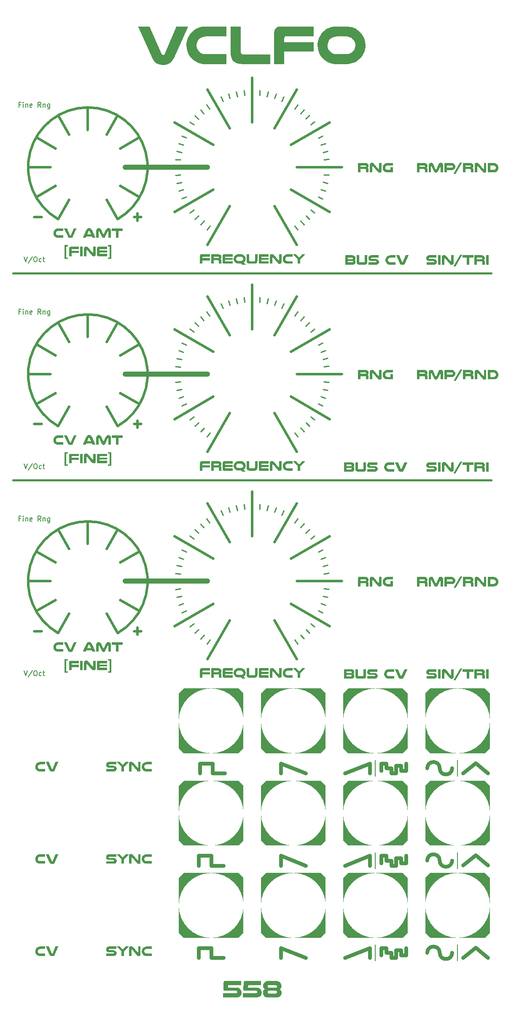
<source format=gto>
%TF.GenerationSoftware,KiCad,Pcbnew,9.0.7*%
%TF.CreationDate,2026-02-21T19:30:22+01:00*%
%TF.ProjectId,DMH_VCLFO_PANEL,444d485f-5643-44c4-964f-5f50414e454c,rev?*%
%TF.SameCoordinates,Original*%
%TF.FileFunction,Legend,Top*%
%TF.FilePolarity,Positive*%
%FSLAX46Y46*%
G04 Gerber Fmt 4.6, Leading zero omitted, Abs format (unit mm)*
G04 Created by KiCad (PCBNEW 9.0.7) date 2026-02-21 19:30:22*
%MOMM*%
%LPD*%
G01*
G04 APERTURE LIST*
%ADD10C,0.750000*%
%ADD11C,0.200000*%
%ADD12C,1.000000*%
%ADD13C,0.400000*%
%ADD14C,0.150000*%
%ADD15C,0.800000*%
%ADD16C,0.875000*%
%ADD17C,0.000000*%
%ADD18C,0.500000*%
%ADD19C,0.250000*%
%ADD20C,0.500000*%
%ADD21C,12.000000*%
%ADD22C,4.000000*%
%ADD23C,2.900000*%
%ADD24C,13.000000*%
%ADD25C,3.100000*%
%ADD26O,2.500000X1.500000*%
%ADD27C,2.500000*%
G04 APERTURE END LIST*
D10*
X129900000Y-217750000D02*
X129900000Y-218750000D01*
X130900000Y-180250000D02*
X130900000Y-181750000D01*
D11*
X141250000Y-198150000D02*
X141250000Y-201350000D01*
X141250000Y-216650000D02*
X141250000Y-219850000D01*
D10*
X92000000Y-182250000D02*
X94500000Y-182250000D01*
D11*
X124750000Y-198150000D02*
X124750000Y-201350000D01*
D12*
X74500000Y-60750000D02*
X91000000Y-60750000D01*
D10*
X105750000Y-217250000D02*
X110750000Y-219250000D01*
X128900000Y-180750000D02*
X129900000Y-180750000D01*
X125900000Y-217250000D02*
X126900000Y-217250000D01*
X130900000Y-217250000D02*
X130900000Y-218750000D01*
D11*
X141250000Y-179650000D02*
X141250000Y-182850000D01*
D10*
X89250000Y-198750000D02*
X91750000Y-198750000D01*
X128900000Y-200750000D02*
X128900000Y-199250000D01*
X105750000Y-198750000D02*
X110750000Y-200750000D01*
X105750000Y-200750000D02*
X105750000Y-198750000D01*
X125900000Y-198750000D02*
X126900000Y-198750000D01*
X125900000Y-181750000D02*
X125900000Y-180250000D01*
X125900000Y-200250000D02*
X125900000Y-198750000D01*
X142350000Y-200700000D02*
X144850000Y-198700000D01*
X91750000Y-198750000D02*
X91750000Y-200750000D01*
X128900000Y-199250000D02*
X129900000Y-199250000D01*
X135150000Y-199750000D02*
G75*
G02*
X137650000Y-199750000I1250000J0D01*
G01*
X135150000Y-181250000D02*
G75*
G02*
X137650000Y-181250000I1250000J0D01*
G01*
D13*
X52000000Y-82000000D02*
X148000000Y-82000000D01*
D10*
X123600000Y-200750000D02*
X123600000Y-198750000D01*
D13*
X52000000Y-123500000D02*
X148000000Y-123500000D01*
D10*
X123600000Y-217250000D02*
X118600000Y-219250000D01*
D12*
X74500000Y-102250000D02*
X91000000Y-102250000D01*
D10*
X126900000Y-180250000D02*
X126900000Y-181250000D01*
X105750000Y-180250000D02*
X110750000Y-182250000D01*
X144850000Y-180200000D02*
X147350000Y-182200000D01*
X89500000Y-182250000D02*
X89500000Y-180250000D01*
X123600000Y-180250000D02*
X118600000Y-182250000D01*
X126900000Y-199750000D02*
X127900000Y-199750000D01*
X125900000Y-180250000D02*
X126900000Y-180250000D01*
X127900000Y-182250000D02*
X128900000Y-182250000D01*
X123600000Y-198750000D02*
X118600000Y-200750000D01*
X127900000Y-200750000D02*
X128900000Y-200750000D01*
X89250000Y-200750000D02*
X89250000Y-198750000D01*
X144850000Y-217200000D02*
X147350000Y-219200000D01*
X128900000Y-217750000D02*
X129900000Y-217750000D01*
X140150000Y-181250000D02*
G75*
G02*
X137650000Y-181250000I-1250000J0D01*
G01*
X127900000Y-219250000D02*
X128900000Y-219250000D01*
X127900000Y-218250000D02*
X127900000Y-219250000D01*
X128900000Y-219250000D02*
X128900000Y-217750000D01*
X126900000Y-217250000D02*
X126900000Y-218250000D01*
D12*
X74500000Y-143750000D02*
X91000000Y-143750000D01*
D10*
X128900000Y-182250000D02*
X128900000Y-180750000D01*
X89250000Y-219250000D02*
X89250000Y-217250000D01*
X135150000Y-218250000D02*
G75*
G02*
X137650000Y-218250000I1250000J0D01*
G01*
X130900000Y-198750000D02*
X130900000Y-200250000D01*
X91750000Y-219250000D02*
X94250000Y-219250000D01*
X105750000Y-182250000D02*
X105750000Y-180250000D01*
X126900000Y-181250000D02*
X127900000Y-181250000D01*
X125900000Y-218750000D02*
X125900000Y-217250000D01*
X123600000Y-182250000D02*
X123600000Y-180250000D01*
X126900000Y-218250000D02*
X127900000Y-218250000D01*
X127900000Y-181250000D02*
X127900000Y-182250000D01*
X129900000Y-200250000D02*
X130900000Y-200250000D01*
X129900000Y-199250000D02*
X129900000Y-200250000D01*
X91750000Y-200750000D02*
X94250000Y-200750000D01*
X126900000Y-198750000D02*
X126900000Y-199750000D01*
X140150000Y-199750000D02*
G75*
G02*
X137650000Y-199750000I-1250000J0D01*
G01*
X105750000Y-219250000D02*
X105750000Y-217250000D01*
X129900000Y-180750000D02*
X129900000Y-181750000D01*
X127900000Y-199750000D02*
X127900000Y-200750000D01*
X89500000Y-180250000D02*
X92000000Y-180250000D01*
X140150000Y-218250000D02*
G75*
G02*
X137650000Y-218250000I-1250000J0D01*
G01*
X91750000Y-217250000D02*
X91750000Y-219250000D01*
X144850000Y-198700000D02*
X147350000Y-200700000D01*
X129900000Y-218750000D02*
X130900000Y-218750000D01*
X129900000Y-181750000D02*
X130900000Y-181750000D01*
X142350000Y-219200000D02*
X144850000Y-217200000D01*
D11*
X124750000Y-216650000D02*
X124750000Y-219850000D01*
D10*
X142350000Y-182200000D02*
X144850000Y-180200000D01*
X123600000Y-219250000D02*
X123600000Y-217250000D01*
D11*
X124750000Y-179650000D02*
X124750000Y-182850000D01*
D10*
X89250000Y-217250000D02*
X91750000Y-217250000D01*
X92000000Y-180250000D02*
X92000000Y-182250000D01*
D14*
G36*
X62317742Y-79093398D02*
G01*
X63009316Y-79093398D01*
X63009316Y-78830104D01*
X62653698Y-78830104D01*
X62653698Y-76620806D01*
X63009316Y-76620806D01*
X63009316Y-76360321D01*
X62317742Y-76360321D01*
X62317742Y-79093398D01*
G37*
G36*
X63548360Y-76688583D02*
G01*
X63478931Y-76692505D01*
X63417330Y-76704325D01*
X63368885Y-76721655D01*
X63326734Y-76745428D01*
X63293025Y-76773541D01*
X63264846Y-76807389D01*
X63225183Y-76892285D01*
X63207363Y-77007647D01*
X63206786Y-77035896D01*
X63206786Y-78580000D01*
X63713590Y-78580000D01*
X63713590Y-77948387D01*
X65189183Y-77948387D01*
X65189183Y-77477976D01*
X63713590Y-77477976D01*
X63713590Y-77273789D01*
X63717533Y-77239951D01*
X63729498Y-77214801D01*
X63766620Y-77192457D01*
X63791992Y-77189891D01*
X65197610Y-77189891D01*
X65197610Y-76688583D01*
X63548360Y-76688583D01*
G37*
G36*
X65424267Y-76688583D02*
G01*
X65424267Y-78580000D01*
X65933880Y-78580000D01*
X65933880Y-76688583D01*
X65424267Y-76688583D01*
G37*
G36*
X68565841Y-76688583D02*
G01*
X68070272Y-76688583D01*
X68070272Y-77911385D01*
X68066608Y-77935490D01*
X68056593Y-77951795D01*
X68031071Y-77961699D01*
X68006204Y-77957852D01*
X67983444Y-77939351D01*
X67059473Y-76834152D01*
X67006174Y-76774903D01*
X66952132Y-76727972D01*
X66903496Y-76696457D01*
X66852171Y-76672763D01*
X66738872Y-76646323D01*
X66650733Y-76641688D01*
X66573686Y-76645687D01*
X66501951Y-76658050D01*
X66443840Y-76676278D01*
X66390966Y-76701778D01*
X66347990Y-76731497D01*
X66310144Y-76767778D01*
X66279312Y-76808554D01*
X66253792Y-76855736D01*
X66220122Y-76969745D01*
X66211095Y-77084989D01*
X66211095Y-78580000D01*
X66709473Y-78580000D01*
X66709473Y-77295282D01*
X66713105Y-77273526D01*
X66722895Y-77257092D01*
X66755754Y-77242056D01*
X66757100Y-77242037D01*
X66775805Y-77245945D01*
X66792905Y-77257669D01*
X66801919Y-77267316D01*
X67840684Y-78470701D01*
X67881677Y-78512155D01*
X67926710Y-78546419D01*
X68027577Y-78593814D01*
X68151003Y-78616861D01*
X68210223Y-78619078D01*
X68267308Y-78615120D01*
X68322413Y-78603044D01*
X68371214Y-78584140D01*
X68416492Y-78557626D01*
X68454857Y-78525753D01*
X68488684Y-78486818D01*
X68516162Y-78442745D01*
X68538216Y-78391839D01*
X68554056Y-78334740D01*
X68563417Y-78270646D01*
X68565841Y-78213513D01*
X68565841Y-76688583D01*
G37*
G36*
X69110747Y-76688583D02*
G01*
X69047989Y-76692496D01*
X68993560Y-76704258D01*
X68952389Y-76721213D01*
X68917725Y-76744346D01*
X68891191Y-76771599D01*
X68870354Y-76804297D01*
X68845547Y-76887702D01*
X68841957Y-76943450D01*
X68841957Y-78316828D01*
X68845860Y-78376739D01*
X68857548Y-78428855D01*
X68874578Y-78468903D01*
X68897793Y-78502761D01*
X68958730Y-78550051D01*
X69044333Y-78575709D01*
X69107938Y-78580000D01*
X70832781Y-78580000D01*
X70832781Y-78095666D01*
X69393580Y-78095666D01*
X69371602Y-78091758D01*
X69357142Y-78080034D01*
X69348761Y-78045840D01*
X69348761Y-77818572D01*
X70824354Y-77818572D01*
X70824354Y-77454528D01*
X69348761Y-77454528D01*
X69348761Y-77237763D01*
X69352745Y-77213440D01*
X69365000Y-77197456D01*
X69393580Y-77189891D01*
X70832781Y-77189891D01*
X70832781Y-76688583D01*
X69110747Y-76688583D01*
G37*
G36*
X71683479Y-76360321D02*
G01*
X70989096Y-76360321D01*
X70989096Y-76620806D01*
X71347523Y-76620806D01*
X71347523Y-78830104D01*
X70989096Y-78830104D01*
X70989096Y-79093398D01*
X71683479Y-79093398D01*
X71683479Y-76360321D01*
G37*
G36*
X62317742Y-120593398D02*
G01*
X63009316Y-120593398D01*
X63009316Y-120330104D01*
X62653698Y-120330104D01*
X62653698Y-118120806D01*
X63009316Y-118120806D01*
X63009316Y-117860321D01*
X62317742Y-117860321D01*
X62317742Y-120593398D01*
G37*
G36*
X63548360Y-118188583D02*
G01*
X63478931Y-118192505D01*
X63417330Y-118204325D01*
X63368885Y-118221655D01*
X63326734Y-118245428D01*
X63293025Y-118273541D01*
X63264846Y-118307389D01*
X63225183Y-118392285D01*
X63207363Y-118507647D01*
X63206786Y-118535896D01*
X63206786Y-120080000D01*
X63713590Y-120080000D01*
X63713590Y-119448387D01*
X65189183Y-119448387D01*
X65189183Y-118977976D01*
X63713590Y-118977976D01*
X63713590Y-118773789D01*
X63717533Y-118739951D01*
X63729498Y-118714801D01*
X63766620Y-118692457D01*
X63791992Y-118689891D01*
X65197610Y-118689891D01*
X65197610Y-118188583D01*
X63548360Y-118188583D01*
G37*
G36*
X65424267Y-118188583D02*
G01*
X65424267Y-120080000D01*
X65933880Y-120080000D01*
X65933880Y-118188583D01*
X65424267Y-118188583D01*
G37*
G36*
X68565841Y-118188583D02*
G01*
X68070272Y-118188583D01*
X68070272Y-119411385D01*
X68066608Y-119435490D01*
X68056593Y-119451795D01*
X68031071Y-119461699D01*
X68006204Y-119457852D01*
X67983444Y-119439351D01*
X67059473Y-118334152D01*
X67006174Y-118274903D01*
X66952132Y-118227972D01*
X66903496Y-118196457D01*
X66852171Y-118172763D01*
X66738872Y-118146323D01*
X66650733Y-118141688D01*
X66573686Y-118145687D01*
X66501951Y-118158050D01*
X66443840Y-118176278D01*
X66390966Y-118201778D01*
X66347990Y-118231497D01*
X66310144Y-118267778D01*
X66279312Y-118308554D01*
X66253792Y-118355736D01*
X66220122Y-118469745D01*
X66211095Y-118584989D01*
X66211095Y-120080000D01*
X66709473Y-120080000D01*
X66709473Y-118795282D01*
X66713105Y-118773526D01*
X66722895Y-118757092D01*
X66755754Y-118742056D01*
X66757100Y-118742037D01*
X66775805Y-118745945D01*
X66792905Y-118757669D01*
X66801919Y-118767316D01*
X67840684Y-119970701D01*
X67881677Y-120012155D01*
X67926710Y-120046419D01*
X68027577Y-120093814D01*
X68151003Y-120116861D01*
X68210223Y-120119078D01*
X68267308Y-120115120D01*
X68322413Y-120103044D01*
X68371214Y-120084140D01*
X68416492Y-120057626D01*
X68454857Y-120025753D01*
X68488684Y-119986818D01*
X68516162Y-119942745D01*
X68538216Y-119891839D01*
X68554056Y-119834740D01*
X68563417Y-119770646D01*
X68565841Y-119713513D01*
X68565841Y-118188583D01*
G37*
G36*
X69110747Y-118188583D02*
G01*
X69047989Y-118192496D01*
X68993560Y-118204258D01*
X68952389Y-118221213D01*
X68917725Y-118244346D01*
X68891191Y-118271599D01*
X68870354Y-118304297D01*
X68845547Y-118387702D01*
X68841957Y-118443450D01*
X68841957Y-119816828D01*
X68845860Y-119876739D01*
X68857548Y-119928855D01*
X68874578Y-119968903D01*
X68897793Y-120002761D01*
X68958730Y-120050051D01*
X69044333Y-120075709D01*
X69107938Y-120080000D01*
X70832781Y-120080000D01*
X70832781Y-119595666D01*
X69393580Y-119595666D01*
X69371602Y-119591758D01*
X69357142Y-119580034D01*
X69348761Y-119545840D01*
X69348761Y-119318572D01*
X70824354Y-119318572D01*
X70824354Y-118954528D01*
X69348761Y-118954528D01*
X69348761Y-118737763D01*
X69352745Y-118713440D01*
X69365000Y-118697456D01*
X69393580Y-118689891D01*
X70832781Y-118689891D01*
X70832781Y-118188583D01*
X69110747Y-118188583D01*
G37*
G36*
X71683479Y-117860321D02*
G01*
X70989096Y-117860321D01*
X70989096Y-118120806D01*
X71347523Y-118120806D01*
X71347523Y-120330104D01*
X70989096Y-120330104D01*
X70989096Y-120593398D01*
X71683479Y-120593398D01*
X71683479Y-117860321D01*
G37*
G36*
X62317742Y-162093398D02*
G01*
X63009316Y-162093398D01*
X63009316Y-161830104D01*
X62653698Y-161830104D01*
X62653698Y-159620806D01*
X63009316Y-159620806D01*
X63009316Y-159360321D01*
X62317742Y-159360321D01*
X62317742Y-162093398D01*
G37*
G36*
X63548360Y-159688583D02*
G01*
X63478931Y-159692505D01*
X63417330Y-159704325D01*
X63368885Y-159721655D01*
X63326734Y-159745428D01*
X63293025Y-159773541D01*
X63264846Y-159807389D01*
X63225183Y-159892285D01*
X63207363Y-160007647D01*
X63206786Y-160035896D01*
X63206786Y-161580000D01*
X63713590Y-161580000D01*
X63713590Y-160948387D01*
X65189183Y-160948387D01*
X65189183Y-160477976D01*
X63713590Y-160477976D01*
X63713590Y-160273789D01*
X63717533Y-160239951D01*
X63729498Y-160214801D01*
X63766620Y-160192457D01*
X63791992Y-160189891D01*
X65197610Y-160189891D01*
X65197610Y-159688583D01*
X63548360Y-159688583D01*
G37*
G36*
X65424267Y-159688583D02*
G01*
X65424267Y-161580000D01*
X65933880Y-161580000D01*
X65933880Y-159688583D01*
X65424267Y-159688583D01*
G37*
G36*
X68565841Y-159688583D02*
G01*
X68070272Y-159688583D01*
X68070272Y-160911385D01*
X68066608Y-160935490D01*
X68056593Y-160951795D01*
X68031071Y-160961699D01*
X68006204Y-160957852D01*
X67983444Y-160939351D01*
X67059473Y-159834152D01*
X67006174Y-159774903D01*
X66952132Y-159727972D01*
X66903496Y-159696457D01*
X66852171Y-159672763D01*
X66738872Y-159646323D01*
X66650733Y-159641688D01*
X66573686Y-159645687D01*
X66501951Y-159658050D01*
X66443840Y-159676278D01*
X66390966Y-159701778D01*
X66347990Y-159731497D01*
X66310144Y-159767778D01*
X66279312Y-159808554D01*
X66253792Y-159855736D01*
X66220122Y-159969745D01*
X66211095Y-160084989D01*
X66211095Y-161580000D01*
X66709473Y-161580000D01*
X66709473Y-160295282D01*
X66713105Y-160273526D01*
X66722895Y-160257092D01*
X66755754Y-160242056D01*
X66757100Y-160242037D01*
X66775805Y-160245945D01*
X66792905Y-160257669D01*
X66801919Y-160267316D01*
X67840684Y-161470701D01*
X67881677Y-161512155D01*
X67926710Y-161546419D01*
X68027577Y-161593814D01*
X68151003Y-161616861D01*
X68210223Y-161619078D01*
X68267308Y-161615120D01*
X68322413Y-161603044D01*
X68371214Y-161584140D01*
X68416492Y-161557626D01*
X68454857Y-161525753D01*
X68488684Y-161486818D01*
X68516162Y-161442745D01*
X68538216Y-161391839D01*
X68554056Y-161334740D01*
X68563417Y-161270646D01*
X68565841Y-161213513D01*
X68565841Y-159688583D01*
G37*
G36*
X69110747Y-159688583D02*
G01*
X69047989Y-159692496D01*
X68993560Y-159704258D01*
X68952389Y-159721213D01*
X68917725Y-159744346D01*
X68891191Y-159771599D01*
X68870354Y-159804297D01*
X68845547Y-159887702D01*
X68841957Y-159943450D01*
X68841957Y-161316828D01*
X68845860Y-161376739D01*
X68857548Y-161428855D01*
X68874578Y-161468903D01*
X68897793Y-161502761D01*
X68958730Y-161550051D01*
X69044333Y-161575709D01*
X69107938Y-161580000D01*
X70832781Y-161580000D01*
X70832781Y-161095666D01*
X69393580Y-161095666D01*
X69371602Y-161091758D01*
X69357142Y-161080034D01*
X69348761Y-161045840D01*
X69348761Y-160818572D01*
X70824354Y-160818572D01*
X70824354Y-160454528D01*
X69348761Y-160454528D01*
X69348761Y-160237763D01*
X69352745Y-160213440D01*
X69365000Y-160197456D01*
X69393580Y-160189891D01*
X70832781Y-160189891D01*
X70832781Y-159688583D01*
X69110747Y-159688583D01*
G37*
G36*
X71683479Y-159360321D02*
G01*
X70989096Y-159360321D01*
X70989096Y-159620806D01*
X71347523Y-159620806D01*
X71347523Y-161830104D01*
X70989096Y-161830104D01*
X70989096Y-162093398D01*
X71683479Y-162093398D01*
X71683479Y-159360321D01*
G37*
D15*
G36*
X79914446Y-38839016D02*
G01*
X80060229Y-39122984D01*
X80225692Y-39373672D01*
X80398179Y-39577694D01*
X80588738Y-39753342D01*
X80790382Y-39896302D01*
X81009741Y-40013279D01*
X81505992Y-40170779D01*
X82109700Y-40226315D01*
X82444231Y-40210627D01*
X82752372Y-40163337D01*
X83014770Y-40091171D01*
X83256265Y-39991411D01*
X83469345Y-39869327D01*
X83664586Y-39721286D01*
X84005620Y-39344695D01*
X84293231Y-38839016D01*
X87003839Y-32840411D01*
X87126937Y-32504333D01*
X84763643Y-32504333D01*
X84674250Y-32773000D01*
X82434055Y-37999309D01*
X82364821Y-38119832D01*
X82284122Y-38193425D01*
X82120447Y-38234270D01*
X82011598Y-38217896D01*
X81913855Y-38165801D01*
X81796093Y-37999309D01*
X79533427Y-32773000D01*
X79455269Y-32504333D01*
X77058270Y-32504333D01*
X77181368Y-32840411D01*
X79914446Y-38839016D01*
G37*
G36*
X94781508Y-38076489D02*
G01*
X90816958Y-38076489D01*
X90504689Y-38061173D01*
X90223653Y-38016485D01*
X89979242Y-37946842D01*
X89761133Y-37853056D01*
X89397621Y-37599887D01*
X89293859Y-37495191D01*
X89146760Y-37314063D01*
X89024202Y-37113620D01*
X88928966Y-36897664D01*
X88862841Y-36668114D01*
X88823448Y-36298401D01*
X88883551Y-35839522D01*
X89061555Y-35407933D01*
X89192099Y-35212281D01*
X89346870Y-35036515D01*
X89383252Y-35001472D01*
X89576084Y-34845054D01*
X89795910Y-34714905D01*
X90015002Y-34625009D01*
X90263446Y-34559525D01*
X90816958Y-34509567D01*
X94781508Y-34509567D01*
X94781508Y-32504333D01*
X90816958Y-32504333D01*
X90401439Y-32519731D01*
X90010898Y-32564991D01*
X89648078Y-32637849D01*
X89308272Y-32737247D01*
X88989604Y-32862337D01*
X88692644Y-33011420D01*
X88150520Y-33384657D01*
X88016958Y-33501332D01*
X87554806Y-34014118D01*
X87359918Y-34300285D01*
X87191169Y-34604164D01*
X87051626Y-34920325D01*
X86940795Y-35250473D01*
X86861503Y-35586247D01*
X86812821Y-35932325D01*
X86796232Y-36287655D01*
X86856954Y-36977622D01*
X87036391Y-37635040D01*
X87329103Y-38244697D01*
X87726414Y-38788711D01*
X87770761Y-38838039D01*
X88013869Y-39081385D01*
X88279944Y-39301548D01*
X88558033Y-39490111D01*
X88858209Y-39654543D01*
X89173326Y-39790681D01*
X89510310Y-39901294D01*
X89866664Y-39984615D01*
X90245291Y-40040409D01*
X90816958Y-40070000D01*
X94781508Y-40070000D01*
X94781508Y-38076489D01*
G37*
G36*
X103651919Y-40070000D02*
G01*
X103651919Y-38132665D01*
X98399233Y-38132665D01*
X98155210Y-38115876D01*
X97974361Y-38060879D01*
X97882133Y-37996792D01*
X97813914Y-37908774D01*
X97739476Y-37653391D01*
X97727076Y-37416545D01*
X97727076Y-32504333D01*
X95688626Y-32504333D01*
X95688626Y-37606566D01*
X95704777Y-38043562D01*
X95755309Y-38437759D01*
X95826298Y-38734830D01*
X95925384Y-39001993D01*
X96038536Y-39214409D01*
X96176621Y-39403238D01*
X96330639Y-39559549D01*
X96508990Y-39694974D01*
X96942112Y-39902946D01*
X97513379Y-40031733D01*
X98152548Y-40070000D01*
X103651919Y-40070000D01*
G37*
G36*
X105787579Y-32504333D02*
G01*
X105509863Y-32520020D01*
X105263460Y-32567300D01*
X105069681Y-32636620D01*
X104901076Y-32731712D01*
X104766241Y-32844165D01*
X104653523Y-32979556D01*
X104494871Y-33319140D01*
X104423589Y-33780588D01*
X104421284Y-33893586D01*
X104421284Y-40070000D01*
X106448500Y-40070000D01*
X106448500Y-37543551D01*
X112350873Y-37543551D01*
X112350873Y-35661905D01*
X106448500Y-35661905D01*
X106448500Y-34845157D01*
X106464270Y-34709805D01*
X106512131Y-34609207D01*
X106660619Y-34519829D01*
X106762108Y-34509567D01*
X112384578Y-34509567D01*
X112384578Y-32504333D01*
X105787579Y-32504333D01*
G37*
G36*
X118889195Y-32506724D02*
G01*
X119290765Y-32533570D01*
X119668154Y-32589139D01*
X120024432Y-32672732D01*
X120357683Y-32782679D01*
X120676369Y-32921381D01*
X120972420Y-33084855D01*
X121259322Y-33281168D01*
X121523169Y-33501332D01*
X121801244Y-33787124D01*
X122206040Y-34342795D01*
X122502554Y-34957125D01*
X122683145Y-35610705D01*
X122743894Y-36287655D01*
X122743770Y-36319204D01*
X122724945Y-36675437D01*
X122675108Y-37021288D01*
X122594019Y-37361173D01*
X122483808Y-37687304D01*
X122344138Y-38001884D01*
X122177756Y-38299252D01*
X121985432Y-38578904D01*
X121769365Y-38838039D01*
X121405605Y-39186578D01*
X120862287Y-39560201D01*
X120562369Y-39710252D01*
X120241112Y-39835865D01*
X119897708Y-39935950D01*
X119532166Y-40009134D01*
X119139384Y-40054576D01*
X118723169Y-40070000D01*
X117132659Y-40070000D01*
X116560992Y-40040409D01*
X116182365Y-39984615D01*
X115826012Y-39901294D01*
X115489027Y-39790681D01*
X115173911Y-39654543D01*
X114873734Y-39490111D01*
X114595645Y-39301548D01*
X114329570Y-39081385D01*
X114086462Y-38838039D01*
X114042116Y-38788711D01*
X113644805Y-38244697D01*
X113352093Y-37635040D01*
X113172656Y-36977622D01*
X113112879Y-36298401D01*
X115139149Y-36298401D01*
X115178542Y-36668114D01*
X115244668Y-36897664D01*
X115339903Y-37113620D01*
X115462462Y-37314063D01*
X115609561Y-37495191D01*
X115713323Y-37599887D01*
X116076835Y-37853056D01*
X116294944Y-37946842D01*
X116539354Y-38016485D01*
X116820390Y-38061173D01*
X117132659Y-38076489D01*
X118723169Y-38076489D01*
X118907654Y-38071323D01*
X119192425Y-38040330D01*
X119448847Y-37982841D01*
X119680807Y-37899533D01*
X119886901Y-37792660D01*
X120079379Y-37655182D01*
X120246267Y-37495191D01*
X120479737Y-37179323D01*
X120656825Y-36752739D01*
X120716679Y-36298401D01*
X120716361Y-36264730D01*
X120695454Y-36024233D01*
X120643294Y-35792280D01*
X120560555Y-35568703D01*
X120449860Y-35359802D01*
X120156874Y-35001472D01*
X120134483Y-34980988D01*
X119772345Y-34729160D01*
X119561349Y-34637622D01*
X119322782Y-34569254D01*
X119041989Y-34524843D01*
X118723169Y-34509567D01*
X117132659Y-34509567D01*
X116579147Y-34559525D01*
X116330704Y-34625009D01*
X116111611Y-34714905D01*
X115891785Y-34845054D01*
X115698954Y-35001472D01*
X115662571Y-35036515D01*
X115507801Y-35212281D01*
X115377257Y-35407933D01*
X115199253Y-35839522D01*
X115139149Y-36298401D01*
X113112879Y-36298401D01*
X113111933Y-36287655D01*
X113128522Y-35932325D01*
X113177204Y-35586247D01*
X113256496Y-35250473D01*
X113367328Y-34920325D01*
X113506870Y-34604164D01*
X113675619Y-34300285D01*
X113870507Y-34014118D01*
X114332659Y-33501332D01*
X114466221Y-33384657D01*
X115008346Y-33011420D01*
X115305306Y-32862337D01*
X115623973Y-32737247D01*
X115963779Y-32637849D01*
X116326599Y-32564991D01*
X116717140Y-32519731D01*
X117132659Y-32504333D01*
X118723169Y-32504333D01*
X118889195Y-32506724D01*
G37*
D16*
G36*
X94119914Y-226354917D02*
G01*
X94119914Y-227202501D01*
X96785337Y-227202501D01*
X96946701Y-227195791D01*
X97092983Y-227176177D01*
X97221072Y-227145572D01*
X97336292Y-227104271D01*
X97438217Y-227053593D01*
X97528806Y-226993823D01*
X97657711Y-226874238D01*
X97776632Y-226694130D01*
X97853706Y-226478773D01*
X97882870Y-226233977D01*
X97882964Y-226218782D01*
X97876175Y-226093472D01*
X97856004Y-225972756D01*
X97823201Y-225858905D01*
X97777897Y-225751468D01*
X97721593Y-225653244D01*
X97653808Y-225563014D01*
X97535040Y-225447707D01*
X97442195Y-225382558D01*
X97337117Y-225327613D01*
X97226944Y-225286523D01*
X97102912Y-225255656D01*
X96806685Y-225227368D01*
X96775720Y-225227156D01*
X95192965Y-225227156D01*
X95147281Y-225219735D01*
X95126452Y-225195143D01*
X95124363Y-225153425D01*
X95153642Y-224828796D01*
X95165167Y-224793563D01*
X95189884Y-224774084D01*
X95217328Y-224769811D01*
X97760507Y-224769811D01*
X97760507Y-223892521D01*
X94600126Y-223892521D01*
X94514189Y-223899344D01*
X94440313Y-223919751D01*
X94384705Y-223949417D01*
X94339162Y-223989798D01*
X94280526Y-224097543D01*
X94262033Y-224211167D01*
X94188516Y-225526140D01*
X94191488Y-225606273D01*
X94207917Y-225673982D01*
X94234277Y-225725601D01*
X94270729Y-225767033D01*
X94370997Y-225819962D01*
X94487286Y-225834741D01*
X96682541Y-225834741D01*
X96775332Y-225841579D01*
X96848662Y-225862096D01*
X96917625Y-225907830D01*
X96973137Y-226000813D01*
X96986226Y-226092478D01*
X96979516Y-226159596D01*
X96959899Y-226217666D01*
X96917625Y-226277125D01*
X96872325Y-226312107D01*
X96814560Y-226337379D01*
X96682541Y-226354917D01*
X94119914Y-226354917D01*
G37*
G36*
X98151387Y-226354917D02*
G01*
X98151387Y-227202501D01*
X100816809Y-227202501D01*
X100978173Y-227195791D01*
X101124455Y-227176177D01*
X101252545Y-227145572D01*
X101367764Y-227104271D01*
X101469689Y-227053593D01*
X101560278Y-226993823D01*
X101689183Y-226874238D01*
X101808104Y-226694130D01*
X101885179Y-226478773D01*
X101914342Y-226233977D01*
X101914436Y-226218782D01*
X101907647Y-226093472D01*
X101887476Y-225972756D01*
X101854674Y-225858905D01*
X101809370Y-225751468D01*
X101753066Y-225653244D01*
X101685281Y-225563014D01*
X101566513Y-225447707D01*
X101473667Y-225382558D01*
X101368589Y-225327613D01*
X101258417Y-225286523D01*
X101134384Y-225255656D01*
X100838158Y-225227368D01*
X100807192Y-225227156D01*
X99224437Y-225227156D01*
X99178753Y-225219735D01*
X99157925Y-225195143D01*
X99155836Y-225153425D01*
X99185114Y-224828796D01*
X99196640Y-224793563D01*
X99221357Y-224774084D01*
X99248801Y-224769811D01*
X101791979Y-224769811D01*
X101791979Y-223892521D01*
X98631599Y-223892521D01*
X98545661Y-223899344D01*
X98471785Y-223919751D01*
X98416178Y-223949417D01*
X98370634Y-223989798D01*
X98311998Y-224097543D01*
X98293506Y-224211167D01*
X98219989Y-225526140D01*
X98222961Y-225606273D01*
X98239390Y-225673982D01*
X98265750Y-225725601D01*
X98302202Y-225767033D01*
X98402470Y-225819962D01*
X98518759Y-225834741D01*
X100714013Y-225834741D01*
X100806804Y-225841579D01*
X100880135Y-225862096D01*
X100949097Y-225907830D01*
X101004609Y-226000813D01*
X101017699Y-226092478D01*
X101010988Y-226159596D01*
X100991371Y-226217666D01*
X100949097Y-226277125D01*
X100903797Y-226312107D01*
X100846033Y-226337379D01*
X100714013Y-226354917D01*
X98151387Y-226354917D01*
G37*
G36*
X105013482Y-223904680D02*
G01*
X105256663Y-223961868D01*
X105461547Y-224062416D01*
X105551364Y-224129019D01*
X105632393Y-224206251D01*
X105662077Y-224239385D01*
X105781534Y-224419393D01*
X105856113Y-224628073D01*
X105875539Y-224743397D01*
X105882223Y-224866837D01*
X105866005Y-225043714D01*
X105802033Y-225242494D01*
X105694977Y-225407671D01*
X105549045Y-225535757D01*
X105625275Y-225583361D01*
X105692665Y-225641507D01*
X105757395Y-225717365D01*
X105811118Y-225803262D01*
X105856555Y-225904851D01*
X105889284Y-226014142D01*
X105909793Y-226133434D01*
X105916630Y-226256609D01*
X105893600Y-226462979D01*
X105860902Y-226574716D01*
X105815324Y-226680414D01*
X105756411Y-226781453D01*
X105686248Y-226874238D01*
X105565099Y-226991870D01*
X105381821Y-227104019D01*
X105273861Y-227145474D01*
X105154155Y-227176177D01*
X105018021Y-227195791D01*
X104867943Y-227202501D01*
X103197139Y-227202501D01*
X102988900Y-227189171D01*
X102862334Y-227165414D01*
X102747832Y-227130574D01*
X102642221Y-227084075D01*
X102547813Y-227027416D01*
X102457718Y-226955818D01*
X102378834Y-226874238D01*
X102252394Y-226685599D01*
X102174664Y-226476569D01*
X102148452Y-226256609D01*
X102149683Y-226203966D01*
X102163773Y-226114490D01*
X103079383Y-226114490D01*
X103088069Y-226184072D01*
X103111282Y-226245111D01*
X103147985Y-226300847D01*
X103156596Y-226310646D01*
X103198082Y-226346240D01*
X103251133Y-226373752D01*
X103321116Y-226392373D01*
X103407859Y-226398942D01*
X104657223Y-226398942D01*
X104669727Y-226398823D01*
X104750598Y-226391225D01*
X104816371Y-226372792D01*
X104873522Y-226341604D01*
X104916883Y-226300847D01*
X104959157Y-226233894D01*
X104985485Y-226114490D01*
X104975973Y-226046726D01*
X104950433Y-225986032D01*
X104911968Y-225932835D01*
X104909132Y-225929777D01*
X104817569Y-225865641D01*
X104747550Y-225846323D01*
X104657223Y-225839656D01*
X103407859Y-225839656D01*
X103271001Y-225857194D01*
X103204716Y-225888155D01*
X103152900Y-225932835D01*
X103104167Y-226006072D01*
X103079383Y-226114490D01*
X102163773Y-226114490D01*
X102185657Y-225975519D01*
X102264105Y-225784714D01*
X102375887Y-225637978D01*
X102516037Y-225535757D01*
X102407768Y-225448001D01*
X102341789Y-225372673D01*
X102286852Y-225288660D01*
X102242205Y-225194263D01*
X102209794Y-225092626D01*
X102189877Y-224983737D01*
X103099045Y-224983737D01*
X103103768Y-225029036D01*
X103124570Y-225090525D01*
X103157816Y-225144449D01*
X103166890Y-225155524D01*
X103256616Y-225220898D01*
X103322174Y-225239971D01*
X103402944Y-225246604D01*
X104662138Y-225246604D01*
X104672029Y-225246518D01*
X104746792Y-225239235D01*
X104808229Y-225220963D01*
X104863891Y-225188331D01*
X104907266Y-225144449D01*
X104942063Y-225087207D01*
X104966037Y-224983737D01*
X104961417Y-224938855D01*
X104940622Y-224877126D01*
X104907266Y-224823026D01*
X104900224Y-224814959D01*
X104808383Y-224750745D01*
X104742819Y-224732139D01*
X104662138Y-224725573D01*
X103402944Y-224725573D01*
X103262826Y-224748282D01*
X103203519Y-224780193D01*
X103157816Y-224823026D01*
X103123019Y-224880208D01*
X103099045Y-224983737D01*
X102189877Y-224983737D01*
X102189646Y-224982475D01*
X102182859Y-224866837D01*
X102183142Y-224841020D01*
X102192748Y-224717383D01*
X102215289Y-224602124D01*
X102251196Y-224491688D01*
X102298823Y-224390278D01*
X102360487Y-224293225D01*
X102432689Y-224206251D01*
X102532275Y-224113811D01*
X102624653Y-224049086D01*
X102725772Y-223995322D01*
X102839166Y-223951477D01*
X102961562Y-223919630D01*
X103099072Y-223899329D01*
X103246079Y-223892521D01*
X104819003Y-223892521D01*
X105013482Y-223904680D01*
G37*
D14*
G36*
X58434072Y-218381622D02*
G01*
X57442934Y-218381622D01*
X57364867Y-218377793D01*
X57294608Y-218366621D01*
X57233505Y-218349210D01*
X57178978Y-218325764D01*
X57088100Y-218262471D01*
X57062160Y-218236297D01*
X57025385Y-218191015D01*
X56994745Y-218140905D01*
X56970936Y-218086916D01*
X56954405Y-218029528D01*
X56944557Y-217937100D01*
X56959583Y-217822380D01*
X57004084Y-217714483D01*
X57036720Y-217665570D01*
X57075412Y-217621628D01*
X57084508Y-217612868D01*
X57132716Y-217573763D01*
X57187672Y-217541226D01*
X57242445Y-217518752D01*
X57304556Y-217502381D01*
X57442934Y-217489891D01*
X58434072Y-217489891D01*
X58434072Y-216988583D01*
X57442934Y-216988583D01*
X57339055Y-216992432D01*
X57241419Y-217003747D01*
X57150714Y-217021962D01*
X57065763Y-217046811D01*
X56986096Y-217078084D01*
X56911856Y-217115355D01*
X56776325Y-217208664D01*
X56742934Y-217237833D01*
X56627396Y-217366029D01*
X56578674Y-217437571D01*
X56536487Y-217513541D01*
X56501601Y-217592581D01*
X56473893Y-217675118D01*
X56454071Y-217759061D01*
X56441900Y-217845581D01*
X56437753Y-217934413D01*
X56452933Y-218106905D01*
X56497793Y-218271260D01*
X56570971Y-218423674D01*
X56670298Y-218559677D01*
X56681385Y-218572009D01*
X56742162Y-218632846D01*
X56808681Y-218687887D01*
X56878203Y-218735027D01*
X56953247Y-218776135D01*
X57032026Y-218810170D01*
X57116272Y-218837823D01*
X57205361Y-218858653D01*
X57300018Y-218872602D01*
X57442934Y-218880000D01*
X58434072Y-218880000D01*
X58434072Y-218381622D01*
G37*
G36*
X59299302Y-218572254D02*
G01*
X59335748Y-218643246D01*
X59377114Y-218705918D01*
X59420235Y-218756923D01*
X59467875Y-218800835D01*
X59518286Y-218836575D01*
X59573126Y-218865819D01*
X59697189Y-218905194D01*
X59848116Y-218919078D01*
X59931748Y-218915156D01*
X60008784Y-218903334D01*
X60074383Y-218885292D01*
X60134757Y-218860352D01*
X60188027Y-218829831D01*
X60236837Y-218792821D01*
X60322096Y-218698673D01*
X60393999Y-218572254D01*
X61071650Y-217072602D01*
X61102425Y-216988583D01*
X60511601Y-216988583D01*
X60489253Y-217055750D01*
X59929204Y-218362327D01*
X59911896Y-218392458D01*
X59891721Y-218410856D01*
X59850802Y-218421067D01*
X59823590Y-218416974D01*
X59799154Y-218403950D01*
X59769714Y-218362327D01*
X59204047Y-217055750D01*
X59184508Y-216988583D01*
X58585258Y-216988583D01*
X58616033Y-217072602D01*
X59299302Y-218572254D01*
G37*
G36*
X72699616Y-179988583D02*
G01*
X71310851Y-179988583D01*
X71211806Y-179992407D01*
X71124367Y-180003546D01*
X71050633Y-180020569D01*
X70985556Y-180043379D01*
X70878134Y-180104188D01*
X70815160Y-180159431D01*
X70770969Y-180210451D01*
X70733006Y-180266229D01*
X70701986Y-180325740D01*
X70678101Y-180388821D01*
X70662132Y-180453381D01*
X70653916Y-180520299D01*
X70652861Y-180554616D01*
X70656714Y-180622586D01*
X70668054Y-180687920D01*
X70712513Y-180810632D01*
X70784714Y-180919918D01*
X70812474Y-180950533D01*
X70861182Y-180994731D01*
X70917232Y-181033348D01*
X70974760Y-181062712D01*
X71040109Y-181086636D01*
X71112476Y-181104342D01*
X71194045Y-181115988D01*
X71310851Y-181121381D01*
X72080827Y-181121381D01*
X72138337Y-181125293D01*
X72179613Y-181137041D01*
X72215160Y-181162903D01*
X72247042Y-181215446D01*
X72254361Y-181262676D01*
X72250556Y-181295618D01*
X72239553Y-181325289D01*
X72223587Y-181348527D01*
X72200960Y-181369276D01*
X72170192Y-181384224D01*
X72080827Y-181395666D01*
X70703175Y-181395666D01*
X70703175Y-181880000D01*
X72170342Y-181880000D01*
X72254881Y-181876162D01*
X72332225Y-181864927D01*
X72401175Y-181847208D01*
X72463905Y-181823219D01*
X72572157Y-181757858D01*
X72649180Y-181684117D01*
X72724968Y-181572234D01*
X72752694Y-181510487D01*
X72772998Y-181445741D01*
X72785015Y-181381242D01*
X72789131Y-181315310D01*
X72774050Y-181189721D01*
X72728889Y-181067838D01*
X72654939Y-180956404D01*
X72626832Y-180925376D01*
X72577331Y-180880374D01*
X72521299Y-180841170D01*
X72463462Y-180810803D01*
X72399105Y-180786435D01*
X72330028Y-180769031D01*
X72253939Y-180758236D01*
X72170342Y-180754528D01*
X71338817Y-180754528D01*
X71282179Y-180750450D01*
X71244980Y-180737531D01*
X71229640Y-180726441D01*
X71208062Y-180704054D01*
X71192110Y-180676072D01*
X71182013Y-180625080D01*
X71185838Y-180590683D01*
X71196982Y-180559888D01*
X71221214Y-180526406D01*
X71245308Y-180508352D01*
X71278554Y-180495961D01*
X71338817Y-180489891D01*
X72699616Y-180489891D01*
X72699616Y-179988583D01*
G37*
G36*
X73751081Y-180998649D02*
G01*
X73751081Y-181880000D01*
X74263381Y-181880000D01*
X74263381Y-181032233D01*
X75151081Y-180053063D01*
X75201395Y-179988583D01*
X74588224Y-179988583D01*
X74546684Y-180046808D01*
X74540596Y-180053063D01*
X74067376Y-180570614D01*
X74049928Y-180584596D01*
X74028175Y-180590153D01*
X73996091Y-180577192D01*
X73989096Y-180570614D01*
X73513067Y-180053063D01*
X73472374Y-179997724D01*
X73468248Y-179988583D01*
X72843841Y-179988583D01*
X72891469Y-180053063D01*
X73751081Y-180998649D01*
G37*
G36*
X77588625Y-179988583D02*
G01*
X77093056Y-179988583D01*
X77093056Y-181211385D01*
X77089392Y-181235490D01*
X77079377Y-181251795D01*
X77053855Y-181261699D01*
X77028988Y-181257852D01*
X77006228Y-181239351D01*
X76082257Y-180134152D01*
X76028959Y-180074903D01*
X75974916Y-180027972D01*
X75926280Y-179996457D01*
X75874955Y-179972763D01*
X75761656Y-179946323D01*
X75673517Y-179941688D01*
X75596470Y-179945687D01*
X75524736Y-179958050D01*
X75466625Y-179976278D01*
X75413750Y-180001778D01*
X75370775Y-180031497D01*
X75332928Y-180067778D01*
X75302096Y-180108554D01*
X75276576Y-180155736D01*
X75242907Y-180269745D01*
X75233880Y-180384989D01*
X75233880Y-181880000D01*
X75732257Y-181880000D01*
X75732257Y-180595282D01*
X75735889Y-180573526D01*
X75745680Y-180557092D01*
X75778539Y-180542056D01*
X75779885Y-180542037D01*
X75798589Y-180545945D01*
X75815689Y-180557669D01*
X75824703Y-180567316D01*
X76863468Y-181770701D01*
X76904461Y-181812155D01*
X76949494Y-181846419D01*
X77050361Y-181893814D01*
X77173787Y-181916861D01*
X77233007Y-181919078D01*
X77290092Y-181915120D01*
X77345197Y-181903044D01*
X77393998Y-181884140D01*
X77439277Y-181857626D01*
X77477641Y-181825753D01*
X77511468Y-181786818D01*
X77538947Y-181742745D01*
X77561001Y-181691839D01*
X77576840Y-181634740D01*
X77586201Y-181570646D01*
X77588625Y-181513513D01*
X77588625Y-179988583D01*
G37*
G36*
X79821859Y-181381622D02*
G01*
X78830722Y-181381622D01*
X78752655Y-181377793D01*
X78682396Y-181366621D01*
X78621293Y-181349210D01*
X78566766Y-181325764D01*
X78475888Y-181262471D01*
X78449947Y-181236297D01*
X78413173Y-181191015D01*
X78382533Y-181140905D01*
X78358724Y-181086916D01*
X78342193Y-181029528D01*
X78332344Y-180937100D01*
X78347370Y-180822380D01*
X78391871Y-180714483D01*
X78424507Y-180665570D01*
X78463200Y-180621628D01*
X78472296Y-180612868D01*
X78520504Y-180573763D01*
X78575460Y-180541226D01*
X78630233Y-180518752D01*
X78692344Y-180502381D01*
X78830722Y-180489891D01*
X79821859Y-180489891D01*
X79821859Y-179988583D01*
X78830722Y-179988583D01*
X78726842Y-179992432D01*
X78629207Y-180003747D01*
X78538502Y-180021962D01*
X78453551Y-180046811D01*
X78373884Y-180078084D01*
X78299644Y-180115355D01*
X78164112Y-180208664D01*
X78130722Y-180237833D01*
X78015184Y-180366029D01*
X77966462Y-180437571D01*
X77924275Y-180513541D01*
X77889389Y-180592581D01*
X77861681Y-180675118D01*
X77841858Y-180759061D01*
X77829688Y-180845581D01*
X77825541Y-180934413D01*
X77840721Y-181106905D01*
X77885580Y-181271260D01*
X77958758Y-181423674D01*
X78058086Y-181559677D01*
X78069173Y-181572009D01*
X78129950Y-181632846D01*
X78196469Y-181687887D01*
X78265991Y-181735027D01*
X78341035Y-181776135D01*
X78419814Y-181810170D01*
X78504060Y-181837823D01*
X78593148Y-181858653D01*
X78687805Y-181872602D01*
X78830722Y-181880000D01*
X79821859Y-181880000D01*
X79821859Y-181381622D01*
G37*
G36*
X122848875Y-101394413D02*
G01*
X122926164Y-101406744D01*
X122995903Y-101425427D01*
X123060264Y-101450792D01*
X123117811Y-101481948D01*
X123173549Y-101522030D01*
X123222628Y-101567857D01*
X123241404Y-101588754D01*
X123314369Y-101697270D01*
X123358970Y-101816328D01*
X123373936Y-101940205D01*
X123365486Y-102047550D01*
X123333215Y-102159572D01*
X123277179Y-102253543D01*
X123239621Y-102294589D01*
X123194662Y-102332093D01*
X123259933Y-102379345D01*
X123320887Y-102453041D01*
X123343834Y-102500793D01*
X123360589Y-102556108D01*
X123372665Y-102632926D01*
X123376623Y-102723859D01*
X123376623Y-103101214D01*
X123385049Y-103280000D01*
X122872628Y-103280000D01*
X122864324Y-103154337D01*
X122864324Y-102776981D01*
X122858456Y-102719137D01*
X122831892Y-102663277D01*
X122807658Y-102641612D01*
X122776045Y-102625720D01*
X122723493Y-102613207D01*
X122657083Y-102609187D01*
X121775123Y-102609187D01*
X121775123Y-103280000D01*
X121268319Y-103280000D01*
X121268319Y-101903813D01*
X121775123Y-101903813D01*
X121775123Y-102177976D01*
X122671127Y-102177976D01*
X122746675Y-102165336D01*
X122784239Y-102144640D01*
X122813887Y-102116427D01*
X122835945Y-102081225D01*
X122850280Y-102018485D01*
X122841423Y-101965718D01*
X122808270Y-101912240D01*
X122755352Y-101876269D01*
X122716986Y-101865566D01*
X122671127Y-101861803D01*
X121817132Y-101861803D01*
X121790810Y-101868923D01*
X121779037Y-101883303D01*
X121775123Y-101903813D01*
X121268319Y-101903813D01*
X121268319Y-101506186D01*
X121268364Y-101501750D01*
X121281704Y-101442023D01*
X121297436Y-101420302D01*
X121319204Y-101404214D01*
X121352588Y-101392491D01*
X121394348Y-101388583D01*
X122738294Y-101388583D01*
X122848875Y-101394413D01*
G37*
G36*
X125973901Y-101388583D02*
G01*
X125478333Y-101388583D01*
X125478333Y-102611385D01*
X125474669Y-102635490D01*
X125464654Y-102651795D01*
X125439132Y-102661699D01*
X125414265Y-102657852D01*
X125391504Y-102639351D01*
X124467534Y-101534152D01*
X124414235Y-101474903D01*
X124360193Y-101427972D01*
X124311556Y-101396457D01*
X124260231Y-101372763D01*
X124146932Y-101346323D01*
X124058793Y-101341688D01*
X123981746Y-101345687D01*
X123910012Y-101358050D01*
X123851901Y-101376278D01*
X123799026Y-101401778D01*
X123756051Y-101431497D01*
X123718205Y-101467778D01*
X123687372Y-101508554D01*
X123661853Y-101555736D01*
X123628183Y-101669745D01*
X123619156Y-101784989D01*
X123619156Y-103280000D01*
X124117534Y-103280000D01*
X124117534Y-101995282D01*
X124121165Y-101973526D01*
X124130956Y-101957092D01*
X124163815Y-101942056D01*
X124165161Y-101942037D01*
X124183866Y-101945945D01*
X124200965Y-101957669D01*
X124209980Y-101967316D01*
X125248744Y-103170701D01*
X125289737Y-103212155D01*
X125334771Y-103246419D01*
X125435637Y-103293814D01*
X125559063Y-103316861D01*
X125618284Y-103319078D01*
X125675368Y-103315120D01*
X125730474Y-103303044D01*
X125779274Y-103284140D01*
X125824553Y-103257626D01*
X125862918Y-103225753D01*
X125896745Y-103186818D01*
X125924223Y-103142745D01*
X125946277Y-103091839D01*
X125962117Y-103034740D01*
X125971477Y-102970646D01*
X125973901Y-102913513D01*
X125973901Y-101388583D01*
G37*
G36*
X128120430Y-103280000D02*
G01*
X128160727Y-103276073D01*
X128192724Y-103264219D01*
X128213293Y-103248023D01*
X128228120Y-103226068D01*
X128240841Y-103159710D01*
X128240841Y-102244898D01*
X127736846Y-102244898D01*
X127736846Y-102750969D01*
X127732832Y-102773902D01*
X127720366Y-102786470D01*
X127700454Y-102790048D01*
X127215998Y-102790048D01*
X127142980Y-102786253D01*
X127076770Y-102775317D01*
X127016744Y-102757812D01*
X126962910Y-102734461D01*
X126869459Y-102670318D01*
X126835224Y-102636297D01*
X126798449Y-102591015D01*
X126767809Y-102540905D01*
X126744000Y-102486916D01*
X126727469Y-102429528D01*
X126717621Y-102337100D01*
X126732647Y-102222380D01*
X126777148Y-102114483D01*
X126809784Y-102065570D01*
X126848476Y-102021628D01*
X126857572Y-102012868D01*
X126905780Y-101973763D01*
X126960736Y-101941226D01*
X127015509Y-101918752D01*
X127077620Y-101902381D01*
X127215998Y-101889891D01*
X128238033Y-101889891D01*
X128238033Y-101388583D01*
X127215998Y-101388583D01*
X127112119Y-101392432D01*
X127014483Y-101403747D01*
X126923778Y-101421962D01*
X126838827Y-101446811D01*
X126759160Y-101478084D01*
X126684920Y-101515355D01*
X126549389Y-101608664D01*
X126515998Y-101637833D01*
X126400460Y-101766028D01*
X126351735Y-101837572D01*
X126309545Y-101913542D01*
X126274657Y-101992582D01*
X126246948Y-102075114D01*
X126227127Y-102159045D01*
X126214959Y-102245546D01*
X126210817Y-102334291D01*
X126225997Y-102506851D01*
X126270852Y-102671229D01*
X126344016Y-102823641D01*
X126443328Y-102959638D01*
X126454449Y-102972009D01*
X126515226Y-103032846D01*
X126581745Y-103087887D01*
X126651267Y-103135027D01*
X126726311Y-103176135D01*
X126805090Y-103210170D01*
X126889336Y-103237823D01*
X126978425Y-103258653D01*
X127073082Y-103272602D01*
X127215998Y-103280000D01*
X128120430Y-103280000D01*
G37*
G36*
X136994801Y-161388583D02*
G01*
X135606036Y-161388583D01*
X135506991Y-161392407D01*
X135419552Y-161403546D01*
X135345818Y-161420569D01*
X135280741Y-161443379D01*
X135173319Y-161504188D01*
X135110345Y-161559431D01*
X135066154Y-161610451D01*
X135028191Y-161666229D01*
X134997171Y-161725740D01*
X134973286Y-161788821D01*
X134957317Y-161853381D01*
X134949101Y-161920299D01*
X134948046Y-161954616D01*
X134951899Y-162022586D01*
X134963239Y-162087920D01*
X135007698Y-162210632D01*
X135079899Y-162319918D01*
X135107659Y-162350533D01*
X135156367Y-162394731D01*
X135212417Y-162433348D01*
X135269945Y-162462712D01*
X135335294Y-162486636D01*
X135407661Y-162504342D01*
X135489230Y-162515988D01*
X135606036Y-162521381D01*
X136376012Y-162521381D01*
X136433522Y-162525293D01*
X136474798Y-162537041D01*
X136510345Y-162562903D01*
X136542227Y-162615446D01*
X136549546Y-162662676D01*
X136545741Y-162695618D01*
X136534738Y-162725289D01*
X136518772Y-162748527D01*
X136496145Y-162769276D01*
X136465377Y-162784224D01*
X136376012Y-162795666D01*
X134998360Y-162795666D01*
X134998360Y-163280000D01*
X136465527Y-163280000D01*
X136550066Y-163276162D01*
X136627410Y-163264927D01*
X136696360Y-163247208D01*
X136759090Y-163223219D01*
X136867342Y-163157858D01*
X136944365Y-163084117D01*
X137020153Y-162972234D01*
X137047879Y-162910487D01*
X137068183Y-162845741D01*
X137080200Y-162781242D01*
X137084316Y-162715310D01*
X137069235Y-162589721D01*
X137024074Y-162467838D01*
X136950124Y-162356404D01*
X136922017Y-162325376D01*
X136872516Y-162280374D01*
X136816484Y-162241170D01*
X136758647Y-162210803D01*
X136694290Y-162186435D01*
X136625213Y-162169031D01*
X136549124Y-162158236D01*
X136465527Y-162154528D01*
X135634002Y-162154528D01*
X135577364Y-162150450D01*
X135540165Y-162137531D01*
X135524825Y-162126441D01*
X135503247Y-162104054D01*
X135487295Y-162076072D01*
X135477198Y-162025080D01*
X135481023Y-161990683D01*
X135492167Y-161959888D01*
X135516399Y-161926406D01*
X135540493Y-161908352D01*
X135573739Y-161895961D01*
X135634002Y-161889891D01*
X136994801Y-161889891D01*
X136994801Y-161388583D01*
G37*
G36*
X137290457Y-161388583D02*
G01*
X137290457Y-163280000D01*
X137800070Y-163280000D01*
X137800070Y-161388583D01*
X137290457Y-161388583D01*
G37*
G36*
X140432031Y-161388583D02*
G01*
X139936462Y-161388583D01*
X139936462Y-162611385D01*
X139932798Y-162635490D01*
X139922783Y-162651795D01*
X139897261Y-162661699D01*
X139872394Y-162657852D01*
X139849633Y-162639351D01*
X138925663Y-161534152D01*
X138872364Y-161474903D01*
X138818322Y-161427972D01*
X138769686Y-161396457D01*
X138718361Y-161372763D01*
X138605062Y-161346323D01*
X138516922Y-161341688D01*
X138439875Y-161345687D01*
X138368141Y-161358050D01*
X138310030Y-161376278D01*
X138257155Y-161401778D01*
X138214180Y-161431497D01*
X138176334Y-161467778D01*
X138145501Y-161508554D01*
X138119982Y-161555736D01*
X138086312Y-161669745D01*
X138077285Y-161784989D01*
X138077285Y-163280000D01*
X138575663Y-163280000D01*
X138575663Y-161995282D01*
X138579295Y-161973526D01*
X138589085Y-161957092D01*
X138621944Y-161942056D01*
X138623290Y-161942037D01*
X138641995Y-161945945D01*
X138659094Y-161957669D01*
X138668109Y-161967316D01*
X139706874Y-163170701D01*
X139747866Y-163212155D01*
X139792900Y-163246419D01*
X139893766Y-163293814D01*
X140017192Y-163316861D01*
X140076413Y-163319078D01*
X140133497Y-163315120D01*
X140188603Y-163303044D01*
X140237403Y-163284140D01*
X140282682Y-163257626D01*
X140321047Y-163225753D01*
X140354874Y-163186818D01*
X140382352Y-163142745D01*
X140404406Y-163091839D01*
X140420246Y-163034740D01*
X140429607Y-162970646D01*
X140432031Y-162913513D01*
X140432031Y-161388583D01*
G37*
G36*
X140839550Y-163608262D02*
G01*
X140867516Y-163541095D01*
X142144295Y-161346573D01*
X142160033Y-161312868D01*
X142169452Y-161279162D01*
X141797104Y-161279162D01*
X141769138Y-161346573D01*
X140495167Y-163541095D01*
X140476910Y-163574678D01*
X140467079Y-163608262D01*
X140839550Y-163608262D01*
G37*
G36*
X142244801Y-161388583D02*
G01*
X142244801Y-161889891D01*
X143076448Y-161889891D01*
X143076448Y-163280000D01*
X143585938Y-163280000D01*
X143585938Y-161889891D01*
X144414777Y-161889891D01*
X144414777Y-161388583D01*
X142244801Y-161388583D01*
G37*
G36*
X146193536Y-161394413D02*
G01*
X146270825Y-161406744D01*
X146340564Y-161425427D01*
X146404925Y-161450792D01*
X146462472Y-161481948D01*
X146518210Y-161522030D01*
X146567289Y-161567857D01*
X146586065Y-161588754D01*
X146659030Y-161697270D01*
X146703631Y-161816328D01*
X146718597Y-161940205D01*
X146710147Y-162047550D01*
X146677875Y-162159572D01*
X146621839Y-162253543D01*
X146584282Y-162294589D01*
X146539323Y-162332093D01*
X146604594Y-162379345D01*
X146665548Y-162453041D01*
X146688495Y-162500793D01*
X146705249Y-162556108D01*
X146717326Y-162632926D01*
X146721284Y-162723859D01*
X146721284Y-163101214D01*
X146729710Y-163280000D01*
X146217289Y-163280000D01*
X146208984Y-163154337D01*
X146208984Y-162776981D01*
X146203117Y-162719137D01*
X146176553Y-162663277D01*
X146152319Y-162641612D01*
X146120706Y-162625720D01*
X146068154Y-162613207D01*
X146001744Y-162609187D01*
X145119783Y-162609187D01*
X145119783Y-163280000D01*
X144612980Y-163280000D01*
X144612980Y-161903813D01*
X145119783Y-161903813D01*
X145119783Y-162177976D01*
X146015788Y-162177976D01*
X146091336Y-162165336D01*
X146128900Y-162144640D01*
X146158548Y-162116427D01*
X146180606Y-162081225D01*
X146194940Y-162018485D01*
X146186084Y-161965718D01*
X146152931Y-161912240D01*
X146100013Y-161876269D01*
X146061647Y-161865566D01*
X146015788Y-161861803D01*
X145161793Y-161861803D01*
X145135471Y-161868923D01*
X145123698Y-161883303D01*
X145119783Y-161903813D01*
X144612980Y-161903813D01*
X144612980Y-161506186D01*
X144613025Y-161501750D01*
X144626365Y-161442023D01*
X144642097Y-161420302D01*
X144663865Y-161404214D01*
X144697249Y-161392491D01*
X144739009Y-161388583D01*
X146082955Y-161388583D01*
X146193536Y-161394413D01*
G37*
G36*
X146972243Y-161388583D02*
G01*
X146972243Y-163280000D01*
X147481856Y-163280000D01*
X147481856Y-161388583D01*
X146972243Y-161388583D01*
G37*
G36*
X62082537Y-74381622D02*
G01*
X61091399Y-74381622D01*
X61013332Y-74377793D01*
X60943073Y-74366621D01*
X60881970Y-74349210D01*
X60827443Y-74325764D01*
X60736565Y-74262471D01*
X60710625Y-74236297D01*
X60673850Y-74191015D01*
X60643210Y-74140905D01*
X60619401Y-74086916D01*
X60602870Y-74029528D01*
X60593022Y-73937100D01*
X60608048Y-73822380D01*
X60652549Y-73714483D01*
X60685185Y-73665570D01*
X60723877Y-73621628D01*
X60732973Y-73612868D01*
X60781181Y-73573763D01*
X60836137Y-73541226D01*
X60890910Y-73518752D01*
X60953021Y-73502381D01*
X61091399Y-73489891D01*
X62082537Y-73489891D01*
X62082537Y-72988583D01*
X61091399Y-72988583D01*
X60987520Y-72992432D01*
X60889884Y-73003747D01*
X60799179Y-73021962D01*
X60714228Y-73046811D01*
X60634561Y-73078084D01*
X60560321Y-73115355D01*
X60424790Y-73208664D01*
X60391399Y-73237833D01*
X60275861Y-73366029D01*
X60227139Y-73437571D01*
X60184952Y-73513541D01*
X60150066Y-73592581D01*
X60122358Y-73675118D01*
X60102536Y-73759061D01*
X60090365Y-73845581D01*
X60086218Y-73934413D01*
X60101398Y-74106905D01*
X60146258Y-74271260D01*
X60219436Y-74423674D01*
X60318763Y-74559677D01*
X60329850Y-74572009D01*
X60390627Y-74632846D01*
X60457146Y-74687887D01*
X60526668Y-74735027D01*
X60601712Y-74776135D01*
X60680491Y-74810170D01*
X60764737Y-74837823D01*
X60853826Y-74858653D01*
X60948483Y-74872602D01*
X61091399Y-74880000D01*
X62082537Y-74880000D01*
X62082537Y-74381622D01*
G37*
G36*
X62947767Y-74572254D02*
G01*
X62984213Y-74643246D01*
X63025579Y-74705918D01*
X63068700Y-74756923D01*
X63116340Y-74800835D01*
X63166751Y-74836575D01*
X63221591Y-74865819D01*
X63345654Y-74905194D01*
X63496581Y-74919078D01*
X63580213Y-74915156D01*
X63657249Y-74903334D01*
X63722848Y-74885292D01*
X63783222Y-74860352D01*
X63836492Y-74829831D01*
X63885302Y-74792821D01*
X63970561Y-74698673D01*
X64042464Y-74572254D01*
X64720115Y-73072602D01*
X64750890Y-72988583D01*
X64160066Y-72988583D01*
X64137718Y-73055750D01*
X63577669Y-74362327D01*
X63560361Y-74392458D01*
X63540186Y-74410856D01*
X63499267Y-74421067D01*
X63472055Y-74416974D01*
X63447619Y-74403950D01*
X63418179Y-74362327D01*
X62852512Y-73055750D01*
X62832973Y-72988583D01*
X62233723Y-72988583D01*
X62264498Y-73072602D01*
X62947767Y-74572254D01*
G37*
G36*
X67394197Y-72955580D02*
G01*
X67517517Y-72995388D01*
X67572392Y-73025070D01*
X67622895Y-73061318D01*
X67670778Y-73105907D01*
X67714153Y-73157633D01*
X67755770Y-73221067D01*
X67792446Y-73292787D01*
X68475593Y-74796102D01*
X68506368Y-74880000D01*
X67935206Y-74880000D01*
X67912987Y-74816227D01*
X67912736Y-74815642D01*
X67811986Y-74586053D01*
X66692010Y-74586053D01*
X66594069Y-74812833D01*
X66593864Y-74813378D01*
X66574407Y-74880000D01*
X65989201Y-74880000D01*
X66019976Y-74796102D01*
X66302762Y-74168764D01*
X66876780Y-74168764D01*
X67627216Y-74168764D01*
X67335956Y-73489281D01*
X67304937Y-73447376D01*
X67278650Y-73434385D01*
X67249250Y-73430296D01*
X67244846Y-73430378D01*
X67200208Y-73444063D01*
X67181122Y-73462033D01*
X67165230Y-73489281D01*
X66876780Y-74168764D01*
X66302762Y-74168764D01*
X66697628Y-73292787D01*
X66772223Y-73161841D01*
X66857960Y-73067773D01*
X66906937Y-73030810D01*
X66960410Y-73000285D01*
X67020808Y-72975400D01*
X67086453Y-72957374D01*
X67163159Y-72945603D01*
X67246441Y-72941688D01*
X67394197Y-72955580D01*
G37*
G36*
X70154397Y-74919078D02*
G01*
X70216644Y-74915116D01*
X70276304Y-74903013D01*
X70327790Y-74884387D01*
X70374880Y-74858328D01*
X70413053Y-74827909D01*
X70445906Y-74790921D01*
X70473622Y-74745177D01*
X71047593Y-73553150D01*
X71068691Y-73533737D01*
X71083985Y-73530680D01*
X71102220Y-73534588D01*
X71117534Y-73546311D01*
X71128803Y-73581238D01*
X71128803Y-74880000D01*
X71616068Y-74880000D01*
X71616068Y-73491479D01*
X71612209Y-73405422D01*
X71600826Y-73328535D01*
X71583483Y-73263886D01*
X71559967Y-73206216D01*
X71531173Y-73155936D01*
X71496918Y-73111286D01*
X71439602Y-73056727D01*
X71386025Y-73019013D01*
X71326039Y-72987309D01*
X71265374Y-72964590D01*
X71199713Y-72949152D01*
X71109264Y-72941688D01*
X71043043Y-72945530D01*
X70982023Y-72956793D01*
X70926563Y-72974813D01*
X70875581Y-72999306D01*
X70783368Y-73068573D01*
X70700676Y-73168693D01*
X70630426Y-73295230D01*
X70202024Y-74226528D01*
X70188541Y-74249745D01*
X70171190Y-74260761D01*
X70154397Y-74262920D01*
X70131561Y-74258337D01*
X70114468Y-74241885D01*
X70106891Y-74226528D01*
X69678489Y-73295230D01*
X69634654Y-73210978D01*
X69584914Y-73135899D01*
X69539346Y-73082372D01*
X69488686Y-73036442D01*
X69439175Y-73002668D01*
X69384898Y-72975844D01*
X69329086Y-72957355D01*
X69268417Y-72945842D01*
X69199651Y-72941688D01*
X69074017Y-72956303D01*
X68958808Y-72998809D01*
X68869313Y-73056727D01*
X68823862Y-73098323D01*
X68784650Y-73145885D01*
X68754290Y-73195626D01*
X68729731Y-73251587D01*
X68699182Y-73382723D01*
X68692847Y-73491479D01*
X68692847Y-74880000D01*
X69180112Y-74880000D01*
X69180112Y-73581360D01*
X69183705Y-73559895D01*
X69193227Y-73544323D01*
X69224808Y-73530802D01*
X69256321Y-73545068D01*
X69261323Y-73553272D01*
X69835293Y-74745422D01*
X69888586Y-74820894D01*
X69963785Y-74876006D01*
X70060844Y-74909874D01*
X70154397Y-74919078D01*
G37*
G36*
X71783496Y-72988583D02*
G01*
X71783496Y-73489891D01*
X72615143Y-73489891D01*
X72615143Y-74880000D01*
X73124634Y-74880000D01*
X73124634Y-73489891D01*
X73953472Y-73489891D01*
X73953472Y-72988583D01*
X71783496Y-72988583D01*
G37*
G36*
X136994801Y-119888583D02*
G01*
X135606036Y-119888583D01*
X135506991Y-119892407D01*
X135419552Y-119903546D01*
X135345818Y-119920569D01*
X135280741Y-119943379D01*
X135173319Y-120004188D01*
X135110345Y-120059431D01*
X135066154Y-120110451D01*
X135028191Y-120166229D01*
X134997171Y-120225740D01*
X134973286Y-120288821D01*
X134957317Y-120353381D01*
X134949101Y-120420299D01*
X134948046Y-120454616D01*
X134951899Y-120522586D01*
X134963239Y-120587920D01*
X135007698Y-120710632D01*
X135079899Y-120819918D01*
X135107659Y-120850533D01*
X135156367Y-120894731D01*
X135212417Y-120933348D01*
X135269945Y-120962712D01*
X135335294Y-120986636D01*
X135407661Y-121004342D01*
X135489230Y-121015988D01*
X135606036Y-121021381D01*
X136376012Y-121021381D01*
X136433522Y-121025293D01*
X136474798Y-121037041D01*
X136510345Y-121062903D01*
X136542227Y-121115446D01*
X136549546Y-121162676D01*
X136545741Y-121195618D01*
X136534738Y-121225289D01*
X136518772Y-121248527D01*
X136496145Y-121269276D01*
X136465377Y-121284224D01*
X136376012Y-121295666D01*
X134998360Y-121295666D01*
X134998360Y-121780000D01*
X136465527Y-121780000D01*
X136550066Y-121776162D01*
X136627410Y-121764927D01*
X136696360Y-121747208D01*
X136759090Y-121723219D01*
X136867342Y-121657858D01*
X136944365Y-121584117D01*
X137020153Y-121472234D01*
X137047879Y-121410487D01*
X137068183Y-121345741D01*
X137080200Y-121281242D01*
X137084316Y-121215310D01*
X137069235Y-121089721D01*
X137024074Y-120967838D01*
X136950124Y-120856404D01*
X136922017Y-120825376D01*
X136872516Y-120780374D01*
X136816484Y-120741170D01*
X136758647Y-120710803D01*
X136694290Y-120686435D01*
X136625213Y-120669031D01*
X136549124Y-120658236D01*
X136465527Y-120654528D01*
X135634002Y-120654528D01*
X135577364Y-120650450D01*
X135540165Y-120637531D01*
X135524825Y-120626441D01*
X135503247Y-120604054D01*
X135487295Y-120576072D01*
X135477198Y-120525080D01*
X135481023Y-120490683D01*
X135492167Y-120459888D01*
X135516399Y-120426406D01*
X135540493Y-120408352D01*
X135573739Y-120395961D01*
X135634002Y-120389891D01*
X136994801Y-120389891D01*
X136994801Y-119888583D01*
G37*
G36*
X137290457Y-119888583D02*
G01*
X137290457Y-121780000D01*
X137800070Y-121780000D01*
X137800070Y-119888583D01*
X137290457Y-119888583D01*
G37*
G36*
X140432031Y-119888583D02*
G01*
X139936462Y-119888583D01*
X139936462Y-121111385D01*
X139932798Y-121135490D01*
X139922783Y-121151795D01*
X139897261Y-121161699D01*
X139872394Y-121157852D01*
X139849633Y-121139351D01*
X138925663Y-120034152D01*
X138872364Y-119974903D01*
X138818322Y-119927972D01*
X138769686Y-119896457D01*
X138718361Y-119872763D01*
X138605062Y-119846323D01*
X138516922Y-119841688D01*
X138439875Y-119845687D01*
X138368141Y-119858050D01*
X138310030Y-119876278D01*
X138257155Y-119901778D01*
X138214180Y-119931497D01*
X138176334Y-119967778D01*
X138145501Y-120008554D01*
X138119982Y-120055736D01*
X138086312Y-120169745D01*
X138077285Y-120284989D01*
X138077285Y-121780000D01*
X138575663Y-121780000D01*
X138575663Y-120495282D01*
X138579295Y-120473526D01*
X138589085Y-120457092D01*
X138621944Y-120442056D01*
X138623290Y-120442037D01*
X138641995Y-120445945D01*
X138659094Y-120457669D01*
X138668109Y-120467316D01*
X139706874Y-121670701D01*
X139747866Y-121712155D01*
X139792900Y-121746419D01*
X139893766Y-121793814D01*
X140017192Y-121816861D01*
X140076413Y-121819078D01*
X140133497Y-121815120D01*
X140188603Y-121803044D01*
X140237403Y-121784140D01*
X140282682Y-121757626D01*
X140321047Y-121725753D01*
X140354874Y-121686818D01*
X140382352Y-121642745D01*
X140404406Y-121591839D01*
X140420246Y-121534740D01*
X140429607Y-121470646D01*
X140432031Y-121413513D01*
X140432031Y-119888583D01*
G37*
G36*
X140839550Y-122108262D02*
G01*
X140867516Y-122041095D01*
X142144295Y-119846573D01*
X142160033Y-119812868D01*
X142169452Y-119779162D01*
X141797104Y-119779162D01*
X141769138Y-119846573D01*
X140495167Y-122041095D01*
X140476910Y-122074678D01*
X140467079Y-122108262D01*
X140839550Y-122108262D01*
G37*
G36*
X142244801Y-119888583D02*
G01*
X142244801Y-120389891D01*
X143076448Y-120389891D01*
X143076448Y-121780000D01*
X143585938Y-121780000D01*
X143585938Y-120389891D01*
X144414777Y-120389891D01*
X144414777Y-119888583D01*
X142244801Y-119888583D01*
G37*
G36*
X146193536Y-119894413D02*
G01*
X146270825Y-119906744D01*
X146340564Y-119925427D01*
X146404925Y-119950792D01*
X146462472Y-119981948D01*
X146518210Y-120022030D01*
X146567289Y-120067857D01*
X146586065Y-120088754D01*
X146659030Y-120197270D01*
X146703631Y-120316328D01*
X146718597Y-120440205D01*
X146710147Y-120547550D01*
X146677875Y-120659572D01*
X146621839Y-120753543D01*
X146584282Y-120794589D01*
X146539323Y-120832093D01*
X146604594Y-120879345D01*
X146665548Y-120953041D01*
X146688495Y-121000793D01*
X146705249Y-121056108D01*
X146717326Y-121132926D01*
X146721284Y-121223859D01*
X146721284Y-121601214D01*
X146729710Y-121780000D01*
X146217289Y-121780000D01*
X146208984Y-121654337D01*
X146208984Y-121276981D01*
X146203117Y-121219137D01*
X146176553Y-121163277D01*
X146152319Y-121141612D01*
X146120706Y-121125720D01*
X146068154Y-121113207D01*
X146001744Y-121109187D01*
X145119783Y-121109187D01*
X145119783Y-121780000D01*
X144612980Y-121780000D01*
X144612980Y-120403813D01*
X145119783Y-120403813D01*
X145119783Y-120677976D01*
X146015788Y-120677976D01*
X146091336Y-120665336D01*
X146128900Y-120644640D01*
X146158548Y-120616427D01*
X146180606Y-120581225D01*
X146194940Y-120518485D01*
X146186084Y-120465718D01*
X146152931Y-120412240D01*
X146100013Y-120376269D01*
X146061647Y-120365566D01*
X146015788Y-120361803D01*
X145161793Y-120361803D01*
X145135471Y-120368923D01*
X145123698Y-120383303D01*
X145119783Y-120403813D01*
X144612980Y-120403813D01*
X144612980Y-120006186D01*
X144613025Y-120001750D01*
X144626365Y-119942023D01*
X144642097Y-119920302D01*
X144663865Y-119904214D01*
X144697249Y-119892491D01*
X144739009Y-119888583D01*
X146082955Y-119888583D01*
X146193536Y-119894413D01*
G37*
G36*
X146972243Y-119888583D02*
G01*
X146972243Y-121780000D01*
X147481856Y-121780000D01*
X147481856Y-119888583D01*
X146972243Y-119888583D01*
G37*
G36*
X122848875Y-59894413D02*
G01*
X122926164Y-59906744D01*
X122995903Y-59925427D01*
X123060264Y-59950792D01*
X123117811Y-59981948D01*
X123173549Y-60022030D01*
X123222628Y-60067857D01*
X123241404Y-60088754D01*
X123314369Y-60197270D01*
X123358970Y-60316328D01*
X123373936Y-60440205D01*
X123365486Y-60547550D01*
X123333215Y-60659572D01*
X123277179Y-60753543D01*
X123239621Y-60794589D01*
X123194662Y-60832093D01*
X123259933Y-60879345D01*
X123320887Y-60953041D01*
X123343834Y-61000793D01*
X123360589Y-61056108D01*
X123372665Y-61132926D01*
X123376623Y-61223859D01*
X123376623Y-61601214D01*
X123385049Y-61780000D01*
X122872628Y-61780000D01*
X122864324Y-61654337D01*
X122864324Y-61276981D01*
X122858456Y-61219137D01*
X122831892Y-61163277D01*
X122807658Y-61141612D01*
X122776045Y-61125720D01*
X122723493Y-61113207D01*
X122657083Y-61109187D01*
X121775123Y-61109187D01*
X121775123Y-61780000D01*
X121268319Y-61780000D01*
X121268319Y-60403813D01*
X121775123Y-60403813D01*
X121775123Y-60677976D01*
X122671127Y-60677976D01*
X122746675Y-60665336D01*
X122784239Y-60644640D01*
X122813887Y-60616427D01*
X122835945Y-60581225D01*
X122850280Y-60518485D01*
X122841423Y-60465718D01*
X122808270Y-60412240D01*
X122755352Y-60376269D01*
X122716986Y-60365566D01*
X122671127Y-60361803D01*
X121817132Y-60361803D01*
X121790810Y-60368923D01*
X121779037Y-60383303D01*
X121775123Y-60403813D01*
X121268319Y-60403813D01*
X121268319Y-60006186D01*
X121268364Y-60001750D01*
X121281704Y-59942023D01*
X121297436Y-59920302D01*
X121319204Y-59904214D01*
X121352588Y-59892491D01*
X121394348Y-59888583D01*
X122738294Y-59888583D01*
X122848875Y-59894413D01*
G37*
G36*
X125973901Y-59888583D02*
G01*
X125478333Y-59888583D01*
X125478333Y-61111385D01*
X125474669Y-61135490D01*
X125464654Y-61151795D01*
X125439132Y-61161699D01*
X125414265Y-61157852D01*
X125391504Y-61139351D01*
X124467534Y-60034152D01*
X124414235Y-59974903D01*
X124360193Y-59927972D01*
X124311556Y-59896457D01*
X124260231Y-59872763D01*
X124146932Y-59846323D01*
X124058793Y-59841688D01*
X123981746Y-59845687D01*
X123910012Y-59858050D01*
X123851901Y-59876278D01*
X123799026Y-59901778D01*
X123756051Y-59931497D01*
X123718205Y-59967778D01*
X123687372Y-60008554D01*
X123661853Y-60055736D01*
X123628183Y-60169745D01*
X123619156Y-60284989D01*
X123619156Y-61780000D01*
X124117534Y-61780000D01*
X124117534Y-60495282D01*
X124121165Y-60473526D01*
X124130956Y-60457092D01*
X124163815Y-60442056D01*
X124165161Y-60442037D01*
X124183866Y-60445945D01*
X124200965Y-60457669D01*
X124209980Y-60467316D01*
X125248744Y-61670701D01*
X125289737Y-61712155D01*
X125334771Y-61746419D01*
X125435637Y-61793814D01*
X125559063Y-61816861D01*
X125618284Y-61819078D01*
X125675368Y-61815120D01*
X125730474Y-61803044D01*
X125779274Y-61784140D01*
X125824553Y-61757626D01*
X125862918Y-61725753D01*
X125896745Y-61686818D01*
X125924223Y-61642745D01*
X125946277Y-61591839D01*
X125962117Y-61534740D01*
X125971477Y-61470646D01*
X125973901Y-61413513D01*
X125973901Y-59888583D01*
G37*
G36*
X128120430Y-61780000D02*
G01*
X128160727Y-61776073D01*
X128192724Y-61764219D01*
X128213293Y-61748023D01*
X128228120Y-61726068D01*
X128240841Y-61659710D01*
X128240841Y-60744898D01*
X127736846Y-60744898D01*
X127736846Y-61250969D01*
X127732832Y-61273902D01*
X127720366Y-61286470D01*
X127700454Y-61290048D01*
X127215998Y-61290048D01*
X127142980Y-61286253D01*
X127076770Y-61275317D01*
X127016744Y-61257812D01*
X126962910Y-61234461D01*
X126869459Y-61170318D01*
X126835224Y-61136297D01*
X126798449Y-61091015D01*
X126767809Y-61040905D01*
X126744000Y-60986916D01*
X126727469Y-60929528D01*
X126717621Y-60837100D01*
X126732647Y-60722380D01*
X126777148Y-60614483D01*
X126809784Y-60565570D01*
X126848476Y-60521628D01*
X126857572Y-60512868D01*
X126905780Y-60473763D01*
X126960736Y-60441226D01*
X127015509Y-60418752D01*
X127077620Y-60402381D01*
X127215998Y-60389891D01*
X128238033Y-60389891D01*
X128238033Y-59888583D01*
X127215998Y-59888583D01*
X127112119Y-59892432D01*
X127014483Y-59903747D01*
X126923778Y-59921962D01*
X126838827Y-59946811D01*
X126759160Y-59978084D01*
X126684920Y-60015355D01*
X126549389Y-60108664D01*
X126515998Y-60137833D01*
X126400460Y-60266028D01*
X126351735Y-60337572D01*
X126309545Y-60413542D01*
X126274657Y-60492582D01*
X126246948Y-60575114D01*
X126227127Y-60659045D01*
X126214959Y-60745546D01*
X126210817Y-60834291D01*
X126225997Y-61006851D01*
X126270852Y-61171229D01*
X126344016Y-61323641D01*
X126443328Y-61459638D01*
X126454449Y-61472009D01*
X126515226Y-61532846D01*
X126581745Y-61587887D01*
X126651267Y-61635027D01*
X126726311Y-61676135D01*
X126805090Y-61710170D01*
X126889336Y-61737823D01*
X126978425Y-61758653D01*
X127073082Y-61772602D01*
X127215998Y-61780000D01*
X128120430Y-61780000D01*
G37*
X54154762Y-161704819D02*
X54488095Y-162704819D01*
X54488095Y-162704819D02*
X54821428Y-161704819D01*
X55869047Y-161657200D02*
X55011905Y-162942914D01*
X56392857Y-161704819D02*
X56583333Y-161704819D01*
X56583333Y-161704819D02*
X56678571Y-161752438D01*
X56678571Y-161752438D02*
X56773809Y-161847676D01*
X56773809Y-161847676D02*
X56821428Y-162038152D01*
X56821428Y-162038152D02*
X56821428Y-162371485D01*
X56821428Y-162371485D02*
X56773809Y-162561961D01*
X56773809Y-162561961D02*
X56678571Y-162657200D01*
X56678571Y-162657200D02*
X56583333Y-162704819D01*
X56583333Y-162704819D02*
X56392857Y-162704819D01*
X56392857Y-162704819D02*
X56297619Y-162657200D01*
X56297619Y-162657200D02*
X56202381Y-162561961D01*
X56202381Y-162561961D02*
X56154762Y-162371485D01*
X56154762Y-162371485D02*
X56154762Y-162038152D01*
X56154762Y-162038152D02*
X56202381Y-161847676D01*
X56202381Y-161847676D02*
X56297619Y-161752438D01*
X56297619Y-161752438D02*
X56392857Y-161704819D01*
X57678571Y-162657200D02*
X57583333Y-162704819D01*
X57583333Y-162704819D02*
X57392857Y-162704819D01*
X57392857Y-162704819D02*
X57297619Y-162657200D01*
X57297619Y-162657200D02*
X57250000Y-162609580D01*
X57250000Y-162609580D02*
X57202381Y-162514342D01*
X57202381Y-162514342D02*
X57202381Y-162228628D01*
X57202381Y-162228628D02*
X57250000Y-162133390D01*
X57250000Y-162133390D02*
X57297619Y-162085771D01*
X57297619Y-162085771D02*
X57392857Y-162038152D01*
X57392857Y-162038152D02*
X57583333Y-162038152D01*
X57583333Y-162038152D02*
X57678571Y-162085771D01*
X57964286Y-162038152D02*
X58345238Y-162038152D01*
X58107143Y-161704819D02*
X58107143Y-162561961D01*
X58107143Y-162561961D02*
X58154762Y-162657200D01*
X58154762Y-162657200D02*
X58250000Y-162704819D01*
X58250000Y-162704819D02*
X58345238Y-162704819D01*
G36*
X134673089Y-142894413D02*
G01*
X134750378Y-142906744D01*
X134820117Y-142925427D01*
X134884478Y-142950792D01*
X134942025Y-142981948D01*
X134997763Y-143022030D01*
X135046842Y-143067857D01*
X135065618Y-143088754D01*
X135138583Y-143197270D01*
X135183184Y-143316328D01*
X135198150Y-143440205D01*
X135189700Y-143547550D01*
X135157429Y-143659572D01*
X135101393Y-143753543D01*
X135063835Y-143794589D01*
X135018876Y-143832093D01*
X135084147Y-143879345D01*
X135145101Y-143953041D01*
X135168048Y-144000793D01*
X135184803Y-144056108D01*
X135196879Y-144132926D01*
X135200837Y-144223859D01*
X135200837Y-144601214D01*
X135209263Y-144780000D01*
X134696842Y-144780000D01*
X134688538Y-144654337D01*
X134688538Y-144276981D01*
X134682670Y-144219137D01*
X134656106Y-144163277D01*
X134631872Y-144141612D01*
X134600259Y-144125720D01*
X134547707Y-144113207D01*
X134481297Y-144109187D01*
X133599337Y-144109187D01*
X133599337Y-144780000D01*
X133092533Y-144780000D01*
X133092533Y-143403813D01*
X133599337Y-143403813D01*
X133599337Y-143677976D01*
X134495341Y-143677976D01*
X134570889Y-143665336D01*
X134608453Y-143644640D01*
X134638101Y-143616427D01*
X134660159Y-143581225D01*
X134674494Y-143518485D01*
X134665637Y-143465718D01*
X134632484Y-143412240D01*
X134579566Y-143376269D01*
X134541200Y-143365566D01*
X134495341Y-143361803D01*
X133641346Y-143361803D01*
X133615024Y-143368923D01*
X133603251Y-143383303D01*
X133599337Y-143403813D01*
X133092533Y-143403813D01*
X133092533Y-143006186D01*
X133092578Y-143001750D01*
X133105918Y-142942023D01*
X133121650Y-142920302D01*
X133143418Y-142904214D01*
X133176802Y-142892491D01*
X133218562Y-142888583D01*
X134562508Y-142888583D01*
X134673089Y-142894413D01*
G37*
G36*
X136899302Y-144819078D02*
G01*
X136961550Y-144815116D01*
X137021209Y-144803013D01*
X137072695Y-144784387D01*
X137119785Y-144758328D01*
X137157958Y-144727909D01*
X137190811Y-144690921D01*
X137218527Y-144645177D01*
X137792498Y-143453150D01*
X137813596Y-143433737D01*
X137828890Y-143430680D01*
X137847126Y-143434588D01*
X137862439Y-143446311D01*
X137873709Y-143481238D01*
X137873709Y-144780000D01*
X138360973Y-144780000D01*
X138360973Y-143391479D01*
X138357114Y-143305422D01*
X138345731Y-143228535D01*
X138328388Y-143163886D01*
X138304872Y-143106216D01*
X138276078Y-143055936D01*
X138241823Y-143011286D01*
X138184508Y-142956727D01*
X138130931Y-142919013D01*
X138070944Y-142887309D01*
X138010280Y-142864590D01*
X137944618Y-142849152D01*
X137854169Y-142841688D01*
X137787948Y-142845530D01*
X137726928Y-142856793D01*
X137671468Y-142874813D01*
X137620486Y-142899306D01*
X137528273Y-142968573D01*
X137445581Y-143068693D01*
X137375331Y-143195230D01*
X136946929Y-144126528D01*
X136933447Y-144149745D01*
X136916095Y-144160761D01*
X136899302Y-144162920D01*
X136876466Y-144158337D01*
X136859373Y-144141885D01*
X136851796Y-144126528D01*
X136423394Y-143195230D01*
X136379559Y-143110978D01*
X136329819Y-143035899D01*
X136284251Y-142982372D01*
X136233591Y-142936442D01*
X136184080Y-142902668D01*
X136129804Y-142875844D01*
X136073991Y-142857355D01*
X136013322Y-142845842D01*
X135944556Y-142841688D01*
X135818922Y-142856303D01*
X135703714Y-142898809D01*
X135614218Y-142956727D01*
X135568767Y-142998323D01*
X135529555Y-143045885D01*
X135499195Y-143095626D01*
X135474636Y-143151587D01*
X135444087Y-143282723D01*
X135437752Y-143391479D01*
X135437752Y-144780000D01*
X135925017Y-144780000D01*
X135925017Y-143481360D01*
X135928610Y-143459895D01*
X135938133Y-143444323D01*
X135969713Y-143430802D01*
X136001226Y-143445068D01*
X136006228Y-143453272D01*
X136580198Y-144645422D01*
X136633491Y-144720894D01*
X136708690Y-144776006D01*
X136805749Y-144809874D01*
X136899302Y-144819078D01*
G37*
G36*
X140174239Y-142899453D02*
G01*
X140255904Y-142914902D01*
X140330276Y-142936626D01*
X140399755Y-142965156D01*
X140462685Y-142999570D01*
X140524449Y-143043281D01*
X140579919Y-143093014D01*
X140654752Y-143181132D01*
X140729170Y-143311146D01*
X140774648Y-143451712D01*
X140789846Y-143596032D01*
X140788794Y-143633887D01*
X140780550Y-143708421D01*
X140764456Y-143781076D01*
X140740300Y-143852888D01*
X140708795Y-143921620D01*
X140670055Y-143987193D01*
X140624738Y-144048492D01*
X140586134Y-144091013D01*
X140477582Y-144180127D01*
X140416177Y-144215895D01*
X140348823Y-144246097D01*
X140275329Y-144270306D01*
X140195335Y-144288165D01*
X140107045Y-144299399D01*
X140011444Y-144303237D01*
X139140718Y-144303237D01*
X139140718Y-144780000D01*
X138633914Y-144780000D01*
X138633914Y-143428848D01*
X139140718Y-143428848D01*
X139140718Y-143838443D01*
X140022679Y-143838443D01*
X140092304Y-143833348D01*
X140138261Y-143822341D01*
X140176820Y-143805599D01*
X140212352Y-143780522D01*
X140241032Y-143749295D01*
X140271153Y-143696432D01*
X140282060Y-143657970D01*
X140285851Y-143615572D01*
X140276608Y-143547764D01*
X140260994Y-143508598D01*
X140238224Y-143473422D01*
X140206213Y-143442248D01*
X140172821Y-143420819D01*
X140132572Y-143404504D01*
X140082352Y-143393672D01*
X140022679Y-143389891D01*
X139177110Y-143389891D01*
X139155119Y-143395245D01*
X139144472Y-143407832D01*
X139140718Y-143428848D01*
X138633914Y-143428848D01*
X138633914Y-143006186D01*
X138647042Y-142942338D01*
X138662601Y-142920423D01*
X138684079Y-142904214D01*
X138716648Y-142892491D01*
X138757135Y-142888583D01*
X140011444Y-142888583D01*
X140174239Y-142899453D01*
G37*
G36*
X140820010Y-145108262D02*
G01*
X140847976Y-145041095D01*
X142124755Y-142846573D01*
X142140494Y-142812868D01*
X142149912Y-142779162D01*
X141777564Y-142779162D01*
X141749598Y-142846573D01*
X140475628Y-145041095D01*
X140457370Y-145074678D01*
X140447540Y-145108262D01*
X140820010Y-145108262D01*
G37*
G36*
X143889837Y-142894413D02*
G01*
X143967126Y-142906744D01*
X144036865Y-142925427D01*
X144101226Y-142950792D01*
X144158774Y-142981948D01*
X144214512Y-143022030D01*
X144263590Y-143067857D01*
X144282366Y-143088754D01*
X144355331Y-143197270D01*
X144399933Y-143316328D01*
X144414898Y-143440205D01*
X144406448Y-143547550D01*
X144374177Y-143659572D01*
X144318141Y-143753543D01*
X144280583Y-143794589D01*
X144235624Y-143832093D01*
X144300896Y-143879345D01*
X144361849Y-143953041D01*
X144384797Y-144000793D01*
X144401551Y-144056108D01*
X144413627Y-144132926D01*
X144417585Y-144223859D01*
X144417585Y-144601214D01*
X144426011Y-144780000D01*
X143913590Y-144780000D01*
X143905286Y-144654337D01*
X143905286Y-144276981D01*
X143899418Y-144219137D01*
X143872854Y-144163277D01*
X143848620Y-144141612D01*
X143817007Y-144125720D01*
X143764455Y-144113207D01*
X143698046Y-144109187D01*
X142816085Y-144109187D01*
X142816085Y-144780000D01*
X142309281Y-144780000D01*
X142309281Y-143403813D01*
X142816085Y-143403813D01*
X142816085Y-143677976D01*
X143712090Y-143677976D01*
X143787637Y-143665336D01*
X143825201Y-143644640D01*
X143854849Y-143616427D01*
X143876907Y-143581225D01*
X143891242Y-143518485D01*
X143882385Y-143465718D01*
X143849232Y-143412240D01*
X143796314Y-143376269D01*
X143757948Y-143365566D01*
X143712090Y-143361803D01*
X142858094Y-143361803D01*
X142831772Y-143368923D01*
X142820000Y-143383303D01*
X142816085Y-143403813D01*
X142309281Y-143403813D01*
X142309281Y-143006186D01*
X142309326Y-143001750D01*
X142322667Y-142942023D01*
X142338398Y-142920302D01*
X142360166Y-142904214D01*
X142393550Y-142892491D01*
X142435310Y-142888583D01*
X143779256Y-142888583D01*
X143889837Y-142894413D01*
G37*
G36*
X147014863Y-142888583D02*
G01*
X146519295Y-142888583D01*
X146519295Y-144111385D01*
X146515631Y-144135490D01*
X146505616Y-144151795D01*
X146480094Y-144161699D01*
X146455227Y-144157852D01*
X146432466Y-144139351D01*
X145508496Y-143034152D01*
X145455197Y-142974903D01*
X145401155Y-142927972D01*
X145352519Y-142896457D01*
X145301193Y-142872763D01*
X145187894Y-142846323D01*
X145099755Y-142841688D01*
X145022708Y-142845687D01*
X144950974Y-142858050D01*
X144892863Y-142876278D01*
X144839988Y-142901778D01*
X144797013Y-142931497D01*
X144759167Y-142967778D01*
X144728334Y-143008554D01*
X144702815Y-143055736D01*
X144669145Y-143169745D01*
X144660118Y-143284989D01*
X144660118Y-144780000D01*
X145158496Y-144780000D01*
X145158496Y-143495282D01*
X145162127Y-143473526D01*
X145171918Y-143457092D01*
X145204777Y-143442056D01*
X145206123Y-143442037D01*
X145224828Y-143445945D01*
X145241927Y-143457669D01*
X145250942Y-143467316D01*
X146289706Y-144670701D01*
X146330699Y-144712155D01*
X146375733Y-144746419D01*
X146476599Y-144793814D01*
X146600025Y-144816861D01*
X146659246Y-144819078D01*
X146716330Y-144815120D01*
X146771436Y-144803044D01*
X146820236Y-144784140D01*
X146865515Y-144757626D01*
X146903880Y-144725753D01*
X146937707Y-144686818D01*
X146965185Y-144642745D01*
X146987239Y-144591839D01*
X147003079Y-144534740D01*
X147012439Y-144470646D01*
X147014863Y-144413513D01*
X147014863Y-142888583D01*
G37*
G36*
X148480753Y-142889190D02*
G01*
X148581136Y-142895925D01*
X148675479Y-142909840D01*
X148764537Y-142930757D01*
X148847837Y-142958261D01*
X148927468Y-142992940D01*
X149001435Y-143033805D01*
X149073064Y-143082844D01*
X149138921Y-143137833D01*
X149208440Y-143209281D01*
X149309639Y-143348198D01*
X149383768Y-143501781D01*
X149428915Y-143665176D01*
X149444103Y-143834413D01*
X149444071Y-143842385D01*
X149439360Y-143931474D01*
X149426898Y-144017964D01*
X149406633Y-144102932D01*
X149379089Y-144184461D01*
X149344194Y-144263077D01*
X149302622Y-144337391D01*
X149254576Y-144407262D01*
X149200593Y-144472009D01*
X149109609Y-144559145D01*
X148973743Y-144652561D01*
X148898765Y-144690070D01*
X148818454Y-144721471D01*
X148732607Y-144746489D01*
X148641220Y-144764783D01*
X148543006Y-144776144D01*
X148438921Y-144780000D01*
X147417009Y-144780000D01*
X147409449Y-144779883D01*
X147347476Y-144766125D01*
X147325548Y-144750885D01*
X147309298Y-144729969D01*
X147297681Y-144698709D01*
X147293789Y-144659710D01*
X147293789Y-143428970D01*
X147800593Y-143428970D01*
X147800593Y-144242543D01*
X147804027Y-144264148D01*
X147815934Y-144277484D01*
X147836985Y-144281622D01*
X148438921Y-144281622D01*
X148485120Y-144280328D01*
X148556336Y-144272577D01*
X148620455Y-144258204D01*
X148678450Y-144237379D01*
X148729973Y-144210665D01*
X148778096Y-144176295D01*
X148819818Y-144136297D01*
X148878053Y-144057512D01*
X148922328Y-143950833D01*
X148937299Y-143837100D01*
X148937213Y-143828344D01*
X148931951Y-143768228D01*
X148918887Y-143710251D01*
X148898207Y-143654435D01*
X148870545Y-143602283D01*
X148797348Y-143512868D01*
X148791724Y-143507723D01*
X148701219Y-143444776D01*
X148648499Y-143421900D01*
X148588879Y-143404813D01*
X148518669Y-143393710D01*
X148438921Y-143389891D01*
X147836985Y-143389891D01*
X147817073Y-143393470D01*
X147804607Y-143406038D01*
X147800593Y-143428970D01*
X147293789Y-143428970D01*
X147293789Y-143006186D01*
X147306916Y-142942338D01*
X147322476Y-142920423D01*
X147343954Y-142904214D01*
X147376523Y-142892491D01*
X147417009Y-142888583D01*
X148438921Y-142888583D01*
X148480753Y-142889190D01*
G37*
G36*
X89863921Y-119688583D02*
G01*
X89794492Y-119692505D01*
X89732892Y-119704325D01*
X89684447Y-119721655D01*
X89642296Y-119745428D01*
X89608587Y-119773541D01*
X89580408Y-119807389D01*
X89540744Y-119892285D01*
X89522924Y-120007647D01*
X89522348Y-120035896D01*
X89522348Y-121580000D01*
X90029152Y-121580000D01*
X90029152Y-120948387D01*
X91504745Y-120948387D01*
X91504745Y-120477976D01*
X90029152Y-120477976D01*
X90029152Y-120273789D01*
X90033094Y-120239951D01*
X90045060Y-120214801D01*
X90082182Y-120192457D01*
X90107554Y-120189891D01*
X91513171Y-120189891D01*
X91513171Y-119688583D01*
X89863921Y-119688583D01*
G37*
G36*
X93317576Y-119694413D02*
G01*
X93394865Y-119706744D01*
X93464604Y-119725427D01*
X93528965Y-119750792D01*
X93586513Y-119781948D01*
X93642251Y-119822030D01*
X93691329Y-119867857D01*
X93710105Y-119888754D01*
X93783070Y-119997270D01*
X93827672Y-120116328D01*
X93842637Y-120240205D01*
X93834187Y-120347550D01*
X93801916Y-120459572D01*
X93745880Y-120553543D01*
X93708322Y-120594589D01*
X93663363Y-120632093D01*
X93728635Y-120679345D01*
X93789588Y-120753041D01*
X93812536Y-120800793D01*
X93829290Y-120856108D01*
X93841366Y-120932926D01*
X93845324Y-121023859D01*
X93845324Y-121401214D01*
X93853751Y-121580000D01*
X93341329Y-121580000D01*
X93333025Y-121454337D01*
X93333025Y-121076981D01*
X93327157Y-121019137D01*
X93300593Y-120963277D01*
X93276359Y-120941612D01*
X93244746Y-120925720D01*
X93192194Y-120913207D01*
X93125785Y-120909187D01*
X92243824Y-120909187D01*
X92243824Y-121580000D01*
X91737020Y-121580000D01*
X91737020Y-120203813D01*
X92243824Y-120203813D01*
X92243824Y-120477976D01*
X93139829Y-120477976D01*
X93215377Y-120465336D01*
X93252940Y-120444640D01*
X93282589Y-120416427D01*
X93304646Y-120381225D01*
X93318981Y-120318485D01*
X93310124Y-120265718D01*
X93276971Y-120212240D01*
X93224054Y-120176269D01*
X93185687Y-120165566D01*
X93139829Y-120161803D01*
X92285834Y-120161803D01*
X92259511Y-120168923D01*
X92247739Y-120183303D01*
X92243824Y-120203813D01*
X91737020Y-120203813D01*
X91737020Y-119806186D01*
X91737066Y-119801750D01*
X91750406Y-119742023D01*
X91766137Y-119720302D01*
X91787905Y-119704214D01*
X91821289Y-119692491D01*
X91863049Y-119688583D01*
X93206995Y-119688583D01*
X93317576Y-119694413D01*
G37*
G36*
X94359455Y-119688583D02*
G01*
X94296698Y-119692496D01*
X94242269Y-119704258D01*
X94201098Y-119721213D01*
X94166434Y-119744346D01*
X94139900Y-119771599D01*
X94119063Y-119804297D01*
X94094256Y-119887702D01*
X94090666Y-119943450D01*
X94090666Y-121316828D01*
X94094569Y-121376739D01*
X94106257Y-121428855D01*
X94123287Y-121468903D01*
X94146502Y-121502761D01*
X94207439Y-121550051D01*
X94293042Y-121575709D01*
X94356647Y-121580000D01*
X96081490Y-121580000D01*
X96081490Y-121095666D01*
X94642289Y-121095666D01*
X94620310Y-121091758D01*
X94605851Y-121080034D01*
X94597470Y-121045840D01*
X94597470Y-120818572D01*
X96073063Y-120818572D01*
X96073063Y-120454528D01*
X94597470Y-120454528D01*
X94597470Y-120237763D01*
X94601454Y-120213440D01*
X94613709Y-120197456D01*
X94642289Y-120189891D01*
X96081490Y-120189891D01*
X96081490Y-119688583D01*
X94359455Y-119688583D01*
G37*
G36*
X97740085Y-119689021D02*
G01*
X97839251Y-119695291D01*
X97932413Y-119708742D01*
X98020024Y-119729130D01*
X98101914Y-119756092D01*
X98179814Y-119790075D01*
X98252088Y-119830222D01*
X98321626Y-119878258D01*
X98385432Y-119932215D01*
X98446840Y-119994630D01*
X98547718Y-120130736D01*
X98621850Y-120282130D01*
X98667016Y-120443316D01*
X98682187Y-120609745D01*
X98681583Y-120643196D01*
X98659963Y-120813692D01*
X98609544Y-120974600D01*
X98534584Y-121117202D01*
X98439274Y-121236929D01*
X98326570Y-121331971D01*
X98668143Y-121710303D01*
X98697575Y-121746802D01*
X98718580Y-121783210D01*
X98035432Y-121783210D01*
X97819766Y-121525167D01*
X97704972Y-121530785D01*
X97254222Y-121530785D01*
X97126355Y-121524644D01*
X97032590Y-121511545D01*
X96944296Y-121491508D01*
X96860782Y-121464612D01*
X96782705Y-121431311D01*
X96708501Y-121391016D01*
X96639845Y-121344717D01*
X96574527Y-121290812D01*
X96515021Y-121231221D01*
X96509724Y-121225373D01*
X96409986Y-121091332D01*
X96336954Y-120942022D01*
X96292204Y-120780646D01*
X96277506Y-120615362D01*
X96766957Y-120615362D01*
X96775185Y-120698243D01*
X96790568Y-120754263D01*
X96813270Y-120807046D01*
X96842944Y-120856200D01*
X96878942Y-120900760D01*
X96898389Y-120920867D01*
X96986119Y-120984672D01*
X97038647Y-121008219D01*
X97097446Y-121025676D01*
X97165089Y-121036878D01*
X97240178Y-121040711D01*
X97716207Y-121040711D01*
X97749839Y-121039976D01*
X97882007Y-121019781D01*
X97938720Y-120999818D01*
X97989230Y-120973849D01*
X98036418Y-120940202D01*
X98077442Y-120900760D01*
X98130083Y-120830522D01*
X98174409Y-120726786D01*
X98189427Y-120615362D01*
X98189394Y-120609956D01*
X98184630Y-120551368D01*
X98172134Y-120494975D01*
X98152282Y-120441360D01*
X98125560Y-120391471D01*
X98054972Y-120307372D01*
X97969848Y-120244678D01*
X97919600Y-120221876D01*
X97862460Y-120204862D01*
X97794180Y-120193717D01*
X97716207Y-120189891D01*
X97240178Y-120189891D01*
X97110233Y-120201399D01*
X97050497Y-120217026D01*
X96998055Y-120238682D01*
X96946421Y-120269794D01*
X96901413Y-120307372D01*
X96896878Y-120311517D01*
X96858625Y-120352529D01*
X96826401Y-120398679D01*
X96782029Y-120502795D01*
X96766957Y-120615362D01*
X96277506Y-120615362D01*
X96277006Y-120609745D01*
X96280290Y-120531991D01*
X96291603Y-120446464D01*
X96310611Y-120363399D01*
X96337522Y-120281662D01*
X96371625Y-120203391D01*
X96412934Y-120128345D01*
X96460733Y-120057767D01*
X96573761Y-119932215D01*
X96600751Y-119908104D01*
X96732260Y-119815198D01*
X96804766Y-119778004D01*
X96882705Y-119746810D01*
X96966154Y-119721966D01*
X97055353Y-119703763D01*
X97151672Y-119692434D01*
X97254222Y-119688583D01*
X97704972Y-119688583D01*
X97740085Y-119689021D01*
G37*
G36*
X100387247Y-121580000D02*
G01*
X100501943Y-121576056D01*
X100604617Y-121564083D01*
X100685516Y-121546682D01*
X100757593Y-121522716D01*
X100815759Y-121495062D01*
X100867010Y-121461734D01*
X100909441Y-121424741D01*
X100945972Y-121382440D01*
X101001942Y-121281636D01*
X101037471Y-121151795D01*
X101050854Y-120975376D01*
X101050854Y-119688583D01*
X100541242Y-119688583D01*
X100541242Y-120919445D01*
X100537325Y-120967883D01*
X100525538Y-121008305D01*
X100508901Y-121036991D01*
X100486268Y-121059866D01*
X100424710Y-121088151D01*
X100353663Y-121095666D01*
X99566835Y-121095666D01*
X99515188Y-121091758D01*
X99472562Y-121080034D01*
X99442883Y-121063681D01*
X99419512Y-121041536D01*
X99391617Y-120982498D01*
X99384874Y-120919445D01*
X99384874Y-119688583D01*
X98875261Y-119688583D01*
X98875261Y-120975376D01*
X98879228Y-121076061D01*
X98891360Y-121166921D01*
X98908998Y-121238680D01*
X98933422Y-121303176D01*
X98961890Y-121355901D01*
X98996407Y-121402775D01*
X99035433Y-121442396D01*
X99080369Y-121476808D01*
X99190161Y-121530936D01*
X99335081Y-121566238D01*
X99538869Y-121580000D01*
X100387247Y-121580000D01*
G37*
G36*
X101585136Y-119688583D02*
G01*
X101522378Y-119692496D01*
X101467949Y-119704258D01*
X101426778Y-119721213D01*
X101392115Y-119744346D01*
X101365581Y-119771599D01*
X101344743Y-119804297D01*
X101319936Y-119887702D01*
X101316346Y-119943450D01*
X101316346Y-121316828D01*
X101320249Y-121376739D01*
X101331937Y-121428855D01*
X101348967Y-121468903D01*
X101372182Y-121502761D01*
X101433119Y-121550051D01*
X101518722Y-121575709D01*
X101582327Y-121580000D01*
X103307170Y-121580000D01*
X103307170Y-121095666D01*
X101867969Y-121095666D01*
X101845991Y-121091758D01*
X101831532Y-121080034D01*
X101823150Y-121045840D01*
X101823150Y-120818572D01*
X103298744Y-120818572D01*
X103298744Y-120454528D01*
X101823150Y-120454528D01*
X101823150Y-120237763D01*
X101827134Y-120213440D01*
X101839389Y-120197456D01*
X101867969Y-120189891D01*
X103307170Y-120189891D01*
X103307170Y-119688583D01*
X101585136Y-119688583D01*
G37*
G36*
X105893824Y-119688583D02*
G01*
X105398255Y-119688583D01*
X105398255Y-120911385D01*
X105394591Y-120935490D01*
X105384576Y-120951795D01*
X105359054Y-120961699D01*
X105334187Y-120957852D01*
X105311427Y-120939351D01*
X104387456Y-119834152D01*
X104334157Y-119774903D01*
X104280115Y-119727972D01*
X104231479Y-119696457D01*
X104180154Y-119672763D01*
X104066855Y-119646323D01*
X103978716Y-119641688D01*
X103901669Y-119645687D01*
X103829934Y-119658050D01*
X103771823Y-119676278D01*
X103718949Y-119701778D01*
X103675973Y-119731497D01*
X103638127Y-119767778D01*
X103607295Y-119808554D01*
X103581775Y-119855736D01*
X103548105Y-119969745D01*
X103539078Y-120084989D01*
X103539078Y-121580000D01*
X104037456Y-121580000D01*
X104037456Y-120295282D01*
X104041088Y-120273526D01*
X104050878Y-120257092D01*
X104083737Y-120242056D01*
X104085083Y-120242037D01*
X104103788Y-120245945D01*
X104120888Y-120257669D01*
X104129902Y-120267316D01*
X105168667Y-121470701D01*
X105209660Y-121512155D01*
X105254693Y-121546419D01*
X105355560Y-121593814D01*
X105478986Y-121616861D01*
X105538206Y-121619078D01*
X105595291Y-121615120D01*
X105650396Y-121603044D01*
X105699197Y-121584140D01*
X105744476Y-121557626D01*
X105782840Y-121525753D01*
X105816667Y-121486818D01*
X105844145Y-121442745D01*
X105866199Y-121391839D01*
X105882039Y-121334740D01*
X105891400Y-121270646D01*
X105893824Y-121213513D01*
X105893824Y-119688583D01*
G37*
G36*
X108127058Y-121081622D02*
G01*
X107135921Y-121081622D01*
X107057854Y-121077793D01*
X106987595Y-121066621D01*
X106926492Y-121049210D01*
X106871965Y-121025764D01*
X106781087Y-120962471D01*
X106755146Y-120936297D01*
X106718371Y-120891015D01*
X106687732Y-120840905D01*
X106663923Y-120786916D01*
X106647392Y-120729528D01*
X106637543Y-120637100D01*
X106652569Y-120522380D01*
X106697070Y-120414483D01*
X106729706Y-120365570D01*
X106768399Y-120321628D01*
X106777494Y-120312868D01*
X106825702Y-120273763D01*
X106880659Y-120241226D01*
X106935432Y-120218752D01*
X106997543Y-120202381D01*
X107135921Y-120189891D01*
X108127058Y-120189891D01*
X108127058Y-119688583D01*
X107135921Y-119688583D01*
X107032041Y-119692432D01*
X106934406Y-119703747D01*
X106843701Y-119721962D01*
X106758749Y-119746811D01*
X106679082Y-119778084D01*
X106604842Y-119815355D01*
X106469311Y-119908664D01*
X106435921Y-119937833D01*
X106320383Y-120066029D01*
X106271661Y-120137571D01*
X106229473Y-120213541D01*
X106194588Y-120292581D01*
X106166880Y-120375118D01*
X106147057Y-120459061D01*
X106134887Y-120545581D01*
X106130739Y-120634413D01*
X106145920Y-120806905D01*
X106190779Y-120971260D01*
X106263957Y-121123674D01*
X106363285Y-121259677D01*
X106374372Y-121272009D01*
X106435148Y-121332846D01*
X106501667Y-121387887D01*
X106571189Y-121435027D01*
X106646234Y-121476135D01*
X106725013Y-121510170D01*
X106809259Y-121537823D01*
X106898347Y-121558653D01*
X106993004Y-121572602D01*
X107135921Y-121580000D01*
X108127058Y-121580000D01*
X108127058Y-121081622D01*
G37*
G36*
X109149092Y-120698649D02*
G01*
X109149092Y-121580000D01*
X109661392Y-121580000D01*
X109661392Y-120732233D01*
X110549092Y-119753063D01*
X110599406Y-119688583D01*
X109986235Y-119688583D01*
X109944695Y-119746808D01*
X109938607Y-119753063D01*
X109465387Y-120270614D01*
X109447939Y-120284596D01*
X109426186Y-120290153D01*
X109394102Y-120277192D01*
X109387107Y-120270614D01*
X108911078Y-119753063D01*
X108870385Y-119697724D01*
X108866259Y-119688583D01*
X108241852Y-119688583D01*
X108289480Y-119753063D01*
X109149092Y-120698649D01*
G37*
G36*
X89863921Y-161188583D02*
G01*
X89794492Y-161192505D01*
X89732892Y-161204325D01*
X89684447Y-161221655D01*
X89642296Y-161245428D01*
X89608587Y-161273541D01*
X89580408Y-161307389D01*
X89540744Y-161392285D01*
X89522924Y-161507647D01*
X89522348Y-161535896D01*
X89522348Y-163080000D01*
X90029152Y-163080000D01*
X90029152Y-162448387D01*
X91504745Y-162448387D01*
X91504745Y-161977976D01*
X90029152Y-161977976D01*
X90029152Y-161773789D01*
X90033094Y-161739951D01*
X90045060Y-161714801D01*
X90082182Y-161692457D01*
X90107554Y-161689891D01*
X91513171Y-161689891D01*
X91513171Y-161188583D01*
X89863921Y-161188583D01*
G37*
G36*
X93317576Y-161194413D02*
G01*
X93394865Y-161206744D01*
X93464604Y-161225427D01*
X93528965Y-161250792D01*
X93586513Y-161281948D01*
X93642251Y-161322030D01*
X93691329Y-161367857D01*
X93710105Y-161388754D01*
X93783070Y-161497270D01*
X93827672Y-161616328D01*
X93842637Y-161740205D01*
X93834187Y-161847550D01*
X93801916Y-161959572D01*
X93745880Y-162053543D01*
X93708322Y-162094589D01*
X93663363Y-162132093D01*
X93728635Y-162179345D01*
X93789588Y-162253041D01*
X93812536Y-162300793D01*
X93829290Y-162356108D01*
X93841366Y-162432926D01*
X93845324Y-162523859D01*
X93845324Y-162901214D01*
X93853751Y-163080000D01*
X93341329Y-163080000D01*
X93333025Y-162954337D01*
X93333025Y-162576981D01*
X93327157Y-162519137D01*
X93300593Y-162463277D01*
X93276359Y-162441612D01*
X93244746Y-162425720D01*
X93192194Y-162413207D01*
X93125785Y-162409187D01*
X92243824Y-162409187D01*
X92243824Y-163080000D01*
X91737020Y-163080000D01*
X91737020Y-161703813D01*
X92243824Y-161703813D01*
X92243824Y-161977976D01*
X93139829Y-161977976D01*
X93215377Y-161965336D01*
X93252940Y-161944640D01*
X93282589Y-161916427D01*
X93304646Y-161881225D01*
X93318981Y-161818485D01*
X93310124Y-161765718D01*
X93276971Y-161712240D01*
X93224054Y-161676269D01*
X93185687Y-161665566D01*
X93139829Y-161661803D01*
X92285834Y-161661803D01*
X92259511Y-161668923D01*
X92247739Y-161683303D01*
X92243824Y-161703813D01*
X91737020Y-161703813D01*
X91737020Y-161306186D01*
X91737066Y-161301750D01*
X91750406Y-161242023D01*
X91766137Y-161220302D01*
X91787905Y-161204214D01*
X91821289Y-161192491D01*
X91863049Y-161188583D01*
X93206995Y-161188583D01*
X93317576Y-161194413D01*
G37*
G36*
X94359455Y-161188583D02*
G01*
X94296698Y-161192496D01*
X94242269Y-161204258D01*
X94201098Y-161221213D01*
X94166434Y-161244346D01*
X94139900Y-161271599D01*
X94119063Y-161304297D01*
X94094256Y-161387702D01*
X94090666Y-161443450D01*
X94090666Y-162816828D01*
X94094569Y-162876739D01*
X94106257Y-162928855D01*
X94123287Y-162968903D01*
X94146502Y-163002761D01*
X94207439Y-163050051D01*
X94293042Y-163075709D01*
X94356647Y-163080000D01*
X96081490Y-163080000D01*
X96081490Y-162595666D01*
X94642289Y-162595666D01*
X94620310Y-162591758D01*
X94605851Y-162580034D01*
X94597470Y-162545840D01*
X94597470Y-162318572D01*
X96073063Y-162318572D01*
X96073063Y-161954528D01*
X94597470Y-161954528D01*
X94597470Y-161737763D01*
X94601454Y-161713440D01*
X94613709Y-161697456D01*
X94642289Y-161689891D01*
X96081490Y-161689891D01*
X96081490Y-161188583D01*
X94359455Y-161188583D01*
G37*
G36*
X97740085Y-161189021D02*
G01*
X97839251Y-161195291D01*
X97932413Y-161208742D01*
X98020024Y-161229130D01*
X98101914Y-161256092D01*
X98179814Y-161290075D01*
X98252088Y-161330222D01*
X98321626Y-161378258D01*
X98385432Y-161432215D01*
X98446840Y-161494630D01*
X98547718Y-161630736D01*
X98621850Y-161782130D01*
X98667016Y-161943316D01*
X98682187Y-162109745D01*
X98681583Y-162143196D01*
X98659963Y-162313692D01*
X98609544Y-162474600D01*
X98534584Y-162617202D01*
X98439274Y-162736929D01*
X98326570Y-162831971D01*
X98668143Y-163210303D01*
X98697575Y-163246802D01*
X98718580Y-163283210D01*
X98035432Y-163283210D01*
X97819766Y-163025167D01*
X97704972Y-163030785D01*
X97254222Y-163030785D01*
X97126355Y-163024644D01*
X97032590Y-163011545D01*
X96944296Y-162991508D01*
X96860782Y-162964612D01*
X96782705Y-162931311D01*
X96708501Y-162891016D01*
X96639845Y-162844717D01*
X96574527Y-162790812D01*
X96515021Y-162731221D01*
X96509724Y-162725373D01*
X96409986Y-162591332D01*
X96336954Y-162442022D01*
X96292204Y-162280646D01*
X96277506Y-162115362D01*
X96766957Y-162115362D01*
X96775185Y-162198243D01*
X96790568Y-162254263D01*
X96813270Y-162307046D01*
X96842944Y-162356200D01*
X96878942Y-162400760D01*
X96898389Y-162420867D01*
X96986119Y-162484672D01*
X97038647Y-162508219D01*
X97097446Y-162525676D01*
X97165089Y-162536878D01*
X97240178Y-162540711D01*
X97716207Y-162540711D01*
X97749839Y-162539976D01*
X97882007Y-162519781D01*
X97938720Y-162499818D01*
X97989230Y-162473849D01*
X98036418Y-162440202D01*
X98077442Y-162400760D01*
X98130083Y-162330522D01*
X98174409Y-162226786D01*
X98189427Y-162115362D01*
X98189394Y-162109956D01*
X98184630Y-162051368D01*
X98172134Y-161994975D01*
X98152282Y-161941360D01*
X98125560Y-161891471D01*
X98054972Y-161807372D01*
X97969848Y-161744678D01*
X97919600Y-161721876D01*
X97862460Y-161704862D01*
X97794180Y-161693717D01*
X97716207Y-161689891D01*
X97240178Y-161689891D01*
X97110233Y-161701399D01*
X97050497Y-161717026D01*
X96998055Y-161738682D01*
X96946421Y-161769794D01*
X96901413Y-161807372D01*
X96896878Y-161811517D01*
X96858625Y-161852529D01*
X96826401Y-161898679D01*
X96782029Y-162002795D01*
X96766957Y-162115362D01*
X96277506Y-162115362D01*
X96277006Y-162109745D01*
X96280290Y-162031991D01*
X96291603Y-161946464D01*
X96310611Y-161863399D01*
X96337522Y-161781662D01*
X96371625Y-161703391D01*
X96412934Y-161628345D01*
X96460733Y-161557767D01*
X96573761Y-161432215D01*
X96600751Y-161408104D01*
X96732260Y-161315198D01*
X96804766Y-161278004D01*
X96882705Y-161246810D01*
X96966154Y-161221966D01*
X97055353Y-161203763D01*
X97151672Y-161192434D01*
X97254222Y-161188583D01*
X97704972Y-161188583D01*
X97740085Y-161189021D01*
G37*
G36*
X100387247Y-163080000D02*
G01*
X100501943Y-163076056D01*
X100604617Y-163064083D01*
X100685516Y-163046682D01*
X100757593Y-163022716D01*
X100815759Y-162995062D01*
X100867010Y-162961734D01*
X100909441Y-162924741D01*
X100945972Y-162882440D01*
X101001942Y-162781636D01*
X101037471Y-162651795D01*
X101050854Y-162475376D01*
X101050854Y-161188583D01*
X100541242Y-161188583D01*
X100541242Y-162419445D01*
X100537325Y-162467883D01*
X100525538Y-162508305D01*
X100508901Y-162536991D01*
X100486268Y-162559866D01*
X100424710Y-162588151D01*
X100353663Y-162595666D01*
X99566835Y-162595666D01*
X99515188Y-162591758D01*
X99472562Y-162580034D01*
X99442883Y-162563681D01*
X99419512Y-162541536D01*
X99391617Y-162482498D01*
X99384874Y-162419445D01*
X99384874Y-161188583D01*
X98875261Y-161188583D01*
X98875261Y-162475376D01*
X98879228Y-162576061D01*
X98891360Y-162666921D01*
X98908998Y-162738680D01*
X98933422Y-162803176D01*
X98961890Y-162855901D01*
X98996407Y-162902775D01*
X99035433Y-162942396D01*
X99080369Y-162976808D01*
X99190161Y-163030936D01*
X99335081Y-163066238D01*
X99538869Y-163080000D01*
X100387247Y-163080000D01*
G37*
G36*
X101585136Y-161188583D02*
G01*
X101522378Y-161192496D01*
X101467949Y-161204258D01*
X101426778Y-161221213D01*
X101392115Y-161244346D01*
X101365581Y-161271599D01*
X101344743Y-161304297D01*
X101319936Y-161387702D01*
X101316346Y-161443450D01*
X101316346Y-162816828D01*
X101320249Y-162876739D01*
X101331937Y-162928855D01*
X101348967Y-162968903D01*
X101372182Y-163002761D01*
X101433119Y-163050051D01*
X101518722Y-163075709D01*
X101582327Y-163080000D01*
X103307170Y-163080000D01*
X103307170Y-162595666D01*
X101867969Y-162595666D01*
X101845991Y-162591758D01*
X101831532Y-162580034D01*
X101823150Y-162545840D01*
X101823150Y-162318572D01*
X103298744Y-162318572D01*
X103298744Y-161954528D01*
X101823150Y-161954528D01*
X101823150Y-161737763D01*
X101827134Y-161713440D01*
X101839389Y-161697456D01*
X101867969Y-161689891D01*
X103307170Y-161689891D01*
X103307170Y-161188583D01*
X101585136Y-161188583D01*
G37*
G36*
X105893824Y-161188583D02*
G01*
X105398255Y-161188583D01*
X105398255Y-162411385D01*
X105394591Y-162435490D01*
X105384576Y-162451795D01*
X105359054Y-162461699D01*
X105334187Y-162457852D01*
X105311427Y-162439351D01*
X104387456Y-161334152D01*
X104334157Y-161274903D01*
X104280115Y-161227972D01*
X104231479Y-161196457D01*
X104180154Y-161172763D01*
X104066855Y-161146323D01*
X103978716Y-161141688D01*
X103901669Y-161145687D01*
X103829934Y-161158050D01*
X103771823Y-161176278D01*
X103718949Y-161201778D01*
X103675973Y-161231497D01*
X103638127Y-161267778D01*
X103607295Y-161308554D01*
X103581775Y-161355736D01*
X103548105Y-161469745D01*
X103539078Y-161584989D01*
X103539078Y-163080000D01*
X104037456Y-163080000D01*
X104037456Y-161795282D01*
X104041088Y-161773526D01*
X104050878Y-161757092D01*
X104083737Y-161742056D01*
X104085083Y-161742037D01*
X104103788Y-161745945D01*
X104120888Y-161757669D01*
X104129902Y-161767316D01*
X105168667Y-162970701D01*
X105209660Y-163012155D01*
X105254693Y-163046419D01*
X105355560Y-163093814D01*
X105478986Y-163116861D01*
X105538206Y-163119078D01*
X105595291Y-163115120D01*
X105650396Y-163103044D01*
X105699197Y-163084140D01*
X105744476Y-163057626D01*
X105782840Y-163025753D01*
X105816667Y-162986818D01*
X105844145Y-162942745D01*
X105866199Y-162891839D01*
X105882039Y-162834740D01*
X105891400Y-162770646D01*
X105893824Y-162713513D01*
X105893824Y-161188583D01*
G37*
G36*
X108127058Y-162581622D02*
G01*
X107135921Y-162581622D01*
X107057854Y-162577793D01*
X106987595Y-162566621D01*
X106926492Y-162549210D01*
X106871965Y-162525764D01*
X106781087Y-162462471D01*
X106755146Y-162436297D01*
X106718371Y-162391015D01*
X106687732Y-162340905D01*
X106663923Y-162286916D01*
X106647392Y-162229528D01*
X106637543Y-162137100D01*
X106652569Y-162022380D01*
X106697070Y-161914483D01*
X106729706Y-161865570D01*
X106768399Y-161821628D01*
X106777494Y-161812868D01*
X106825702Y-161773763D01*
X106880659Y-161741226D01*
X106935432Y-161718752D01*
X106997543Y-161702381D01*
X107135921Y-161689891D01*
X108127058Y-161689891D01*
X108127058Y-161188583D01*
X107135921Y-161188583D01*
X107032041Y-161192432D01*
X106934406Y-161203747D01*
X106843701Y-161221962D01*
X106758749Y-161246811D01*
X106679082Y-161278084D01*
X106604842Y-161315355D01*
X106469311Y-161408664D01*
X106435921Y-161437833D01*
X106320383Y-161566029D01*
X106271661Y-161637571D01*
X106229473Y-161713541D01*
X106194588Y-161792581D01*
X106166880Y-161875118D01*
X106147057Y-161959061D01*
X106134887Y-162045581D01*
X106130739Y-162134413D01*
X106145920Y-162306905D01*
X106190779Y-162471260D01*
X106263957Y-162623674D01*
X106363285Y-162759677D01*
X106374372Y-162772009D01*
X106435148Y-162832846D01*
X106501667Y-162887887D01*
X106571189Y-162935027D01*
X106646234Y-162976135D01*
X106725013Y-163010170D01*
X106809259Y-163037823D01*
X106898347Y-163058653D01*
X106993004Y-163072602D01*
X107135921Y-163080000D01*
X108127058Y-163080000D01*
X108127058Y-162581622D01*
G37*
G36*
X109149092Y-162198649D02*
G01*
X109149092Y-163080000D01*
X109661392Y-163080000D01*
X109661392Y-162232233D01*
X110549092Y-161253063D01*
X110599406Y-161188583D01*
X109986235Y-161188583D01*
X109944695Y-161246808D01*
X109938607Y-161253063D01*
X109465387Y-161770614D01*
X109447939Y-161784596D01*
X109426186Y-161790153D01*
X109394102Y-161777192D01*
X109387107Y-161770614D01*
X108911078Y-161253063D01*
X108870385Y-161197724D01*
X108866259Y-161188583D01*
X108241852Y-161188583D01*
X108289480Y-161253063D01*
X109149092Y-162198649D01*
G37*
G36*
X120003705Y-161395495D02*
G01*
X120142691Y-161428131D01*
X120259851Y-161485582D01*
X120311261Y-161523675D01*
X120357659Y-161567857D01*
X120374629Y-161586825D01*
X120442897Y-161689789D01*
X120485507Y-161809036D01*
X120496601Y-161874872D01*
X120500418Y-161945334D01*
X120491151Y-162046407D01*
X120454596Y-162159996D01*
X120393421Y-162254383D01*
X120310031Y-162327575D01*
X120353532Y-162354736D01*
X120391988Y-162387906D01*
X120428969Y-162431233D01*
X120459659Y-162480297D01*
X120485625Y-162538356D01*
X120504326Y-162600821D01*
X120516050Y-162669044D01*
X120519958Y-162739490D01*
X120506781Y-162857606D01*
X120488111Y-162921427D01*
X120462089Y-162981798D01*
X120428475Y-163039463D01*
X120388433Y-163092421D01*
X120319169Y-163159630D01*
X120214421Y-163223727D01*
X120152746Y-163247414D01*
X120084361Y-163264957D01*
X120006583Y-163276165D01*
X119920830Y-163280000D01*
X118540492Y-163280000D01*
X118531537Y-163279846D01*
X118468529Y-163265919D01*
X118446423Y-163250735D01*
X118430094Y-163229969D01*
X118418370Y-163198709D01*
X118414462Y-163159710D01*
X118414462Y-162778813D01*
X118921266Y-162778813D01*
X118926634Y-162805135D01*
X118939289Y-162816908D01*
X118960467Y-162820823D01*
X119800418Y-162820823D01*
X119807564Y-162820755D01*
X119853776Y-162816413D01*
X119891361Y-162805880D01*
X119924018Y-162788059D01*
X119948796Y-162764769D01*
X119972953Y-162726510D01*
X119987997Y-162658279D01*
X119982562Y-162619557D01*
X119967967Y-162584875D01*
X119945987Y-162554476D01*
X119944367Y-162552729D01*
X119892045Y-162516080D01*
X119852034Y-162505041D01*
X119800418Y-162501231D01*
X118921266Y-162501231D01*
X118921266Y-162778813D01*
X118414462Y-162778813D01*
X118414462Y-161906378D01*
X118921266Y-161906378D01*
X118921266Y-162162344D01*
X119803227Y-162162344D01*
X119809173Y-162162290D01*
X119851823Y-162158091D01*
X119886861Y-162147622D01*
X119918530Y-162128994D01*
X119943178Y-162103970D01*
X119963004Y-162071503D01*
X119976762Y-162012135D01*
X119973983Y-161985718D01*
X119962125Y-161950862D01*
X119943178Y-161920300D01*
X119939148Y-161915666D01*
X119886782Y-161878996D01*
X119849329Y-161868364D01*
X119803227Y-161864612D01*
X118960467Y-161864612D01*
X118938780Y-161868763D01*
X118925409Y-161882675D01*
X118921266Y-161906378D01*
X118414462Y-161906378D01*
X118414462Y-161506186D01*
X118414508Y-161501750D01*
X118427848Y-161442023D01*
X118443580Y-161420302D01*
X118465348Y-161404214D01*
X118498732Y-161392491D01*
X118540492Y-161388583D01*
X119892864Y-161388583D01*
X120003705Y-161395495D01*
G37*
G36*
X122216102Y-163280000D02*
G01*
X122330799Y-163276056D01*
X122433472Y-163264083D01*
X122514372Y-163246682D01*
X122586448Y-163222716D01*
X122644615Y-163195062D01*
X122695866Y-163161734D01*
X122738296Y-163124741D01*
X122774827Y-163082440D01*
X122830798Y-162981636D01*
X122866327Y-162851795D01*
X122879710Y-162675376D01*
X122879710Y-161388583D01*
X122370097Y-161388583D01*
X122370097Y-162619445D01*
X122366181Y-162667883D01*
X122354394Y-162708305D01*
X122337757Y-162736991D01*
X122315124Y-162759866D01*
X122253566Y-162788151D01*
X122182519Y-162795666D01*
X121395691Y-162795666D01*
X121344043Y-162791758D01*
X121301417Y-162780034D01*
X121271738Y-162763681D01*
X121248368Y-162741536D01*
X121220473Y-162682498D01*
X121213730Y-162619445D01*
X121213730Y-161388583D01*
X120704117Y-161388583D01*
X120704117Y-162675376D01*
X120708083Y-162776061D01*
X120720216Y-162866921D01*
X120737853Y-162938680D01*
X120762278Y-163003176D01*
X120790745Y-163055901D01*
X120825263Y-163102775D01*
X120864289Y-163142396D01*
X120909225Y-163176808D01*
X121019017Y-163230936D01*
X121163937Y-163266238D01*
X121367725Y-163280000D01*
X122216102Y-163280000D01*
G37*
G36*
X125127599Y-161388583D02*
G01*
X123738834Y-161388583D01*
X123639789Y-161392407D01*
X123552350Y-161403546D01*
X123478616Y-161420569D01*
X123413539Y-161443379D01*
X123306117Y-161504188D01*
X123243144Y-161559431D01*
X123198952Y-161610451D01*
X123160989Y-161666229D01*
X123129969Y-161725740D01*
X123106085Y-161788821D01*
X123090115Y-161853381D01*
X123081899Y-161920299D01*
X123080844Y-161954616D01*
X123084697Y-162022586D01*
X123096037Y-162087920D01*
X123140496Y-162210632D01*
X123212698Y-162319918D01*
X123240457Y-162350533D01*
X123289166Y-162394731D01*
X123345216Y-162433348D01*
X123402744Y-162462712D01*
X123468092Y-162486636D01*
X123540459Y-162504342D01*
X123622029Y-162515988D01*
X123738834Y-162521381D01*
X124508810Y-162521381D01*
X124566320Y-162525293D01*
X124607597Y-162537041D01*
X124643144Y-162562903D01*
X124675026Y-162615446D01*
X124682345Y-162662676D01*
X124678540Y-162695618D01*
X124667536Y-162725289D01*
X124651570Y-162748527D01*
X124628944Y-162769276D01*
X124598175Y-162784224D01*
X124508810Y-162795666D01*
X123131158Y-162795666D01*
X123131158Y-163280000D01*
X124598325Y-163280000D01*
X124682864Y-163276162D01*
X124760208Y-163264927D01*
X124829159Y-163247208D01*
X124891888Y-163223219D01*
X125000141Y-163157858D01*
X125077163Y-163084117D01*
X125152951Y-162972234D01*
X125180677Y-162910487D01*
X125200981Y-162845741D01*
X125212998Y-162781242D01*
X125217114Y-162715310D01*
X125202033Y-162589721D01*
X125156872Y-162467838D01*
X125082923Y-162356404D01*
X125054815Y-162325376D01*
X125005314Y-162280374D01*
X124949283Y-162241170D01*
X124891446Y-162210803D01*
X124827088Y-162186435D01*
X124758011Y-162169031D01*
X124681922Y-162158236D01*
X124598325Y-162154528D01*
X123766800Y-162154528D01*
X123710162Y-162150450D01*
X123672963Y-162137531D01*
X123657624Y-162126441D01*
X123636046Y-162104054D01*
X123620093Y-162076072D01*
X123609996Y-162025080D01*
X123613821Y-161990683D01*
X123624965Y-161959888D01*
X123649197Y-161926406D01*
X123673291Y-161908352D01*
X123706538Y-161895961D01*
X123766800Y-161889891D01*
X125127599Y-161889891D01*
X125127599Y-161388583D01*
G37*
G36*
X128502181Y-162781622D02*
G01*
X127511043Y-162781622D01*
X127432976Y-162777793D01*
X127362717Y-162766621D01*
X127301614Y-162749210D01*
X127247087Y-162725764D01*
X127156209Y-162662471D01*
X127130268Y-162636297D01*
X127093494Y-162591015D01*
X127062854Y-162540905D01*
X127039045Y-162486916D01*
X127022514Y-162429528D01*
X127012666Y-162337100D01*
X127027691Y-162222380D01*
X127072192Y-162114483D01*
X127104828Y-162065570D01*
X127143521Y-162021628D01*
X127152617Y-162012868D01*
X127200825Y-161973763D01*
X127255781Y-161941226D01*
X127310554Y-161918752D01*
X127372665Y-161902381D01*
X127511043Y-161889891D01*
X128502181Y-161889891D01*
X128502181Y-161388583D01*
X127511043Y-161388583D01*
X127407163Y-161392432D01*
X127309528Y-161403747D01*
X127218823Y-161421962D01*
X127133872Y-161446811D01*
X127054205Y-161478084D01*
X126979965Y-161515355D01*
X126844434Y-161608664D01*
X126811043Y-161637833D01*
X126695505Y-161766029D01*
X126646783Y-161837571D01*
X126604596Y-161913541D01*
X126569710Y-161992581D01*
X126542002Y-162075118D01*
X126522179Y-162159061D01*
X126510009Y-162245581D01*
X126505862Y-162334413D01*
X126521042Y-162506905D01*
X126565901Y-162671260D01*
X126639079Y-162823674D01*
X126738407Y-162959677D01*
X126749494Y-162972009D01*
X126810271Y-163032846D01*
X126876790Y-163087887D01*
X126946312Y-163135027D01*
X127021356Y-163176135D01*
X127100135Y-163210170D01*
X127184381Y-163237823D01*
X127273470Y-163258653D01*
X127368126Y-163272602D01*
X127511043Y-163280000D01*
X128502181Y-163280000D01*
X128502181Y-162781622D01*
G37*
G36*
X129367411Y-162972254D02*
G01*
X129403857Y-163043246D01*
X129445222Y-163105918D01*
X129488344Y-163156923D01*
X129535984Y-163200835D01*
X129586395Y-163236575D01*
X129641235Y-163265819D01*
X129765297Y-163305194D01*
X129916224Y-163319078D01*
X129999857Y-163315156D01*
X130076892Y-163303334D01*
X130142492Y-163285292D01*
X130202866Y-163260352D01*
X130256136Y-163229831D01*
X130304946Y-163192821D01*
X130390204Y-163098673D01*
X130462107Y-162972254D01*
X131139759Y-161472602D01*
X131170534Y-161388583D01*
X130579710Y-161388583D01*
X130557362Y-161455750D01*
X129997313Y-162762327D01*
X129980005Y-162792458D01*
X129959830Y-162810856D01*
X129918911Y-162821067D01*
X129891699Y-162816974D01*
X129867263Y-162803950D01*
X129837823Y-162762327D01*
X129272156Y-161455750D01*
X129252617Y-161388583D01*
X128653367Y-161388583D01*
X128684141Y-161472602D01*
X129367411Y-162972254D01*
G37*
G36*
X62082537Y-157381622D02*
G01*
X61091399Y-157381622D01*
X61013332Y-157377793D01*
X60943073Y-157366621D01*
X60881970Y-157349210D01*
X60827443Y-157325764D01*
X60736565Y-157262471D01*
X60710625Y-157236297D01*
X60673850Y-157191015D01*
X60643210Y-157140905D01*
X60619401Y-157086916D01*
X60602870Y-157029528D01*
X60593022Y-156937100D01*
X60608048Y-156822380D01*
X60652549Y-156714483D01*
X60685185Y-156665570D01*
X60723877Y-156621628D01*
X60732973Y-156612868D01*
X60781181Y-156573763D01*
X60836137Y-156541226D01*
X60890910Y-156518752D01*
X60953021Y-156502381D01*
X61091399Y-156489891D01*
X62082537Y-156489891D01*
X62082537Y-155988583D01*
X61091399Y-155988583D01*
X60987520Y-155992432D01*
X60889884Y-156003747D01*
X60799179Y-156021962D01*
X60714228Y-156046811D01*
X60634561Y-156078084D01*
X60560321Y-156115355D01*
X60424790Y-156208664D01*
X60391399Y-156237833D01*
X60275861Y-156366029D01*
X60227139Y-156437571D01*
X60184952Y-156513541D01*
X60150066Y-156592581D01*
X60122358Y-156675118D01*
X60102536Y-156759061D01*
X60090365Y-156845581D01*
X60086218Y-156934413D01*
X60101398Y-157106905D01*
X60146258Y-157271260D01*
X60219436Y-157423674D01*
X60318763Y-157559677D01*
X60329850Y-157572009D01*
X60390627Y-157632846D01*
X60457146Y-157687887D01*
X60526668Y-157735027D01*
X60601712Y-157776135D01*
X60680491Y-157810170D01*
X60764737Y-157837823D01*
X60853826Y-157858653D01*
X60948483Y-157872602D01*
X61091399Y-157880000D01*
X62082537Y-157880000D01*
X62082537Y-157381622D01*
G37*
G36*
X62947767Y-157572254D02*
G01*
X62984213Y-157643246D01*
X63025579Y-157705918D01*
X63068700Y-157756923D01*
X63116340Y-157800835D01*
X63166751Y-157836575D01*
X63221591Y-157865819D01*
X63345654Y-157905194D01*
X63496581Y-157919078D01*
X63580213Y-157915156D01*
X63657249Y-157903334D01*
X63722848Y-157885292D01*
X63783222Y-157860352D01*
X63836492Y-157829831D01*
X63885302Y-157792821D01*
X63970561Y-157698673D01*
X64042464Y-157572254D01*
X64720115Y-156072602D01*
X64750890Y-155988583D01*
X64160066Y-155988583D01*
X64137718Y-156055750D01*
X63577669Y-157362327D01*
X63560361Y-157392458D01*
X63540186Y-157410856D01*
X63499267Y-157421067D01*
X63472055Y-157416974D01*
X63447619Y-157403950D01*
X63418179Y-157362327D01*
X62852512Y-156055750D01*
X62832973Y-155988583D01*
X62233723Y-155988583D01*
X62264498Y-156072602D01*
X62947767Y-157572254D01*
G37*
G36*
X67394197Y-155955580D02*
G01*
X67517517Y-155995388D01*
X67572392Y-156025070D01*
X67622895Y-156061318D01*
X67670778Y-156105907D01*
X67714153Y-156157633D01*
X67755770Y-156221067D01*
X67792446Y-156292787D01*
X68475593Y-157796102D01*
X68506368Y-157880000D01*
X67935206Y-157880000D01*
X67912987Y-157816227D01*
X67912736Y-157815642D01*
X67811986Y-157586053D01*
X66692010Y-157586053D01*
X66594069Y-157812833D01*
X66593864Y-157813378D01*
X66574407Y-157880000D01*
X65989201Y-157880000D01*
X66019976Y-157796102D01*
X66302762Y-157168764D01*
X66876780Y-157168764D01*
X67627216Y-157168764D01*
X67335956Y-156489281D01*
X67304937Y-156447376D01*
X67278650Y-156434385D01*
X67249250Y-156430296D01*
X67244846Y-156430378D01*
X67200208Y-156444063D01*
X67181122Y-156462033D01*
X67165230Y-156489281D01*
X66876780Y-157168764D01*
X66302762Y-157168764D01*
X66697628Y-156292787D01*
X66772223Y-156161841D01*
X66857960Y-156067773D01*
X66906937Y-156030810D01*
X66960410Y-156000285D01*
X67020808Y-155975400D01*
X67086453Y-155957374D01*
X67163159Y-155945603D01*
X67246441Y-155941688D01*
X67394197Y-155955580D01*
G37*
G36*
X70154397Y-157919078D02*
G01*
X70216644Y-157915116D01*
X70276304Y-157903013D01*
X70327790Y-157884387D01*
X70374880Y-157858328D01*
X70413053Y-157827909D01*
X70445906Y-157790921D01*
X70473622Y-157745177D01*
X71047593Y-156553150D01*
X71068691Y-156533737D01*
X71083985Y-156530680D01*
X71102220Y-156534588D01*
X71117534Y-156546311D01*
X71128803Y-156581238D01*
X71128803Y-157880000D01*
X71616068Y-157880000D01*
X71616068Y-156491479D01*
X71612209Y-156405422D01*
X71600826Y-156328535D01*
X71583483Y-156263886D01*
X71559967Y-156206216D01*
X71531173Y-156155936D01*
X71496918Y-156111286D01*
X71439602Y-156056727D01*
X71386025Y-156019013D01*
X71326039Y-155987309D01*
X71265374Y-155964590D01*
X71199713Y-155949152D01*
X71109264Y-155941688D01*
X71043043Y-155945530D01*
X70982023Y-155956793D01*
X70926563Y-155974813D01*
X70875581Y-155999306D01*
X70783368Y-156068573D01*
X70700676Y-156168693D01*
X70630426Y-156295230D01*
X70202024Y-157226528D01*
X70188541Y-157249745D01*
X70171190Y-157260761D01*
X70154397Y-157262920D01*
X70131561Y-157258337D01*
X70114468Y-157241885D01*
X70106891Y-157226528D01*
X69678489Y-156295230D01*
X69634654Y-156210978D01*
X69584914Y-156135899D01*
X69539346Y-156082372D01*
X69488686Y-156036442D01*
X69439175Y-156002668D01*
X69384898Y-155975844D01*
X69329086Y-155957355D01*
X69268417Y-155945842D01*
X69199651Y-155941688D01*
X69074017Y-155956303D01*
X68958808Y-155998809D01*
X68869313Y-156056727D01*
X68823862Y-156098323D01*
X68784650Y-156145885D01*
X68754290Y-156195626D01*
X68729731Y-156251587D01*
X68699182Y-156382723D01*
X68692847Y-156491479D01*
X68692847Y-157880000D01*
X69180112Y-157880000D01*
X69180112Y-156581360D01*
X69183705Y-156559895D01*
X69193227Y-156544323D01*
X69224808Y-156530802D01*
X69256321Y-156545068D01*
X69261323Y-156553272D01*
X69835293Y-157745422D01*
X69888586Y-157820894D01*
X69963785Y-157876006D01*
X70060844Y-157909874D01*
X70154397Y-157919078D01*
G37*
G36*
X71783496Y-155988583D02*
G01*
X71783496Y-156489891D01*
X72615143Y-156489891D01*
X72615143Y-157880000D01*
X73124634Y-157880000D01*
X73124634Y-156489891D01*
X73953472Y-156489891D01*
X73953472Y-155988583D01*
X71783496Y-155988583D01*
G37*
G36*
X58434072Y-199881622D02*
G01*
X57442934Y-199881622D01*
X57364867Y-199877793D01*
X57294608Y-199866621D01*
X57233505Y-199849210D01*
X57178978Y-199825764D01*
X57088100Y-199762471D01*
X57062160Y-199736297D01*
X57025385Y-199691015D01*
X56994745Y-199640905D01*
X56970936Y-199586916D01*
X56954405Y-199529528D01*
X56944557Y-199437100D01*
X56959583Y-199322380D01*
X57004084Y-199214483D01*
X57036720Y-199165570D01*
X57075412Y-199121628D01*
X57084508Y-199112868D01*
X57132716Y-199073763D01*
X57187672Y-199041226D01*
X57242445Y-199018752D01*
X57304556Y-199002381D01*
X57442934Y-198989891D01*
X58434072Y-198989891D01*
X58434072Y-198488583D01*
X57442934Y-198488583D01*
X57339055Y-198492432D01*
X57241419Y-198503747D01*
X57150714Y-198521962D01*
X57065763Y-198546811D01*
X56986096Y-198578084D01*
X56911856Y-198615355D01*
X56776325Y-198708664D01*
X56742934Y-198737833D01*
X56627396Y-198866029D01*
X56578674Y-198937571D01*
X56536487Y-199013541D01*
X56501601Y-199092581D01*
X56473893Y-199175118D01*
X56454071Y-199259061D01*
X56441900Y-199345581D01*
X56437753Y-199434413D01*
X56452933Y-199606905D01*
X56497793Y-199771260D01*
X56570971Y-199923674D01*
X56670298Y-200059677D01*
X56681385Y-200072009D01*
X56742162Y-200132846D01*
X56808681Y-200187887D01*
X56878203Y-200235027D01*
X56953247Y-200276135D01*
X57032026Y-200310170D01*
X57116272Y-200337823D01*
X57205361Y-200358653D01*
X57300018Y-200372602D01*
X57442934Y-200380000D01*
X58434072Y-200380000D01*
X58434072Y-199881622D01*
G37*
G36*
X59299302Y-200072254D02*
G01*
X59335748Y-200143246D01*
X59377114Y-200205918D01*
X59420235Y-200256923D01*
X59467875Y-200300835D01*
X59518286Y-200336575D01*
X59573126Y-200365819D01*
X59697189Y-200405194D01*
X59848116Y-200419078D01*
X59931748Y-200415156D01*
X60008784Y-200403334D01*
X60074383Y-200385292D01*
X60134757Y-200360352D01*
X60188027Y-200329831D01*
X60236837Y-200292821D01*
X60322096Y-200198673D01*
X60393999Y-200072254D01*
X61071650Y-198572602D01*
X61102425Y-198488583D01*
X60511601Y-198488583D01*
X60489253Y-198555750D01*
X59929204Y-199862327D01*
X59911896Y-199892458D01*
X59891721Y-199910856D01*
X59850802Y-199921067D01*
X59823590Y-199916974D01*
X59799154Y-199903950D01*
X59769714Y-199862327D01*
X59204047Y-198555750D01*
X59184508Y-198488583D01*
X58585258Y-198488583D01*
X58616033Y-198572602D01*
X59299302Y-200072254D01*
G37*
G36*
X136994801Y-78388583D02*
G01*
X135606036Y-78388583D01*
X135506991Y-78392407D01*
X135419552Y-78403546D01*
X135345818Y-78420569D01*
X135280741Y-78443379D01*
X135173319Y-78504188D01*
X135110345Y-78559431D01*
X135066154Y-78610451D01*
X135028191Y-78666229D01*
X134997171Y-78725740D01*
X134973286Y-78788821D01*
X134957317Y-78853381D01*
X134949101Y-78920299D01*
X134948046Y-78954616D01*
X134951899Y-79022586D01*
X134963239Y-79087920D01*
X135007698Y-79210632D01*
X135079899Y-79319918D01*
X135107659Y-79350533D01*
X135156367Y-79394731D01*
X135212417Y-79433348D01*
X135269945Y-79462712D01*
X135335294Y-79486636D01*
X135407661Y-79504342D01*
X135489230Y-79515988D01*
X135606036Y-79521381D01*
X136376012Y-79521381D01*
X136433522Y-79525293D01*
X136474798Y-79537041D01*
X136510345Y-79562903D01*
X136542227Y-79615446D01*
X136549546Y-79662676D01*
X136545741Y-79695618D01*
X136534738Y-79725289D01*
X136518772Y-79748527D01*
X136496145Y-79769276D01*
X136465377Y-79784224D01*
X136376012Y-79795666D01*
X134998360Y-79795666D01*
X134998360Y-80280000D01*
X136465527Y-80280000D01*
X136550066Y-80276162D01*
X136627410Y-80264927D01*
X136696360Y-80247208D01*
X136759090Y-80223219D01*
X136867342Y-80157858D01*
X136944365Y-80084117D01*
X137020153Y-79972234D01*
X137047879Y-79910487D01*
X137068183Y-79845741D01*
X137080200Y-79781242D01*
X137084316Y-79715310D01*
X137069235Y-79589721D01*
X137024074Y-79467838D01*
X136950124Y-79356404D01*
X136922017Y-79325376D01*
X136872516Y-79280374D01*
X136816484Y-79241170D01*
X136758647Y-79210803D01*
X136694290Y-79186435D01*
X136625213Y-79169031D01*
X136549124Y-79158236D01*
X136465527Y-79154528D01*
X135634002Y-79154528D01*
X135577364Y-79150450D01*
X135540165Y-79137531D01*
X135524825Y-79126441D01*
X135503247Y-79104054D01*
X135487295Y-79076072D01*
X135477198Y-79025080D01*
X135481023Y-78990683D01*
X135492167Y-78959888D01*
X135516399Y-78926406D01*
X135540493Y-78908352D01*
X135573739Y-78895961D01*
X135634002Y-78889891D01*
X136994801Y-78889891D01*
X136994801Y-78388583D01*
G37*
G36*
X137290457Y-78388583D02*
G01*
X137290457Y-80280000D01*
X137800070Y-80280000D01*
X137800070Y-78388583D01*
X137290457Y-78388583D01*
G37*
G36*
X140432031Y-78388583D02*
G01*
X139936462Y-78388583D01*
X139936462Y-79611385D01*
X139932798Y-79635490D01*
X139922783Y-79651795D01*
X139897261Y-79661699D01*
X139872394Y-79657852D01*
X139849633Y-79639351D01*
X138925663Y-78534152D01*
X138872364Y-78474903D01*
X138818322Y-78427972D01*
X138769686Y-78396457D01*
X138718361Y-78372763D01*
X138605062Y-78346323D01*
X138516922Y-78341688D01*
X138439875Y-78345687D01*
X138368141Y-78358050D01*
X138310030Y-78376278D01*
X138257155Y-78401778D01*
X138214180Y-78431497D01*
X138176334Y-78467778D01*
X138145501Y-78508554D01*
X138119982Y-78555736D01*
X138086312Y-78669745D01*
X138077285Y-78784989D01*
X138077285Y-80280000D01*
X138575663Y-80280000D01*
X138575663Y-78995282D01*
X138579295Y-78973526D01*
X138589085Y-78957092D01*
X138621944Y-78942056D01*
X138623290Y-78942037D01*
X138641995Y-78945945D01*
X138659094Y-78957669D01*
X138668109Y-78967316D01*
X139706874Y-80170701D01*
X139747866Y-80212155D01*
X139792900Y-80246419D01*
X139893766Y-80293814D01*
X140017192Y-80316861D01*
X140076413Y-80319078D01*
X140133497Y-80315120D01*
X140188603Y-80303044D01*
X140237403Y-80284140D01*
X140282682Y-80257626D01*
X140321047Y-80225753D01*
X140354874Y-80186818D01*
X140382352Y-80142745D01*
X140404406Y-80091839D01*
X140420246Y-80034740D01*
X140429607Y-79970646D01*
X140432031Y-79913513D01*
X140432031Y-78388583D01*
G37*
G36*
X140839550Y-80608262D02*
G01*
X140867516Y-80541095D01*
X142144295Y-78346573D01*
X142160033Y-78312868D01*
X142169452Y-78279162D01*
X141797104Y-78279162D01*
X141769138Y-78346573D01*
X140495167Y-80541095D01*
X140476910Y-80574678D01*
X140467079Y-80608262D01*
X140839550Y-80608262D01*
G37*
G36*
X142244801Y-78388583D02*
G01*
X142244801Y-78889891D01*
X143076448Y-78889891D01*
X143076448Y-80280000D01*
X143585938Y-80280000D01*
X143585938Y-78889891D01*
X144414777Y-78889891D01*
X144414777Y-78388583D01*
X142244801Y-78388583D01*
G37*
G36*
X146193536Y-78394413D02*
G01*
X146270825Y-78406744D01*
X146340564Y-78425427D01*
X146404925Y-78450792D01*
X146462472Y-78481948D01*
X146518210Y-78522030D01*
X146567289Y-78567857D01*
X146586065Y-78588754D01*
X146659030Y-78697270D01*
X146703631Y-78816328D01*
X146718597Y-78940205D01*
X146710147Y-79047550D01*
X146677875Y-79159572D01*
X146621839Y-79253543D01*
X146584282Y-79294589D01*
X146539323Y-79332093D01*
X146604594Y-79379345D01*
X146665548Y-79453041D01*
X146688495Y-79500793D01*
X146705249Y-79556108D01*
X146717326Y-79632926D01*
X146721284Y-79723859D01*
X146721284Y-80101214D01*
X146729710Y-80280000D01*
X146217289Y-80280000D01*
X146208984Y-80154337D01*
X146208984Y-79776981D01*
X146203117Y-79719137D01*
X146176553Y-79663277D01*
X146152319Y-79641612D01*
X146120706Y-79625720D01*
X146068154Y-79613207D01*
X146001744Y-79609187D01*
X145119783Y-79609187D01*
X145119783Y-80280000D01*
X144612980Y-80280000D01*
X144612980Y-78903813D01*
X145119783Y-78903813D01*
X145119783Y-79177976D01*
X146015788Y-79177976D01*
X146091336Y-79165336D01*
X146128900Y-79144640D01*
X146158548Y-79116427D01*
X146180606Y-79081225D01*
X146194940Y-79018485D01*
X146186084Y-78965718D01*
X146152931Y-78912240D01*
X146100013Y-78876269D01*
X146061647Y-78865566D01*
X146015788Y-78861803D01*
X145161793Y-78861803D01*
X145135471Y-78868923D01*
X145123698Y-78883303D01*
X145119783Y-78903813D01*
X144612980Y-78903813D01*
X144612980Y-78506186D01*
X144613025Y-78501750D01*
X144626365Y-78442023D01*
X144642097Y-78420302D01*
X144663865Y-78404214D01*
X144697249Y-78392491D01*
X144739009Y-78388583D01*
X146082955Y-78388583D01*
X146193536Y-78394413D01*
G37*
G36*
X146972243Y-78388583D02*
G01*
X146972243Y-80280000D01*
X147481856Y-80280000D01*
X147481856Y-78388583D01*
X146972243Y-78388583D01*
G37*
G36*
X120003705Y-119895495D02*
G01*
X120142691Y-119928131D01*
X120259851Y-119985582D01*
X120311261Y-120023675D01*
X120357659Y-120067857D01*
X120374629Y-120086825D01*
X120442897Y-120189789D01*
X120485507Y-120309036D01*
X120496601Y-120374872D01*
X120500418Y-120445334D01*
X120491151Y-120546407D01*
X120454596Y-120659996D01*
X120393421Y-120754383D01*
X120310031Y-120827575D01*
X120353532Y-120854736D01*
X120391988Y-120887906D01*
X120428969Y-120931233D01*
X120459659Y-120980297D01*
X120485625Y-121038356D01*
X120504326Y-121100821D01*
X120516050Y-121169044D01*
X120519958Y-121239490D01*
X120506781Y-121357606D01*
X120488111Y-121421427D01*
X120462089Y-121481798D01*
X120428475Y-121539463D01*
X120388433Y-121592421D01*
X120319169Y-121659630D01*
X120214421Y-121723727D01*
X120152746Y-121747414D01*
X120084361Y-121764957D01*
X120006583Y-121776165D01*
X119920830Y-121780000D01*
X118540492Y-121780000D01*
X118531537Y-121779846D01*
X118468529Y-121765919D01*
X118446423Y-121750735D01*
X118430094Y-121729969D01*
X118418370Y-121698709D01*
X118414462Y-121659710D01*
X118414462Y-121278813D01*
X118921266Y-121278813D01*
X118926634Y-121305135D01*
X118939289Y-121316908D01*
X118960467Y-121320823D01*
X119800418Y-121320823D01*
X119807564Y-121320755D01*
X119853776Y-121316413D01*
X119891361Y-121305880D01*
X119924018Y-121288059D01*
X119948796Y-121264769D01*
X119972953Y-121226510D01*
X119987997Y-121158279D01*
X119982562Y-121119557D01*
X119967967Y-121084875D01*
X119945987Y-121054476D01*
X119944367Y-121052729D01*
X119892045Y-121016080D01*
X119852034Y-121005041D01*
X119800418Y-121001231D01*
X118921266Y-121001231D01*
X118921266Y-121278813D01*
X118414462Y-121278813D01*
X118414462Y-120406378D01*
X118921266Y-120406378D01*
X118921266Y-120662344D01*
X119803227Y-120662344D01*
X119809173Y-120662290D01*
X119851823Y-120658091D01*
X119886861Y-120647622D01*
X119918530Y-120628994D01*
X119943178Y-120603970D01*
X119963004Y-120571503D01*
X119976762Y-120512135D01*
X119973983Y-120485718D01*
X119962125Y-120450862D01*
X119943178Y-120420300D01*
X119939148Y-120415666D01*
X119886782Y-120378996D01*
X119849329Y-120368364D01*
X119803227Y-120364612D01*
X118960467Y-120364612D01*
X118938780Y-120368763D01*
X118925409Y-120382675D01*
X118921266Y-120406378D01*
X118414462Y-120406378D01*
X118414462Y-120006186D01*
X118414508Y-120001750D01*
X118427848Y-119942023D01*
X118443580Y-119920302D01*
X118465348Y-119904214D01*
X118498732Y-119892491D01*
X118540492Y-119888583D01*
X119892864Y-119888583D01*
X120003705Y-119895495D01*
G37*
G36*
X122216102Y-121780000D02*
G01*
X122330799Y-121776056D01*
X122433472Y-121764083D01*
X122514372Y-121746682D01*
X122586448Y-121722716D01*
X122644615Y-121695062D01*
X122695866Y-121661734D01*
X122738296Y-121624741D01*
X122774827Y-121582440D01*
X122830798Y-121481636D01*
X122866327Y-121351795D01*
X122879710Y-121175376D01*
X122879710Y-119888583D01*
X122370097Y-119888583D01*
X122370097Y-121119445D01*
X122366181Y-121167883D01*
X122354394Y-121208305D01*
X122337757Y-121236991D01*
X122315124Y-121259866D01*
X122253566Y-121288151D01*
X122182519Y-121295666D01*
X121395691Y-121295666D01*
X121344043Y-121291758D01*
X121301417Y-121280034D01*
X121271738Y-121263681D01*
X121248368Y-121241536D01*
X121220473Y-121182498D01*
X121213730Y-121119445D01*
X121213730Y-119888583D01*
X120704117Y-119888583D01*
X120704117Y-121175376D01*
X120708083Y-121276061D01*
X120720216Y-121366921D01*
X120737853Y-121438680D01*
X120762278Y-121503176D01*
X120790745Y-121555901D01*
X120825263Y-121602775D01*
X120864289Y-121642396D01*
X120909225Y-121676808D01*
X121019017Y-121730936D01*
X121163937Y-121766238D01*
X121367725Y-121780000D01*
X122216102Y-121780000D01*
G37*
G36*
X125127599Y-119888583D02*
G01*
X123738834Y-119888583D01*
X123639789Y-119892407D01*
X123552350Y-119903546D01*
X123478616Y-119920569D01*
X123413539Y-119943379D01*
X123306117Y-120004188D01*
X123243144Y-120059431D01*
X123198952Y-120110451D01*
X123160989Y-120166229D01*
X123129969Y-120225740D01*
X123106085Y-120288821D01*
X123090115Y-120353381D01*
X123081899Y-120420299D01*
X123080844Y-120454616D01*
X123084697Y-120522586D01*
X123096037Y-120587920D01*
X123140496Y-120710632D01*
X123212698Y-120819918D01*
X123240457Y-120850533D01*
X123289166Y-120894731D01*
X123345216Y-120933348D01*
X123402744Y-120962712D01*
X123468092Y-120986636D01*
X123540459Y-121004342D01*
X123622029Y-121015988D01*
X123738834Y-121021381D01*
X124508810Y-121021381D01*
X124566320Y-121025293D01*
X124607597Y-121037041D01*
X124643144Y-121062903D01*
X124675026Y-121115446D01*
X124682345Y-121162676D01*
X124678540Y-121195618D01*
X124667536Y-121225289D01*
X124651570Y-121248527D01*
X124628944Y-121269276D01*
X124598175Y-121284224D01*
X124508810Y-121295666D01*
X123131158Y-121295666D01*
X123131158Y-121780000D01*
X124598325Y-121780000D01*
X124682864Y-121776162D01*
X124760208Y-121764927D01*
X124829159Y-121747208D01*
X124891888Y-121723219D01*
X125000141Y-121657858D01*
X125077163Y-121584117D01*
X125152951Y-121472234D01*
X125180677Y-121410487D01*
X125200981Y-121345741D01*
X125212998Y-121281242D01*
X125217114Y-121215310D01*
X125202033Y-121089721D01*
X125156872Y-120967838D01*
X125082923Y-120856404D01*
X125054815Y-120825376D01*
X125005314Y-120780374D01*
X124949283Y-120741170D01*
X124891446Y-120710803D01*
X124827088Y-120686435D01*
X124758011Y-120669031D01*
X124681922Y-120658236D01*
X124598325Y-120654528D01*
X123766800Y-120654528D01*
X123710162Y-120650450D01*
X123672963Y-120637531D01*
X123657624Y-120626441D01*
X123636046Y-120604054D01*
X123620093Y-120576072D01*
X123609996Y-120525080D01*
X123613821Y-120490683D01*
X123624965Y-120459888D01*
X123649197Y-120426406D01*
X123673291Y-120408352D01*
X123706538Y-120395961D01*
X123766800Y-120389891D01*
X125127599Y-120389891D01*
X125127599Y-119888583D01*
G37*
G36*
X128502181Y-121281622D02*
G01*
X127511043Y-121281622D01*
X127432976Y-121277793D01*
X127362717Y-121266621D01*
X127301614Y-121249210D01*
X127247087Y-121225764D01*
X127156209Y-121162471D01*
X127130268Y-121136297D01*
X127093494Y-121091015D01*
X127062854Y-121040905D01*
X127039045Y-120986916D01*
X127022514Y-120929528D01*
X127012666Y-120837100D01*
X127027691Y-120722380D01*
X127072192Y-120614483D01*
X127104828Y-120565570D01*
X127143521Y-120521628D01*
X127152617Y-120512868D01*
X127200825Y-120473763D01*
X127255781Y-120441226D01*
X127310554Y-120418752D01*
X127372665Y-120402381D01*
X127511043Y-120389891D01*
X128502181Y-120389891D01*
X128502181Y-119888583D01*
X127511043Y-119888583D01*
X127407163Y-119892432D01*
X127309528Y-119903747D01*
X127218823Y-119921962D01*
X127133872Y-119946811D01*
X127054205Y-119978084D01*
X126979965Y-120015355D01*
X126844434Y-120108664D01*
X126811043Y-120137833D01*
X126695505Y-120266029D01*
X126646783Y-120337571D01*
X126604596Y-120413541D01*
X126569710Y-120492581D01*
X126542002Y-120575118D01*
X126522179Y-120659061D01*
X126510009Y-120745581D01*
X126505862Y-120834413D01*
X126521042Y-121006905D01*
X126565901Y-121171260D01*
X126639079Y-121323674D01*
X126738407Y-121459677D01*
X126749494Y-121472009D01*
X126810271Y-121532846D01*
X126876790Y-121587887D01*
X126946312Y-121635027D01*
X127021356Y-121676135D01*
X127100135Y-121710170D01*
X127184381Y-121737823D01*
X127273470Y-121758653D01*
X127368126Y-121772602D01*
X127511043Y-121780000D01*
X128502181Y-121780000D01*
X128502181Y-121281622D01*
G37*
G36*
X129367411Y-121472254D02*
G01*
X129403857Y-121543246D01*
X129445222Y-121605918D01*
X129488344Y-121656923D01*
X129535984Y-121700835D01*
X129586395Y-121736575D01*
X129641235Y-121765819D01*
X129765297Y-121805194D01*
X129916224Y-121819078D01*
X129999857Y-121815156D01*
X130076892Y-121803334D01*
X130142492Y-121785292D01*
X130202866Y-121760352D01*
X130256136Y-121729831D01*
X130304946Y-121692821D01*
X130390204Y-121598673D01*
X130462107Y-121472254D01*
X131139759Y-119972602D01*
X131170534Y-119888583D01*
X130579710Y-119888583D01*
X130557362Y-119955750D01*
X129997313Y-121262327D01*
X129980005Y-121292458D01*
X129959830Y-121310856D01*
X129918911Y-121321067D01*
X129891699Y-121316974D01*
X129867263Y-121303950D01*
X129837823Y-121262327D01*
X129272156Y-119955750D01*
X129252617Y-119888583D01*
X128653367Y-119888583D01*
X128684141Y-119972602D01*
X129367411Y-121472254D01*
G37*
X53488095Y-131181009D02*
X53154762Y-131181009D01*
X53154762Y-131704819D02*
X53154762Y-130704819D01*
X53154762Y-130704819D02*
X53630952Y-130704819D01*
X54011905Y-131704819D02*
X54011905Y-131038152D01*
X54011905Y-130704819D02*
X53964286Y-130752438D01*
X53964286Y-130752438D02*
X54011905Y-130800057D01*
X54011905Y-130800057D02*
X54059524Y-130752438D01*
X54059524Y-130752438D02*
X54011905Y-130704819D01*
X54011905Y-130704819D02*
X54011905Y-130800057D01*
X54488095Y-131038152D02*
X54488095Y-131704819D01*
X54488095Y-131133390D02*
X54535714Y-131085771D01*
X54535714Y-131085771D02*
X54630952Y-131038152D01*
X54630952Y-131038152D02*
X54773809Y-131038152D01*
X54773809Y-131038152D02*
X54869047Y-131085771D01*
X54869047Y-131085771D02*
X54916666Y-131181009D01*
X54916666Y-131181009D02*
X54916666Y-131704819D01*
X55773809Y-131657200D02*
X55678571Y-131704819D01*
X55678571Y-131704819D02*
X55488095Y-131704819D01*
X55488095Y-131704819D02*
X55392857Y-131657200D01*
X55392857Y-131657200D02*
X55345238Y-131561961D01*
X55345238Y-131561961D02*
X55345238Y-131181009D01*
X55345238Y-131181009D02*
X55392857Y-131085771D01*
X55392857Y-131085771D02*
X55488095Y-131038152D01*
X55488095Y-131038152D02*
X55678571Y-131038152D01*
X55678571Y-131038152D02*
X55773809Y-131085771D01*
X55773809Y-131085771D02*
X55821428Y-131181009D01*
X55821428Y-131181009D02*
X55821428Y-131276247D01*
X55821428Y-131276247D02*
X55345238Y-131371485D01*
X57583333Y-131704819D02*
X57250000Y-131228628D01*
X57011905Y-131704819D02*
X57011905Y-130704819D01*
X57011905Y-130704819D02*
X57392857Y-130704819D01*
X57392857Y-130704819D02*
X57488095Y-130752438D01*
X57488095Y-130752438D02*
X57535714Y-130800057D01*
X57535714Y-130800057D02*
X57583333Y-130895295D01*
X57583333Y-130895295D02*
X57583333Y-131038152D01*
X57583333Y-131038152D02*
X57535714Y-131133390D01*
X57535714Y-131133390D02*
X57488095Y-131181009D01*
X57488095Y-131181009D02*
X57392857Y-131228628D01*
X57392857Y-131228628D02*
X57011905Y-131228628D01*
X58011905Y-131038152D02*
X58011905Y-131704819D01*
X58011905Y-131133390D02*
X58059524Y-131085771D01*
X58059524Y-131085771D02*
X58154762Y-131038152D01*
X58154762Y-131038152D02*
X58297619Y-131038152D01*
X58297619Y-131038152D02*
X58392857Y-131085771D01*
X58392857Y-131085771D02*
X58440476Y-131181009D01*
X58440476Y-131181009D02*
X58440476Y-131704819D01*
X59345238Y-131038152D02*
X59345238Y-131847676D01*
X59345238Y-131847676D02*
X59297619Y-131942914D01*
X59297619Y-131942914D02*
X59250000Y-131990533D01*
X59250000Y-131990533D02*
X59154762Y-132038152D01*
X59154762Y-132038152D02*
X59011905Y-132038152D01*
X59011905Y-132038152D02*
X58916667Y-131990533D01*
X59345238Y-131657200D02*
X59250000Y-131704819D01*
X59250000Y-131704819D02*
X59059524Y-131704819D01*
X59059524Y-131704819D02*
X58964286Y-131657200D01*
X58964286Y-131657200D02*
X58916667Y-131609580D01*
X58916667Y-131609580D02*
X58869048Y-131514342D01*
X58869048Y-131514342D02*
X58869048Y-131228628D01*
X58869048Y-131228628D02*
X58916667Y-131133390D01*
X58916667Y-131133390D02*
X58964286Y-131085771D01*
X58964286Y-131085771D02*
X59059524Y-131038152D01*
X59059524Y-131038152D02*
X59250000Y-131038152D01*
X59250000Y-131038152D02*
X59345238Y-131085771D01*
G36*
X72699616Y-216988583D02*
G01*
X71310851Y-216988583D01*
X71211806Y-216992407D01*
X71124367Y-217003546D01*
X71050633Y-217020569D01*
X70985556Y-217043379D01*
X70878134Y-217104188D01*
X70815160Y-217159431D01*
X70770969Y-217210451D01*
X70733006Y-217266229D01*
X70701986Y-217325740D01*
X70678101Y-217388821D01*
X70662132Y-217453381D01*
X70653916Y-217520299D01*
X70652861Y-217554616D01*
X70656714Y-217622586D01*
X70668054Y-217687920D01*
X70712513Y-217810632D01*
X70784714Y-217919918D01*
X70812474Y-217950533D01*
X70861182Y-217994731D01*
X70917232Y-218033348D01*
X70974760Y-218062712D01*
X71040109Y-218086636D01*
X71112476Y-218104342D01*
X71194045Y-218115988D01*
X71310851Y-218121381D01*
X72080827Y-218121381D01*
X72138337Y-218125293D01*
X72179613Y-218137041D01*
X72215160Y-218162903D01*
X72247042Y-218215446D01*
X72254361Y-218262676D01*
X72250556Y-218295618D01*
X72239553Y-218325289D01*
X72223587Y-218348527D01*
X72200960Y-218369276D01*
X72170192Y-218384224D01*
X72080827Y-218395666D01*
X70703175Y-218395666D01*
X70703175Y-218880000D01*
X72170342Y-218880000D01*
X72254881Y-218876162D01*
X72332225Y-218864927D01*
X72401175Y-218847208D01*
X72463905Y-218823219D01*
X72572157Y-218757858D01*
X72649180Y-218684117D01*
X72724968Y-218572234D01*
X72752694Y-218510487D01*
X72772998Y-218445741D01*
X72785015Y-218381242D01*
X72789131Y-218315310D01*
X72774050Y-218189721D01*
X72728889Y-218067838D01*
X72654939Y-217956404D01*
X72626832Y-217925376D01*
X72577331Y-217880374D01*
X72521299Y-217841170D01*
X72463462Y-217810803D01*
X72399105Y-217786435D01*
X72330028Y-217769031D01*
X72253939Y-217758236D01*
X72170342Y-217754528D01*
X71338817Y-217754528D01*
X71282179Y-217750450D01*
X71244980Y-217737531D01*
X71229640Y-217726441D01*
X71208062Y-217704054D01*
X71192110Y-217676072D01*
X71182013Y-217625080D01*
X71185838Y-217590683D01*
X71196982Y-217559888D01*
X71221214Y-217526406D01*
X71245308Y-217508352D01*
X71278554Y-217495961D01*
X71338817Y-217489891D01*
X72699616Y-217489891D01*
X72699616Y-216988583D01*
G37*
G36*
X73751081Y-217998649D02*
G01*
X73751081Y-218880000D01*
X74263381Y-218880000D01*
X74263381Y-218032233D01*
X75151081Y-217053063D01*
X75201395Y-216988583D01*
X74588224Y-216988583D01*
X74546684Y-217046808D01*
X74540596Y-217053063D01*
X74067376Y-217570614D01*
X74049928Y-217584596D01*
X74028175Y-217590153D01*
X73996091Y-217577192D01*
X73989096Y-217570614D01*
X73513067Y-217053063D01*
X73472374Y-216997724D01*
X73468248Y-216988583D01*
X72843841Y-216988583D01*
X72891469Y-217053063D01*
X73751081Y-217998649D01*
G37*
G36*
X77588625Y-216988583D02*
G01*
X77093056Y-216988583D01*
X77093056Y-218211385D01*
X77089392Y-218235490D01*
X77079377Y-218251795D01*
X77053855Y-218261699D01*
X77028988Y-218257852D01*
X77006228Y-218239351D01*
X76082257Y-217134152D01*
X76028959Y-217074903D01*
X75974916Y-217027972D01*
X75926280Y-216996457D01*
X75874955Y-216972763D01*
X75761656Y-216946323D01*
X75673517Y-216941688D01*
X75596470Y-216945687D01*
X75524736Y-216958050D01*
X75466625Y-216976278D01*
X75413750Y-217001778D01*
X75370775Y-217031497D01*
X75332928Y-217067778D01*
X75302096Y-217108554D01*
X75276576Y-217155736D01*
X75242907Y-217269745D01*
X75233880Y-217384989D01*
X75233880Y-218880000D01*
X75732257Y-218880000D01*
X75732257Y-217595282D01*
X75735889Y-217573526D01*
X75745680Y-217557092D01*
X75778539Y-217542056D01*
X75779885Y-217542037D01*
X75798589Y-217545945D01*
X75815689Y-217557669D01*
X75824703Y-217567316D01*
X76863468Y-218770701D01*
X76904461Y-218812155D01*
X76949494Y-218846419D01*
X77050361Y-218893814D01*
X77173787Y-218916861D01*
X77233007Y-218919078D01*
X77290092Y-218915120D01*
X77345197Y-218903044D01*
X77393998Y-218884140D01*
X77439277Y-218857626D01*
X77477641Y-218825753D01*
X77511468Y-218786818D01*
X77538947Y-218742745D01*
X77561001Y-218691839D01*
X77576840Y-218634740D01*
X77586201Y-218570646D01*
X77588625Y-218513513D01*
X77588625Y-216988583D01*
G37*
G36*
X79821859Y-218381622D02*
G01*
X78830722Y-218381622D01*
X78752655Y-218377793D01*
X78682396Y-218366621D01*
X78621293Y-218349210D01*
X78566766Y-218325764D01*
X78475888Y-218262471D01*
X78449947Y-218236297D01*
X78413173Y-218191015D01*
X78382533Y-218140905D01*
X78358724Y-218086916D01*
X78342193Y-218029528D01*
X78332344Y-217937100D01*
X78347370Y-217822380D01*
X78391871Y-217714483D01*
X78424507Y-217665570D01*
X78463200Y-217621628D01*
X78472296Y-217612868D01*
X78520504Y-217573763D01*
X78575460Y-217541226D01*
X78630233Y-217518752D01*
X78692344Y-217502381D01*
X78830722Y-217489891D01*
X79821859Y-217489891D01*
X79821859Y-216988583D01*
X78830722Y-216988583D01*
X78726842Y-216992432D01*
X78629207Y-217003747D01*
X78538502Y-217021962D01*
X78453551Y-217046811D01*
X78373884Y-217078084D01*
X78299644Y-217115355D01*
X78164112Y-217208664D01*
X78130722Y-217237833D01*
X78015184Y-217366029D01*
X77966462Y-217437571D01*
X77924275Y-217513541D01*
X77889389Y-217592581D01*
X77861681Y-217675118D01*
X77841858Y-217759061D01*
X77829688Y-217845581D01*
X77825541Y-217934413D01*
X77840721Y-218106905D01*
X77885580Y-218271260D01*
X77958758Y-218423674D01*
X78058086Y-218559677D01*
X78069173Y-218572009D01*
X78129950Y-218632846D01*
X78196469Y-218687887D01*
X78265991Y-218735027D01*
X78341035Y-218776135D01*
X78419814Y-218810170D01*
X78504060Y-218837823D01*
X78593148Y-218858653D01*
X78687805Y-218872602D01*
X78830722Y-218880000D01*
X79821859Y-218880000D01*
X79821859Y-218381622D01*
G37*
X54154762Y-120204819D02*
X54488095Y-121204819D01*
X54488095Y-121204819D02*
X54821428Y-120204819D01*
X55869047Y-120157200D02*
X55011905Y-121442914D01*
X56392857Y-120204819D02*
X56583333Y-120204819D01*
X56583333Y-120204819D02*
X56678571Y-120252438D01*
X56678571Y-120252438D02*
X56773809Y-120347676D01*
X56773809Y-120347676D02*
X56821428Y-120538152D01*
X56821428Y-120538152D02*
X56821428Y-120871485D01*
X56821428Y-120871485D02*
X56773809Y-121061961D01*
X56773809Y-121061961D02*
X56678571Y-121157200D01*
X56678571Y-121157200D02*
X56583333Y-121204819D01*
X56583333Y-121204819D02*
X56392857Y-121204819D01*
X56392857Y-121204819D02*
X56297619Y-121157200D01*
X56297619Y-121157200D02*
X56202381Y-121061961D01*
X56202381Y-121061961D02*
X56154762Y-120871485D01*
X56154762Y-120871485D02*
X56154762Y-120538152D01*
X56154762Y-120538152D02*
X56202381Y-120347676D01*
X56202381Y-120347676D02*
X56297619Y-120252438D01*
X56297619Y-120252438D02*
X56392857Y-120204819D01*
X57678571Y-121157200D02*
X57583333Y-121204819D01*
X57583333Y-121204819D02*
X57392857Y-121204819D01*
X57392857Y-121204819D02*
X57297619Y-121157200D01*
X57297619Y-121157200D02*
X57250000Y-121109580D01*
X57250000Y-121109580D02*
X57202381Y-121014342D01*
X57202381Y-121014342D02*
X57202381Y-120728628D01*
X57202381Y-120728628D02*
X57250000Y-120633390D01*
X57250000Y-120633390D02*
X57297619Y-120585771D01*
X57297619Y-120585771D02*
X57392857Y-120538152D01*
X57392857Y-120538152D02*
X57583333Y-120538152D01*
X57583333Y-120538152D02*
X57678571Y-120585771D01*
X57964286Y-120538152D02*
X58345238Y-120538152D01*
X58107143Y-120204819D02*
X58107143Y-121061961D01*
X58107143Y-121061961D02*
X58154762Y-121157200D01*
X58154762Y-121157200D02*
X58250000Y-121204819D01*
X58250000Y-121204819D02*
X58345238Y-121204819D01*
G36*
X58434072Y-181381622D02*
G01*
X57442934Y-181381622D01*
X57364867Y-181377793D01*
X57294608Y-181366621D01*
X57233505Y-181349210D01*
X57178978Y-181325764D01*
X57088100Y-181262471D01*
X57062160Y-181236297D01*
X57025385Y-181191015D01*
X56994745Y-181140905D01*
X56970936Y-181086916D01*
X56954405Y-181029528D01*
X56944557Y-180937100D01*
X56959583Y-180822380D01*
X57004084Y-180714483D01*
X57036720Y-180665570D01*
X57075412Y-180621628D01*
X57084508Y-180612868D01*
X57132716Y-180573763D01*
X57187672Y-180541226D01*
X57242445Y-180518752D01*
X57304556Y-180502381D01*
X57442934Y-180489891D01*
X58434072Y-180489891D01*
X58434072Y-179988583D01*
X57442934Y-179988583D01*
X57339055Y-179992432D01*
X57241419Y-180003747D01*
X57150714Y-180021962D01*
X57065763Y-180046811D01*
X56986096Y-180078084D01*
X56911856Y-180115355D01*
X56776325Y-180208664D01*
X56742934Y-180237833D01*
X56627396Y-180366029D01*
X56578674Y-180437571D01*
X56536487Y-180513541D01*
X56501601Y-180592581D01*
X56473893Y-180675118D01*
X56454071Y-180759061D01*
X56441900Y-180845581D01*
X56437753Y-180934413D01*
X56452933Y-181106905D01*
X56497793Y-181271260D01*
X56570971Y-181423674D01*
X56670298Y-181559677D01*
X56681385Y-181572009D01*
X56742162Y-181632846D01*
X56808681Y-181687887D01*
X56878203Y-181735027D01*
X56953247Y-181776135D01*
X57032026Y-181810170D01*
X57116272Y-181837823D01*
X57205361Y-181858653D01*
X57300018Y-181872602D01*
X57442934Y-181880000D01*
X58434072Y-181880000D01*
X58434072Y-181381622D01*
G37*
G36*
X59299302Y-181572254D02*
G01*
X59335748Y-181643246D01*
X59377114Y-181705918D01*
X59420235Y-181756923D01*
X59467875Y-181800835D01*
X59518286Y-181836575D01*
X59573126Y-181865819D01*
X59697189Y-181905194D01*
X59848116Y-181919078D01*
X59931748Y-181915156D01*
X60008784Y-181903334D01*
X60074383Y-181885292D01*
X60134757Y-181860352D01*
X60188027Y-181829831D01*
X60236837Y-181792821D01*
X60322096Y-181698673D01*
X60393999Y-181572254D01*
X61071650Y-180072602D01*
X61102425Y-179988583D01*
X60511601Y-179988583D01*
X60489253Y-180055750D01*
X59929204Y-181362327D01*
X59911896Y-181392458D01*
X59891721Y-181410856D01*
X59850802Y-181421067D01*
X59823590Y-181416974D01*
X59799154Y-181403950D01*
X59769714Y-181362327D01*
X59204047Y-180055750D01*
X59184508Y-179988583D01*
X58585258Y-179988583D01*
X58616033Y-180072602D01*
X59299302Y-181572254D01*
G37*
X53488095Y-89681009D02*
X53154762Y-89681009D01*
X53154762Y-90204819D02*
X53154762Y-89204819D01*
X53154762Y-89204819D02*
X53630952Y-89204819D01*
X54011905Y-90204819D02*
X54011905Y-89538152D01*
X54011905Y-89204819D02*
X53964286Y-89252438D01*
X53964286Y-89252438D02*
X54011905Y-89300057D01*
X54011905Y-89300057D02*
X54059524Y-89252438D01*
X54059524Y-89252438D02*
X54011905Y-89204819D01*
X54011905Y-89204819D02*
X54011905Y-89300057D01*
X54488095Y-89538152D02*
X54488095Y-90204819D01*
X54488095Y-89633390D02*
X54535714Y-89585771D01*
X54535714Y-89585771D02*
X54630952Y-89538152D01*
X54630952Y-89538152D02*
X54773809Y-89538152D01*
X54773809Y-89538152D02*
X54869047Y-89585771D01*
X54869047Y-89585771D02*
X54916666Y-89681009D01*
X54916666Y-89681009D02*
X54916666Y-90204819D01*
X55773809Y-90157200D02*
X55678571Y-90204819D01*
X55678571Y-90204819D02*
X55488095Y-90204819D01*
X55488095Y-90204819D02*
X55392857Y-90157200D01*
X55392857Y-90157200D02*
X55345238Y-90061961D01*
X55345238Y-90061961D02*
X55345238Y-89681009D01*
X55345238Y-89681009D02*
X55392857Y-89585771D01*
X55392857Y-89585771D02*
X55488095Y-89538152D01*
X55488095Y-89538152D02*
X55678571Y-89538152D01*
X55678571Y-89538152D02*
X55773809Y-89585771D01*
X55773809Y-89585771D02*
X55821428Y-89681009D01*
X55821428Y-89681009D02*
X55821428Y-89776247D01*
X55821428Y-89776247D02*
X55345238Y-89871485D01*
X57583333Y-90204819D02*
X57250000Y-89728628D01*
X57011905Y-90204819D02*
X57011905Y-89204819D01*
X57011905Y-89204819D02*
X57392857Y-89204819D01*
X57392857Y-89204819D02*
X57488095Y-89252438D01*
X57488095Y-89252438D02*
X57535714Y-89300057D01*
X57535714Y-89300057D02*
X57583333Y-89395295D01*
X57583333Y-89395295D02*
X57583333Y-89538152D01*
X57583333Y-89538152D02*
X57535714Y-89633390D01*
X57535714Y-89633390D02*
X57488095Y-89681009D01*
X57488095Y-89681009D02*
X57392857Y-89728628D01*
X57392857Y-89728628D02*
X57011905Y-89728628D01*
X58011905Y-89538152D02*
X58011905Y-90204819D01*
X58011905Y-89633390D02*
X58059524Y-89585771D01*
X58059524Y-89585771D02*
X58154762Y-89538152D01*
X58154762Y-89538152D02*
X58297619Y-89538152D01*
X58297619Y-89538152D02*
X58392857Y-89585771D01*
X58392857Y-89585771D02*
X58440476Y-89681009D01*
X58440476Y-89681009D02*
X58440476Y-90204819D01*
X59345238Y-89538152D02*
X59345238Y-90347676D01*
X59345238Y-90347676D02*
X59297619Y-90442914D01*
X59297619Y-90442914D02*
X59250000Y-90490533D01*
X59250000Y-90490533D02*
X59154762Y-90538152D01*
X59154762Y-90538152D02*
X59011905Y-90538152D01*
X59011905Y-90538152D02*
X58916667Y-90490533D01*
X59345238Y-90157200D02*
X59250000Y-90204819D01*
X59250000Y-90204819D02*
X59059524Y-90204819D01*
X59059524Y-90204819D02*
X58964286Y-90157200D01*
X58964286Y-90157200D02*
X58916667Y-90109580D01*
X58916667Y-90109580D02*
X58869048Y-90014342D01*
X58869048Y-90014342D02*
X58869048Y-89728628D01*
X58869048Y-89728628D02*
X58916667Y-89633390D01*
X58916667Y-89633390D02*
X58964286Y-89585771D01*
X58964286Y-89585771D02*
X59059524Y-89538152D01*
X59059524Y-89538152D02*
X59250000Y-89538152D01*
X59250000Y-89538152D02*
X59345238Y-89585771D01*
G36*
X120253705Y-78395495D02*
G01*
X120392691Y-78428131D01*
X120509851Y-78485582D01*
X120561261Y-78523675D01*
X120607659Y-78567857D01*
X120624629Y-78586825D01*
X120692897Y-78689789D01*
X120735507Y-78809036D01*
X120746601Y-78874872D01*
X120750418Y-78945334D01*
X120741151Y-79046407D01*
X120704596Y-79159996D01*
X120643421Y-79254383D01*
X120560031Y-79327575D01*
X120603532Y-79354736D01*
X120641988Y-79387906D01*
X120678969Y-79431233D01*
X120709659Y-79480297D01*
X120735625Y-79538356D01*
X120754326Y-79600821D01*
X120766050Y-79669044D01*
X120769958Y-79739490D01*
X120756781Y-79857606D01*
X120738111Y-79921427D01*
X120712089Y-79981798D01*
X120678475Y-80039463D01*
X120638433Y-80092421D01*
X120569169Y-80159630D01*
X120464421Y-80223727D01*
X120402746Y-80247414D01*
X120334361Y-80264957D01*
X120256583Y-80276165D01*
X120170830Y-80280000D01*
X118790492Y-80280000D01*
X118781537Y-80279846D01*
X118718529Y-80265919D01*
X118696423Y-80250735D01*
X118680094Y-80229969D01*
X118668370Y-80198709D01*
X118664462Y-80159710D01*
X118664462Y-79778813D01*
X119171266Y-79778813D01*
X119176634Y-79805135D01*
X119189289Y-79816908D01*
X119210467Y-79820823D01*
X120050418Y-79820823D01*
X120057564Y-79820755D01*
X120103776Y-79816413D01*
X120141361Y-79805880D01*
X120174018Y-79788059D01*
X120198796Y-79764769D01*
X120222953Y-79726510D01*
X120237997Y-79658279D01*
X120232562Y-79619557D01*
X120217967Y-79584875D01*
X120195987Y-79554476D01*
X120194367Y-79552729D01*
X120142045Y-79516080D01*
X120102034Y-79505041D01*
X120050418Y-79501231D01*
X119171266Y-79501231D01*
X119171266Y-79778813D01*
X118664462Y-79778813D01*
X118664462Y-78906378D01*
X119171266Y-78906378D01*
X119171266Y-79162344D01*
X120053227Y-79162344D01*
X120059173Y-79162290D01*
X120101823Y-79158091D01*
X120136861Y-79147622D01*
X120168530Y-79128994D01*
X120193178Y-79103970D01*
X120213004Y-79071503D01*
X120226762Y-79012135D01*
X120223983Y-78985718D01*
X120212125Y-78950862D01*
X120193178Y-78920300D01*
X120189148Y-78915666D01*
X120136782Y-78878996D01*
X120099329Y-78868364D01*
X120053227Y-78864612D01*
X119210467Y-78864612D01*
X119188780Y-78868763D01*
X119175409Y-78882675D01*
X119171266Y-78906378D01*
X118664462Y-78906378D01*
X118664462Y-78506186D01*
X118664508Y-78501750D01*
X118677848Y-78442023D01*
X118693580Y-78420302D01*
X118715348Y-78404214D01*
X118748732Y-78392491D01*
X118790492Y-78388583D01*
X120142864Y-78388583D01*
X120253705Y-78395495D01*
G37*
G36*
X122466102Y-80280000D02*
G01*
X122580799Y-80276056D01*
X122683472Y-80264083D01*
X122764372Y-80246682D01*
X122836448Y-80222716D01*
X122894615Y-80195062D01*
X122945866Y-80161734D01*
X122988296Y-80124741D01*
X123024827Y-80082440D01*
X123080798Y-79981636D01*
X123116327Y-79851795D01*
X123129710Y-79675376D01*
X123129710Y-78388583D01*
X122620097Y-78388583D01*
X122620097Y-79619445D01*
X122616181Y-79667883D01*
X122604394Y-79708305D01*
X122587757Y-79736991D01*
X122565124Y-79759866D01*
X122503566Y-79788151D01*
X122432519Y-79795666D01*
X121645691Y-79795666D01*
X121594043Y-79791758D01*
X121551417Y-79780034D01*
X121521738Y-79763681D01*
X121498368Y-79741536D01*
X121470473Y-79682498D01*
X121463730Y-79619445D01*
X121463730Y-78388583D01*
X120954117Y-78388583D01*
X120954117Y-79675376D01*
X120958083Y-79776061D01*
X120970216Y-79866921D01*
X120987853Y-79938680D01*
X121012278Y-80003176D01*
X121040745Y-80055901D01*
X121075263Y-80102775D01*
X121114289Y-80142396D01*
X121159225Y-80176808D01*
X121269017Y-80230936D01*
X121413937Y-80266238D01*
X121617725Y-80280000D01*
X122466102Y-80280000D01*
G37*
G36*
X125377599Y-78388583D02*
G01*
X123988834Y-78388583D01*
X123889789Y-78392407D01*
X123802350Y-78403546D01*
X123728616Y-78420569D01*
X123663539Y-78443379D01*
X123556117Y-78504188D01*
X123493144Y-78559431D01*
X123448952Y-78610451D01*
X123410989Y-78666229D01*
X123379969Y-78725740D01*
X123356085Y-78788821D01*
X123340115Y-78853381D01*
X123331899Y-78920299D01*
X123330844Y-78954616D01*
X123334697Y-79022586D01*
X123346037Y-79087920D01*
X123390496Y-79210632D01*
X123462698Y-79319918D01*
X123490457Y-79350533D01*
X123539166Y-79394731D01*
X123595216Y-79433348D01*
X123652744Y-79462712D01*
X123718092Y-79486636D01*
X123790459Y-79504342D01*
X123872029Y-79515988D01*
X123988834Y-79521381D01*
X124758810Y-79521381D01*
X124816320Y-79525293D01*
X124857597Y-79537041D01*
X124893144Y-79562903D01*
X124925026Y-79615446D01*
X124932345Y-79662676D01*
X124928540Y-79695618D01*
X124917536Y-79725289D01*
X124901570Y-79748527D01*
X124878944Y-79769276D01*
X124848175Y-79784224D01*
X124758810Y-79795666D01*
X123381158Y-79795666D01*
X123381158Y-80280000D01*
X124848325Y-80280000D01*
X124932864Y-80276162D01*
X125010208Y-80264927D01*
X125079159Y-80247208D01*
X125141888Y-80223219D01*
X125250141Y-80157858D01*
X125327163Y-80084117D01*
X125402951Y-79972234D01*
X125430677Y-79910487D01*
X125450981Y-79845741D01*
X125462998Y-79781242D01*
X125467114Y-79715310D01*
X125452033Y-79589721D01*
X125406872Y-79467838D01*
X125332923Y-79356404D01*
X125304815Y-79325376D01*
X125255314Y-79280374D01*
X125199283Y-79241170D01*
X125141446Y-79210803D01*
X125077088Y-79186435D01*
X125008011Y-79169031D01*
X124931922Y-79158236D01*
X124848325Y-79154528D01*
X124016800Y-79154528D01*
X123960162Y-79150450D01*
X123922963Y-79137531D01*
X123907624Y-79126441D01*
X123886046Y-79104054D01*
X123870093Y-79076072D01*
X123859996Y-79025080D01*
X123863821Y-78990683D01*
X123874965Y-78959888D01*
X123899197Y-78926406D01*
X123923291Y-78908352D01*
X123956538Y-78895961D01*
X124016800Y-78889891D01*
X125377599Y-78889891D01*
X125377599Y-78388583D01*
G37*
G36*
X128752181Y-79781622D02*
G01*
X127761043Y-79781622D01*
X127682976Y-79777793D01*
X127612717Y-79766621D01*
X127551614Y-79749210D01*
X127497087Y-79725764D01*
X127406209Y-79662471D01*
X127380268Y-79636297D01*
X127343494Y-79591015D01*
X127312854Y-79540905D01*
X127289045Y-79486916D01*
X127272514Y-79429528D01*
X127262666Y-79337100D01*
X127277691Y-79222380D01*
X127322192Y-79114483D01*
X127354828Y-79065570D01*
X127393521Y-79021628D01*
X127402617Y-79012868D01*
X127450825Y-78973763D01*
X127505781Y-78941226D01*
X127560554Y-78918752D01*
X127622665Y-78902381D01*
X127761043Y-78889891D01*
X128752181Y-78889891D01*
X128752181Y-78388583D01*
X127761043Y-78388583D01*
X127657163Y-78392432D01*
X127559528Y-78403747D01*
X127468823Y-78421962D01*
X127383872Y-78446811D01*
X127304205Y-78478084D01*
X127229965Y-78515355D01*
X127094434Y-78608664D01*
X127061043Y-78637833D01*
X126945505Y-78766029D01*
X126896783Y-78837571D01*
X126854596Y-78913541D01*
X126819710Y-78992581D01*
X126792002Y-79075118D01*
X126772179Y-79159061D01*
X126760009Y-79245581D01*
X126755862Y-79334413D01*
X126771042Y-79506905D01*
X126815901Y-79671260D01*
X126889079Y-79823674D01*
X126988407Y-79959677D01*
X126999494Y-79972009D01*
X127060271Y-80032846D01*
X127126790Y-80087887D01*
X127196312Y-80135027D01*
X127271356Y-80176135D01*
X127350135Y-80210170D01*
X127434381Y-80237823D01*
X127523470Y-80258653D01*
X127618126Y-80272602D01*
X127761043Y-80280000D01*
X128752181Y-80280000D01*
X128752181Y-79781622D01*
G37*
G36*
X129617411Y-79972254D02*
G01*
X129653857Y-80043246D01*
X129695222Y-80105918D01*
X129738344Y-80156923D01*
X129785984Y-80200835D01*
X129836395Y-80236575D01*
X129891235Y-80265819D01*
X130015297Y-80305194D01*
X130166224Y-80319078D01*
X130249857Y-80315156D01*
X130326892Y-80303334D01*
X130392492Y-80285292D01*
X130452866Y-80260352D01*
X130506136Y-80229831D01*
X130554946Y-80192821D01*
X130640204Y-80098673D01*
X130712107Y-79972254D01*
X131389759Y-78472602D01*
X131420534Y-78388583D01*
X130829710Y-78388583D01*
X130807362Y-78455750D01*
X130247313Y-79762327D01*
X130230005Y-79792458D01*
X130209830Y-79810856D01*
X130168911Y-79821067D01*
X130141699Y-79816974D01*
X130117263Y-79803950D01*
X130087823Y-79762327D01*
X129522156Y-78455750D01*
X129502617Y-78388583D01*
X128903367Y-78388583D01*
X128934141Y-78472602D01*
X129617411Y-79972254D01*
G37*
G36*
X134673089Y-59894413D02*
G01*
X134750378Y-59906744D01*
X134820117Y-59925427D01*
X134884478Y-59950792D01*
X134942025Y-59981948D01*
X134997763Y-60022030D01*
X135046842Y-60067857D01*
X135065618Y-60088754D01*
X135138583Y-60197270D01*
X135183184Y-60316328D01*
X135198150Y-60440205D01*
X135189700Y-60547550D01*
X135157429Y-60659572D01*
X135101393Y-60753543D01*
X135063835Y-60794589D01*
X135018876Y-60832093D01*
X135084147Y-60879345D01*
X135145101Y-60953041D01*
X135168048Y-61000793D01*
X135184803Y-61056108D01*
X135196879Y-61132926D01*
X135200837Y-61223859D01*
X135200837Y-61601214D01*
X135209263Y-61780000D01*
X134696842Y-61780000D01*
X134688538Y-61654337D01*
X134688538Y-61276981D01*
X134682670Y-61219137D01*
X134656106Y-61163277D01*
X134631872Y-61141612D01*
X134600259Y-61125720D01*
X134547707Y-61113207D01*
X134481297Y-61109187D01*
X133599337Y-61109187D01*
X133599337Y-61780000D01*
X133092533Y-61780000D01*
X133092533Y-60403813D01*
X133599337Y-60403813D01*
X133599337Y-60677976D01*
X134495341Y-60677976D01*
X134570889Y-60665336D01*
X134608453Y-60644640D01*
X134638101Y-60616427D01*
X134660159Y-60581225D01*
X134674494Y-60518485D01*
X134665637Y-60465718D01*
X134632484Y-60412240D01*
X134579566Y-60376269D01*
X134541200Y-60365566D01*
X134495341Y-60361803D01*
X133641346Y-60361803D01*
X133615024Y-60368923D01*
X133603251Y-60383303D01*
X133599337Y-60403813D01*
X133092533Y-60403813D01*
X133092533Y-60006186D01*
X133092578Y-60001750D01*
X133105918Y-59942023D01*
X133121650Y-59920302D01*
X133143418Y-59904214D01*
X133176802Y-59892491D01*
X133218562Y-59888583D01*
X134562508Y-59888583D01*
X134673089Y-59894413D01*
G37*
G36*
X136899302Y-61819078D02*
G01*
X136961550Y-61815116D01*
X137021209Y-61803013D01*
X137072695Y-61784387D01*
X137119785Y-61758328D01*
X137157958Y-61727909D01*
X137190811Y-61690921D01*
X137218527Y-61645177D01*
X137792498Y-60453150D01*
X137813596Y-60433737D01*
X137828890Y-60430680D01*
X137847126Y-60434588D01*
X137862439Y-60446311D01*
X137873709Y-60481238D01*
X137873709Y-61780000D01*
X138360973Y-61780000D01*
X138360973Y-60391479D01*
X138357114Y-60305422D01*
X138345731Y-60228535D01*
X138328388Y-60163886D01*
X138304872Y-60106216D01*
X138276078Y-60055936D01*
X138241823Y-60011286D01*
X138184508Y-59956727D01*
X138130931Y-59919013D01*
X138070944Y-59887309D01*
X138010280Y-59864590D01*
X137944618Y-59849152D01*
X137854169Y-59841688D01*
X137787948Y-59845530D01*
X137726928Y-59856793D01*
X137671468Y-59874813D01*
X137620486Y-59899306D01*
X137528273Y-59968573D01*
X137445581Y-60068693D01*
X137375331Y-60195230D01*
X136946929Y-61126528D01*
X136933447Y-61149745D01*
X136916095Y-61160761D01*
X136899302Y-61162920D01*
X136876466Y-61158337D01*
X136859373Y-61141885D01*
X136851796Y-61126528D01*
X136423394Y-60195230D01*
X136379559Y-60110978D01*
X136329819Y-60035899D01*
X136284251Y-59982372D01*
X136233591Y-59936442D01*
X136184080Y-59902668D01*
X136129804Y-59875844D01*
X136073991Y-59857355D01*
X136013322Y-59845842D01*
X135944556Y-59841688D01*
X135818922Y-59856303D01*
X135703714Y-59898809D01*
X135614218Y-59956727D01*
X135568767Y-59998323D01*
X135529555Y-60045885D01*
X135499195Y-60095626D01*
X135474636Y-60151587D01*
X135444087Y-60282723D01*
X135437752Y-60391479D01*
X135437752Y-61780000D01*
X135925017Y-61780000D01*
X135925017Y-60481360D01*
X135928610Y-60459895D01*
X135938133Y-60444323D01*
X135969713Y-60430802D01*
X136001226Y-60445068D01*
X136006228Y-60453272D01*
X136580198Y-61645422D01*
X136633491Y-61720894D01*
X136708690Y-61776006D01*
X136805749Y-61809874D01*
X136899302Y-61819078D01*
G37*
G36*
X140174239Y-59899453D02*
G01*
X140255904Y-59914902D01*
X140330276Y-59936626D01*
X140399755Y-59965156D01*
X140462685Y-59999570D01*
X140524449Y-60043281D01*
X140579919Y-60093014D01*
X140654752Y-60181132D01*
X140729170Y-60311146D01*
X140774648Y-60451712D01*
X140789846Y-60596032D01*
X140788794Y-60633887D01*
X140780550Y-60708421D01*
X140764456Y-60781076D01*
X140740300Y-60852888D01*
X140708795Y-60921620D01*
X140670055Y-60987193D01*
X140624738Y-61048492D01*
X140586134Y-61091013D01*
X140477582Y-61180127D01*
X140416177Y-61215895D01*
X140348823Y-61246097D01*
X140275329Y-61270306D01*
X140195335Y-61288165D01*
X140107045Y-61299399D01*
X140011444Y-61303237D01*
X139140718Y-61303237D01*
X139140718Y-61780000D01*
X138633914Y-61780000D01*
X138633914Y-60428848D01*
X139140718Y-60428848D01*
X139140718Y-60838443D01*
X140022679Y-60838443D01*
X140092304Y-60833348D01*
X140138261Y-60822341D01*
X140176820Y-60805599D01*
X140212352Y-60780522D01*
X140241032Y-60749295D01*
X140271153Y-60696432D01*
X140282060Y-60657970D01*
X140285851Y-60615572D01*
X140276608Y-60547764D01*
X140260994Y-60508598D01*
X140238224Y-60473422D01*
X140206213Y-60442248D01*
X140172821Y-60420819D01*
X140132572Y-60404504D01*
X140082352Y-60393672D01*
X140022679Y-60389891D01*
X139177110Y-60389891D01*
X139155119Y-60395245D01*
X139144472Y-60407832D01*
X139140718Y-60428848D01*
X138633914Y-60428848D01*
X138633914Y-60006186D01*
X138647042Y-59942338D01*
X138662601Y-59920423D01*
X138684079Y-59904214D01*
X138716648Y-59892491D01*
X138757135Y-59888583D01*
X140011444Y-59888583D01*
X140174239Y-59899453D01*
G37*
G36*
X140820010Y-62108262D02*
G01*
X140847976Y-62041095D01*
X142124755Y-59846573D01*
X142140494Y-59812868D01*
X142149912Y-59779162D01*
X141777564Y-59779162D01*
X141749598Y-59846573D01*
X140475628Y-62041095D01*
X140457370Y-62074678D01*
X140447540Y-62108262D01*
X140820010Y-62108262D01*
G37*
G36*
X143889837Y-59894413D02*
G01*
X143967126Y-59906744D01*
X144036865Y-59925427D01*
X144101226Y-59950792D01*
X144158774Y-59981948D01*
X144214512Y-60022030D01*
X144263590Y-60067857D01*
X144282366Y-60088754D01*
X144355331Y-60197270D01*
X144399933Y-60316328D01*
X144414898Y-60440205D01*
X144406448Y-60547550D01*
X144374177Y-60659572D01*
X144318141Y-60753543D01*
X144280583Y-60794589D01*
X144235624Y-60832093D01*
X144300896Y-60879345D01*
X144361849Y-60953041D01*
X144384797Y-61000793D01*
X144401551Y-61056108D01*
X144413627Y-61132926D01*
X144417585Y-61223859D01*
X144417585Y-61601214D01*
X144426011Y-61780000D01*
X143913590Y-61780000D01*
X143905286Y-61654337D01*
X143905286Y-61276981D01*
X143899418Y-61219137D01*
X143872854Y-61163277D01*
X143848620Y-61141612D01*
X143817007Y-61125720D01*
X143764455Y-61113207D01*
X143698046Y-61109187D01*
X142816085Y-61109187D01*
X142816085Y-61780000D01*
X142309281Y-61780000D01*
X142309281Y-60403813D01*
X142816085Y-60403813D01*
X142816085Y-60677976D01*
X143712090Y-60677976D01*
X143787637Y-60665336D01*
X143825201Y-60644640D01*
X143854849Y-60616427D01*
X143876907Y-60581225D01*
X143891242Y-60518485D01*
X143882385Y-60465718D01*
X143849232Y-60412240D01*
X143796314Y-60376269D01*
X143757948Y-60365566D01*
X143712090Y-60361803D01*
X142858094Y-60361803D01*
X142831772Y-60368923D01*
X142820000Y-60383303D01*
X142816085Y-60403813D01*
X142309281Y-60403813D01*
X142309281Y-60006186D01*
X142309326Y-60001750D01*
X142322667Y-59942023D01*
X142338398Y-59920302D01*
X142360166Y-59904214D01*
X142393550Y-59892491D01*
X142435310Y-59888583D01*
X143779256Y-59888583D01*
X143889837Y-59894413D01*
G37*
G36*
X147014863Y-59888583D02*
G01*
X146519295Y-59888583D01*
X146519295Y-61111385D01*
X146515631Y-61135490D01*
X146505616Y-61151795D01*
X146480094Y-61161699D01*
X146455227Y-61157852D01*
X146432466Y-61139351D01*
X145508496Y-60034152D01*
X145455197Y-59974903D01*
X145401155Y-59927972D01*
X145352519Y-59896457D01*
X145301193Y-59872763D01*
X145187894Y-59846323D01*
X145099755Y-59841688D01*
X145022708Y-59845687D01*
X144950974Y-59858050D01*
X144892863Y-59876278D01*
X144839988Y-59901778D01*
X144797013Y-59931497D01*
X144759167Y-59967778D01*
X144728334Y-60008554D01*
X144702815Y-60055736D01*
X144669145Y-60169745D01*
X144660118Y-60284989D01*
X144660118Y-61780000D01*
X145158496Y-61780000D01*
X145158496Y-60495282D01*
X145162127Y-60473526D01*
X145171918Y-60457092D01*
X145204777Y-60442056D01*
X145206123Y-60442037D01*
X145224828Y-60445945D01*
X145241927Y-60457669D01*
X145250942Y-60467316D01*
X146289706Y-61670701D01*
X146330699Y-61712155D01*
X146375733Y-61746419D01*
X146476599Y-61793814D01*
X146600025Y-61816861D01*
X146659246Y-61819078D01*
X146716330Y-61815120D01*
X146771436Y-61803044D01*
X146820236Y-61784140D01*
X146865515Y-61757626D01*
X146903880Y-61725753D01*
X146937707Y-61686818D01*
X146965185Y-61642745D01*
X146987239Y-61591839D01*
X147003079Y-61534740D01*
X147012439Y-61470646D01*
X147014863Y-61413513D01*
X147014863Y-59888583D01*
G37*
G36*
X148480753Y-59889190D02*
G01*
X148581136Y-59895925D01*
X148675479Y-59909840D01*
X148764537Y-59930757D01*
X148847837Y-59958261D01*
X148927468Y-59992940D01*
X149001435Y-60033805D01*
X149073064Y-60082844D01*
X149138921Y-60137833D01*
X149208440Y-60209281D01*
X149309639Y-60348198D01*
X149383768Y-60501781D01*
X149428915Y-60665176D01*
X149444103Y-60834413D01*
X149444071Y-60842385D01*
X149439360Y-60931474D01*
X149426898Y-61017964D01*
X149406633Y-61102932D01*
X149379089Y-61184461D01*
X149344194Y-61263077D01*
X149302622Y-61337391D01*
X149254576Y-61407262D01*
X149200593Y-61472009D01*
X149109609Y-61559145D01*
X148973743Y-61652561D01*
X148898765Y-61690070D01*
X148818454Y-61721471D01*
X148732607Y-61746489D01*
X148641220Y-61764783D01*
X148543006Y-61776144D01*
X148438921Y-61780000D01*
X147417009Y-61780000D01*
X147409449Y-61779883D01*
X147347476Y-61766125D01*
X147325548Y-61750885D01*
X147309298Y-61729969D01*
X147297681Y-61698709D01*
X147293789Y-61659710D01*
X147293789Y-60428970D01*
X147800593Y-60428970D01*
X147800593Y-61242543D01*
X147804027Y-61264148D01*
X147815934Y-61277484D01*
X147836985Y-61281622D01*
X148438921Y-61281622D01*
X148485120Y-61280328D01*
X148556336Y-61272577D01*
X148620455Y-61258204D01*
X148678450Y-61237379D01*
X148729973Y-61210665D01*
X148778096Y-61176295D01*
X148819818Y-61136297D01*
X148878053Y-61057512D01*
X148922328Y-60950833D01*
X148937299Y-60837100D01*
X148937213Y-60828344D01*
X148931951Y-60768228D01*
X148918887Y-60710251D01*
X148898207Y-60654435D01*
X148870545Y-60602283D01*
X148797348Y-60512868D01*
X148791724Y-60507723D01*
X148701219Y-60444776D01*
X148648499Y-60421900D01*
X148588879Y-60404813D01*
X148518669Y-60393710D01*
X148438921Y-60389891D01*
X147836985Y-60389891D01*
X147817073Y-60393470D01*
X147804607Y-60406038D01*
X147800593Y-60428970D01*
X147293789Y-60428970D01*
X147293789Y-60006186D01*
X147306916Y-59942338D01*
X147322476Y-59920423D01*
X147343954Y-59904214D01*
X147376523Y-59892491D01*
X147417009Y-59888583D01*
X148438921Y-59888583D01*
X148480753Y-59889190D01*
G37*
G36*
X72699616Y-198488583D02*
G01*
X71310851Y-198488583D01*
X71211806Y-198492407D01*
X71124367Y-198503546D01*
X71050633Y-198520569D01*
X70985556Y-198543379D01*
X70878134Y-198604188D01*
X70815160Y-198659431D01*
X70770969Y-198710451D01*
X70733006Y-198766229D01*
X70701986Y-198825740D01*
X70678101Y-198888821D01*
X70662132Y-198953381D01*
X70653916Y-199020299D01*
X70652861Y-199054616D01*
X70656714Y-199122586D01*
X70668054Y-199187920D01*
X70712513Y-199310632D01*
X70784714Y-199419918D01*
X70812474Y-199450533D01*
X70861182Y-199494731D01*
X70917232Y-199533348D01*
X70974760Y-199562712D01*
X71040109Y-199586636D01*
X71112476Y-199604342D01*
X71194045Y-199615988D01*
X71310851Y-199621381D01*
X72080827Y-199621381D01*
X72138337Y-199625293D01*
X72179613Y-199637041D01*
X72215160Y-199662903D01*
X72247042Y-199715446D01*
X72254361Y-199762676D01*
X72250556Y-199795618D01*
X72239553Y-199825289D01*
X72223587Y-199848527D01*
X72200960Y-199869276D01*
X72170192Y-199884224D01*
X72080827Y-199895666D01*
X70703175Y-199895666D01*
X70703175Y-200380000D01*
X72170342Y-200380000D01*
X72254881Y-200376162D01*
X72332225Y-200364927D01*
X72401175Y-200347208D01*
X72463905Y-200323219D01*
X72572157Y-200257858D01*
X72649180Y-200184117D01*
X72724968Y-200072234D01*
X72752694Y-200010487D01*
X72772998Y-199945741D01*
X72785015Y-199881242D01*
X72789131Y-199815310D01*
X72774050Y-199689721D01*
X72728889Y-199567838D01*
X72654939Y-199456404D01*
X72626832Y-199425376D01*
X72577331Y-199380374D01*
X72521299Y-199341170D01*
X72463462Y-199310803D01*
X72399105Y-199286435D01*
X72330028Y-199269031D01*
X72253939Y-199258236D01*
X72170342Y-199254528D01*
X71338817Y-199254528D01*
X71282179Y-199250450D01*
X71244980Y-199237531D01*
X71229640Y-199226441D01*
X71208062Y-199204054D01*
X71192110Y-199176072D01*
X71182013Y-199125080D01*
X71185838Y-199090683D01*
X71196982Y-199059888D01*
X71221214Y-199026406D01*
X71245308Y-199008352D01*
X71278554Y-198995961D01*
X71338817Y-198989891D01*
X72699616Y-198989891D01*
X72699616Y-198488583D01*
G37*
G36*
X73751081Y-199498649D02*
G01*
X73751081Y-200380000D01*
X74263381Y-200380000D01*
X74263381Y-199532233D01*
X75151081Y-198553063D01*
X75201395Y-198488583D01*
X74588224Y-198488583D01*
X74546684Y-198546808D01*
X74540596Y-198553063D01*
X74067376Y-199070614D01*
X74049928Y-199084596D01*
X74028175Y-199090153D01*
X73996091Y-199077192D01*
X73989096Y-199070614D01*
X73513067Y-198553063D01*
X73472374Y-198497724D01*
X73468248Y-198488583D01*
X72843841Y-198488583D01*
X72891469Y-198553063D01*
X73751081Y-199498649D01*
G37*
G36*
X77588625Y-198488583D02*
G01*
X77093056Y-198488583D01*
X77093056Y-199711385D01*
X77089392Y-199735490D01*
X77079377Y-199751795D01*
X77053855Y-199761699D01*
X77028988Y-199757852D01*
X77006228Y-199739351D01*
X76082257Y-198634152D01*
X76028959Y-198574903D01*
X75974916Y-198527972D01*
X75926280Y-198496457D01*
X75874955Y-198472763D01*
X75761656Y-198446323D01*
X75673517Y-198441688D01*
X75596470Y-198445687D01*
X75524736Y-198458050D01*
X75466625Y-198476278D01*
X75413750Y-198501778D01*
X75370775Y-198531497D01*
X75332928Y-198567778D01*
X75302096Y-198608554D01*
X75276576Y-198655736D01*
X75242907Y-198769745D01*
X75233880Y-198884989D01*
X75233880Y-200380000D01*
X75732257Y-200380000D01*
X75732257Y-199095282D01*
X75735889Y-199073526D01*
X75745680Y-199057092D01*
X75778539Y-199042056D01*
X75779885Y-199042037D01*
X75798589Y-199045945D01*
X75815689Y-199057669D01*
X75824703Y-199067316D01*
X76863468Y-200270701D01*
X76904461Y-200312155D01*
X76949494Y-200346419D01*
X77050361Y-200393814D01*
X77173787Y-200416861D01*
X77233007Y-200419078D01*
X77290092Y-200415120D01*
X77345197Y-200403044D01*
X77393998Y-200384140D01*
X77439277Y-200357626D01*
X77477641Y-200325753D01*
X77511468Y-200286818D01*
X77538947Y-200242745D01*
X77561001Y-200191839D01*
X77576840Y-200134740D01*
X77586201Y-200070646D01*
X77588625Y-200013513D01*
X77588625Y-198488583D01*
G37*
G36*
X79821859Y-199881622D02*
G01*
X78830722Y-199881622D01*
X78752655Y-199877793D01*
X78682396Y-199866621D01*
X78621293Y-199849210D01*
X78566766Y-199825764D01*
X78475888Y-199762471D01*
X78449947Y-199736297D01*
X78413173Y-199691015D01*
X78382533Y-199640905D01*
X78358724Y-199586916D01*
X78342193Y-199529528D01*
X78332344Y-199437100D01*
X78347370Y-199322380D01*
X78391871Y-199214483D01*
X78424507Y-199165570D01*
X78463200Y-199121628D01*
X78472296Y-199112868D01*
X78520504Y-199073763D01*
X78575460Y-199041226D01*
X78630233Y-199018752D01*
X78692344Y-199002381D01*
X78830722Y-198989891D01*
X79821859Y-198989891D01*
X79821859Y-198488583D01*
X78830722Y-198488583D01*
X78726842Y-198492432D01*
X78629207Y-198503747D01*
X78538502Y-198521962D01*
X78453551Y-198546811D01*
X78373884Y-198578084D01*
X78299644Y-198615355D01*
X78164112Y-198708664D01*
X78130722Y-198737833D01*
X78015184Y-198866029D01*
X77966462Y-198937571D01*
X77924275Y-199013541D01*
X77889389Y-199092581D01*
X77861681Y-199175118D01*
X77841858Y-199259061D01*
X77829688Y-199345581D01*
X77825541Y-199434413D01*
X77840721Y-199606905D01*
X77885580Y-199771260D01*
X77958758Y-199923674D01*
X78058086Y-200059677D01*
X78069173Y-200072009D01*
X78129950Y-200132846D01*
X78196469Y-200187887D01*
X78265991Y-200235027D01*
X78341035Y-200276135D01*
X78419814Y-200310170D01*
X78504060Y-200337823D01*
X78593148Y-200358653D01*
X78687805Y-200372602D01*
X78830722Y-200380000D01*
X79821859Y-200380000D01*
X79821859Y-199881622D01*
G37*
X53488095Y-48181009D02*
X53154762Y-48181009D01*
X53154762Y-48704819D02*
X53154762Y-47704819D01*
X53154762Y-47704819D02*
X53630952Y-47704819D01*
X54011905Y-48704819D02*
X54011905Y-48038152D01*
X54011905Y-47704819D02*
X53964286Y-47752438D01*
X53964286Y-47752438D02*
X54011905Y-47800057D01*
X54011905Y-47800057D02*
X54059524Y-47752438D01*
X54059524Y-47752438D02*
X54011905Y-47704819D01*
X54011905Y-47704819D02*
X54011905Y-47800057D01*
X54488095Y-48038152D02*
X54488095Y-48704819D01*
X54488095Y-48133390D02*
X54535714Y-48085771D01*
X54535714Y-48085771D02*
X54630952Y-48038152D01*
X54630952Y-48038152D02*
X54773809Y-48038152D01*
X54773809Y-48038152D02*
X54869047Y-48085771D01*
X54869047Y-48085771D02*
X54916666Y-48181009D01*
X54916666Y-48181009D02*
X54916666Y-48704819D01*
X55773809Y-48657200D02*
X55678571Y-48704819D01*
X55678571Y-48704819D02*
X55488095Y-48704819D01*
X55488095Y-48704819D02*
X55392857Y-48657200D01*
X55392857Y-48657200D02*
X55345238Y-48561961D01*
X55345238Y-48561961D02*
X55345238Y-48181009D01*
X55345238Y-48181009D02*
X55392857Y-48085771D01*
X55392857Y-48085771D02*
X55488095Y-48038152D01*
X55488095Y-48038152D02*
X55678571Y-48038152D01*
X55678571Y-48038152D02*
X55773809Y-48085771D01*
X55773809Y-48085771D02*
X55821428Y-48181009D01*
X55821428Y-48181009D02*
X55821428Y-48276247D01*
X55821428Y-48276247D02*
X55345238Y-48371485D01*
X57583333Y-48704819D02*
X57250000Y-48228628D01*
X57011905Y-48704819D02*
X57011905Y-47704819D01*
X57011905Y-47704819D02*
X57392857Y-47704819D01*
X57392857Y-47704819D02*
X57488095Y-47752438D01*
X57488095Y-47752438D02*
X57535714Y-47800057D01*
X57535714Y-47800057D02*
X57583333Y-47895295D01*
X57583333Y-47895295D02*
X57583333Y-48038152D01*
X57583333Y-48038152D02*
X57535714Y-48133390D01*
X57535714Y-48133390D02*
X57488095Y-48181009D01*
X57488095Y-48181009D02*
X57392857Y-48228628D01*
X57392857Y-48228628D02*
X57011905Y-48228628D01*
X58011905Y-48038152D02*
X58011905Y-48704819D01*
X58011905Y-48133390D02*
X58059524Y-48085771D01*
X58059524Y-48085771D02*
X58154762Y-48038152D01*
X58154762Y-48038152D02*
X58297619Y-48038152D01*
X58297619Y-48038152D02*
X58392857Y-48085771D01*
X58392857Y-48085771D02*
X58440476Y-48181009D01*
X58440476Y-48181009D02*
X58440476Y-48704819D01*
X59345238Y-48038152D02*
X59345238Y-48847676D01*
X59345238Y-48847676D02*
X59297619Y-48942914D01*
X59297619Y-48942914D02*
X59250000Y-48990533D01*
X59250000Y-48990533D02*
X59154762Y-49038152D01*
X59154762Y-49038152D02*
X59011905Y-49038152D01*
X59011905Y-49038152D02*
X58916667Y-48990533D01*
X59345238Y-48657200D02*
X59250000Y-48704819D01*
X59250000Y-48704819D02*
X59059524Y-48704819D01*
X59059524Y-48704819D02*
X58964286Y-48657200D01*
X58964286Y-48657200D02*
X58916667Y-48609580D01*
X58916667Y-48609580D02*
X58869048Y-48514342D01*
X58869048Y-48514342D02*
X58869048Y-48228628D01*
X58869048Y-48228628D02*
X58916667Y-48133390D01*
X58916667Y-48133390D02*
X58964286Y-48085771D01*
X58964286Y-48085771D02*
X59059524Y-48038152D01*
X59059524Y-48038152D02*
X59250000Y-48038152D01*
X59250000Y-48038152D02*
X59345238Y-48085771D01*
G36*
X122848875Y-142894413D02*
G01*
X122926164Y-142906744D01*
X122995903Y-142925427D01*
X123060264Y-142950792D01*
X123117811Y-142981948D01*
X123173549Y-143022030D01*
X123222628Y-143067857D01*
X123241404Y-143088754D01*
X123314369Y-143197270D01*
X123358970Y-143316328D01*
X123373936Y-143440205D01*
X123365486Y-143547550D01*
X123333215Y-143659572D01*
X123277179Y-143753543D01*
X123239621Y-143794589D01*
X123194662Y-143832093D01*
X123259933Y-143879345D01*
X123320887Y-143953041D01*
X123343834Y-144000793D01*
X123360589Y-144056108D01*
X123372665Y-144132926D01*
X123376623Y-144223859D01*
X123376623Y-144601214D01*
X123385049Y-144780000D01*
X122872628Y-144780000D01*
X122864324Y-144654337D01*
X122864324Y-144276981D01*
X122858456Y-144219137D01*
X122831892Y-144163277D01*
X122807658Y-144141612D01*
X122776045Y-144125720D01*
X122723493Y-144113207D01*
X122657083Y-144109187D01*
X121775123Y-144109187D01*
X121775123Y-144780000D01*
X121268319Y-144780000D01*
X121268319Y-143403813D01*
X121775123Y-143403813D01*
X121775123Y-143677976D01*
X122671127Y-143677976D01*
X122746675Y-143665336D01*
X122784239Y-143644640D01*
X122813887Y-143616427D01*
X122835945Y-143581225D01*
X122850280Y-143518485D01*
X122841423Y-143465718D01*
X122808270Y-143412240D01*
X122755352Y-143376269D01*
X122716986Y-143365566D01*
X122671127Y-143361803D01*
X121817132Y-143361803D01*
X121790810Y-143368923D01*
X121779037Y-143383303D01*
X121775123Y-143403813D01*
X121268319Y-143403813D01*
X121268319Y-143006186D01*
X121268364Y-143001750D01*
X121281704Y-142942023D01*
X121297436Y-142920302D01*
X121319204Y-142904214D01*
X121352588Y-142892491D01*
X121394348Y-142888583D01*
X122738294Y-142888583D01*
X122848875Y-142894413D01*
G37*
G36*
X125973901Y-142888583D02*
G01*
X125478333Y-142888583D01*
X125478333Y-144111385D01*
X125474669Y-144135490D01*
X125464654Y-144151795D01*
X125439132Y-144161699D01*
X125414265Y-144157852D01*
X125391504Y-144139351D01*
X124467534Y-143034152D01*
X124414235Y-142974903D01*
X124360193Y-142927972D01*
X124311556Y-142896457D01*
X124260231Y-142872763D01*
X124146932Y-142846323D01*
X124058793Y-142841688D01*
X123981746Y-142845687D01*
X123910012Y-142858050D01*
X123851901Y-142876278D01*
X123799026Y-142901778D01*
X123756051Y-142931497D01*
X123718205Y-142967778D01*
X123687372Y-143008554D01*
X123661853Y-143055736D01*
X123628183Y-143169745D01*
X123619156Y-143284989D01*
X123619156Y-144780000D01*
X124117534Y-144780000D01*
X124117534Y-143495282D01*
X124121165Y-143473526D01*
X124130956Y-143457092D01*
X124163815Y-143442056D01*
X124165161Y-143442037D01*
X124183866Y-143445945D01*
X124200965Y-143457669D01*
X124209980Y-143467316D01*
X125248744Y-144670701D01*
X125289737Y-144712155D01*
X125334771Y-144746419D01*
X125435637Y-144793814D01*
X125559063Y-144816861D01*
X125618284Y-144819078D01*
X125675368Y-144815120D01*
X125730474Y-144803044D01*
X125779274Y-144784140D01*
X125824553Y-144757626D01*
X125862918Y-144725753D01*
X125896745Y-144686818D01*
X125924223Y-144642745D01*
X125946277Y-144591839D01*
X125962117Y-144534740D01*
X125971477Y-144470646D01*
X125973901Y-144413513D01*
X125973901Y-142888583D01*
G37*
G36*
X128120430Y-144780000D02*
G01*
X128160727Y-144776073D01*
X128192724Y-144764219D01*
X128213293Y-144748023D01*
X128228120Y-144726068D01*
X128240841Y-144659710D01*
X128240841Y-143744898D01*
X127736846Y-143744898D01*
X127736846Y-144250969D01*
X127732832Y-144273902D01*
X127720366Y-144286470D01*
X127700454Y-144290048D01*
X127215998Y-144290048D01*
X127142980Y-144286253D01*
X127076770Y-144275317D01*
X127016744Y-144257812D01*
X126962910Y-144234461D01*
X126869459Y-144170318D01*
X126835224Y-144136297D01*
X126798449Y-144091015D01*
X126767809Y-144040905D01*
X126744000Y-143986916D01*
X126727469Y-143929528D01*
X126717621Y-143837100D01*
X126732647Y-143722380D01*
X126777148Y-143614483D01*
X126809784Y-143565570D01*
X126848476Y-143521628D01*
X126857572Y-143512868D01*
X126905780Y-143473763D01*
X126960736Y-143441226D01*
X127015509Y-143418752D01*
X127077620Y-143402381D01*
X127215998Y-143389891D01*
X128238033Y-143389891D01*
X128238033Y-142888583D01*
X127215998Y-142888583D01*
X127112119Y-142892432D01*
X127014483Y-142903747D01*
X126923778Y-142921962D01*
X126838827Y-142946811D01*
X126759160Y-142978084D01*
X126684920Y-143015355D01*
X126549389Y-143108664D01*
X126515998Y-143137833D01*
X126400460Y-143266028D01*
X126351735Y-143337572D01*
X126309545Y-143413542D01*
X126274657Y-143492582D01*
X126246948Y-143575114D01*
X126227127Y-143659045D01*
X126214959Y-143745546D01*
X126210817Y-143834291D01*
X126225997Y-144006851D01*
X126270852Y-144171229D01*
X126344016Y-144323641D01*
X126443328Y-144459638D01*
X126454449Y-144472009D01*
X126515226Y-144532846D01*
X126581745Y-144587887D01*
X126651267Y-144635027D01*
X126726311Y-144676135D01*
X126805090Y-144710170D01*
X126889336Y-144737823D01*
X126978425Y-144758653D01*
X127073082Y-144772602D01*
X127215998Y-144780000D01*
X128120430Y-144780000D01*
G37*
G36*
X89863921Y-78188583D02*
G01*
X89794492Y-78192505D01*
X89732892Y-78204325D01*
X89684447Y-78221655D01*
X89642296Y-78245428D01*
X89608587Y-78273541D01*
X89580408Y-78307389D01*
X89540744Y-78392285D01*
X89522924Y-78507647D01*
X89522348Y-78535896D01*
X89522348Y-80080000D01*
X90029152Y-80080000D01*
X90029152Y-79448387D01*
X91504745Y-79448387D01*
X91504745Y-78977976D01*
X90029152Y-78977976D01*
X90029152Y-78773789D01*
X90033094Y-78739951D01*
X90045060Y-78714801D01*
X90082182Y-78692457D01*
X90107554Y-78689891D01*
X91513171Y-78689891D01*
X91513171Y-78188583D01*
X89863921Y-78188583D01*
G37*
G36*
X93317576Y-78194413D02*
G01*
X93394865Y-78206744D01*
X93464604Y-78225427D01*
X93528965Y-78250792D01*
X93586513Y-78281948D01*
X93642251Y-78322030D01*
X93691329Y-78367857D01*
X93710105Y-78388754D01*
X93783070Y-78497270D01*
X93827672Y-78616328D01*
X93842637Y-78740205D01*
X93834187Y-78847550D01*
X93801916Y-78959572D01*
X93745880Y-79053543D01*
X93708322Y-79094589D01*
X93663363Y-79132093D01*
X93728635Y-79179345D01*
X93789588Y-79253041D01*
X93812536Y-79300793D01*
X93829290Y-79356108D01*
X93841366Y-79432926D01*
X93845324Y-79523859D01*
X93845324Y-79901214D01*
X93853751Y-80080000D01*
X93341329Y-80080000D01*
X93333025Y-79954337D01*
X93333025Y-79576981D01*
X93327157Y-79519137D01*
X93300593Y-79463277D01*
X93276359Y-79441612D01*
X93244746Y-79425720D01*
X93192194Y-79413207D01*
X93125785Y-79409187D01*
X92243824Y-79409187D01*
X92243824Y-80080000D01*
X91737020Y-80080000D01*
X91737020Y-78703813D01*
X92243824Y-78703813D01*
X92243824Y-78977976D01*
X93139829Y-78977976D01*
X93215377Y-78965336D01*
X93252940Y-78944640D01*
X93282589Y-78916427D01*
X93304646Y-78881225D01*
X93318981Y-78818485D01*
X93310124Y-78765718D01*
X93276971Y-78712240D01*
X93224054Y-78676269D01*
X93185687Y-78665566D01*
X93139829Y-78661803D01*
X92285834Y-78661803D01*
X92259511Y-78668923D01*
X92247739Y-78683303D01*
X92243824Y-78703813D01*
X91737020Y-78703813D01*
X91737020Y-78306186D01*
X91737066Y-78301750D01*
X91750406Y-78242023D01*
X91766137Y-78220302D01*
X91787905Y-78204214D01*
X91821289Y-78192491D01*
X91863049Y-78188583D01*
X93206995Y-78188583D01*
X93317576Y-78194413D01*
G37*
G36*
X94359455Y-78188583D02*
G01*
X94296698Y-78192496D01*
X94242269Y-78204258D01*
X94201098Y-78221213D01*
X94166434Y-78244346D01*
X94139900Y-78271599D01*
X94119063Y-78304297D01*
X94094256Y-78387702D01*
X94090666Y-78443450D01*
X94090666Y-79816828D01*
X94094569Y-79876739D01*
X94106257Y-79928855D01*
X94123287Y-79968903D01*
X94146502Y-80002761D01*
X94207439Y-80050051D01*
X94293042Y-80075709D01*
X94356647Y-80080000D01*
X96081490Y-80080000D01*
X96081490Y-79595666D01*
X94642289Y-79595666D01*
X94620310Y-79591758D01*
X94605851Y-79580034D01*
X94597470Y-79545840D01*
X94597470Y-79318572D01*
X96073063Y-79318572D01*
X96073063Y-78954528D01*
X94597470Y-78954528D01*
X94597470Y-78737763D01*
X94601454Y-78713440D01*
X94613709Y-78697456D01*
X94642289Y-78689891D01*
X96081490Y-78689891D01*
X96081490Y-78188583D01*
X94359455Y-78188583D01*
G37*
G36*
X97740085Y-78189021D02*
G01*
X97839251Y-78195291D01*
X97932413Y-78208742D01*
X98020024Y-78229130D01*
X98101914Y-78256092D01*
X98179814Y-78290075D01*
X98252088Y-78330222D01*
X98321626Y-78378258D01*
X98385432Y-78432215D01*
X98446840Y-78494630D01*
X98547718Y-78630736D01*
X98621850Y-78782130D01*
X98667016Y-78943316D01*
X98682187Y-79109745D01*
X98681583Y-79143196D01*
X98659963Y-79313692D01*
X98609544Y-79474600D01*
X98534584Y-79617202D01*
X98439274Y-79736929D01*
X98326570Y-79831971D01*
X98668143Y-80210303D01*
X98697575Y-80246802D01*
X98718580Y-80283210D01*
X98035432Y-80283210D01*
X97819766Y-80025167D01*
X97704972Y-80030785D01*
X97254222Y-80030785D01*
X97126355Y-80024644D01*
X97032590Y-80011545D01*
X96944296Y-79991508D01*
X96860782Y-79964612D01*
X96782705Y-79931311D01*
X96708501Y-79891016D01*
X96639845Y-79844717D01*
X96574527Y-79790812D01*
X96515021Y-79731221D01*
X96509724Y-79725373D01*
X96409986Y-79591332D01*
X96336954Y-79442022D01*
X96292204Y-79280646D01*
X96277506Y-79115362D01*
X96766957Y-79115362D01*
X96775185Y-79198243D01*
X96790568Y-79254263D01*
X96813270Y-79307046D01*
X96842944Y-79356200D01*
X96878942Y-79400760D01*
X96898389Y-79420867D01*
X96986119Y-79484672D01*
X97038647Y-79508219D01*
X97097446Y-79525676D01*
X97165089Y-79536878D01*
X97240178Y-79540711D01*
X97716207Y-79540711D01*
X97749839Y-79539976D01*
X97882007Y-79519781D01*
X97938720Y-79499818D01*
X97989230Y-79473849D01*
X98036418Y-79440202D01*
X98077442Y-79400760D01*
X98130083Y-79330522D01*
X98174409Y-79226786D01*
X98189427Y-79115362D01*
X98189394Y-79109956D01*
X98184630Y-79051368D01*
X98172134Y-78994975D01*
X98152282Y-78941360D01*
X98125560Y-78891471D01*
X98054972Y-78807372D01*
X97969848Y-78744678D01*
X97919600Y-78721876D01*
X97862460Y-78704862D01*
X97794180Y-78693717D01*
X97716207Y-78689891D01*
X97240178Y-78689891D01*
X97110233Y-78701399D01*
X97050497Y-78717026D01*
X96998055Y-78738682D01*
X96946421Y-78769794D01*
X96901413Y-78807372D01*
X96896878Y-78811517D01*
X96858625Y-78852529D01*
X96826401Y-78898679D01*
X96782029Y-79002795D01*
X96766957Y-79115362D01*
X96277506Y-79115362D01*
X96277006Y-79109745D01*
X96280290Y-79031991D01*
X96291603Y-78946464D01*
X96310611Y-78863399D01*
X96337522Y-78781662D01*
X96371625Y-78703391D01*
X96412934Y-78628345D01*
X96460733Y-78557767D01*
X96573761Y-78432215D01*
X96600751Y-78408104D01*
X96732260Y-78315198D01*
X96804766Y-78278004D01*
X96882705Y-78246810D01*
X96966154Y-78221966D01*
X97055353Y-78203763D01*
X97151672Y-78192434D01*
X97254222Y-78188583D01*
X97704972Y-78188583D01*
X97740085Y-78189021D01*
G37*
G36*
X100387247Y-80080000D02*
G01*
X100501943Y-80076056D01*
X100604617Y-80064083D01*
X100685516Y-80046682D01*
X100757593Y-80022716D01*
X100815759Y-79995062D01*
X100867010Y-79961734D01*
X100909441Y-79924741D01*
X100945972Y-79882440D01*
X101001942Y-79781636D01*
X101037471Y-79651795D01*
X101050854Y-79475376D01*
X101050854Y-78188583D01*
X100541242Y-78188583D01*
X100541242Y-79419445D01*
X100537325Y-79467883D01*
X100525538Y-79508305D01*
X100508901Y-79536991D01*
X100486268Y-79559866D01*
X100424710Y-79588151D01*
X100353663Y-79595666D01*
X99566835Y-79595666D01*
X99515188Y-79591758D01*
X99472562Y-79580034D01*
X99442883Y-79563681D01*
X99419512Y-79541536D01*
X99391617Y-79482498D01*
X99384874Y-79419445D01*
X99384874Y-78188583D01*
X98875261Y-78188583D01*
X98875261Y-79475376D01*
X98879228Y-79576061D01*
X98891360Y-79666921D01*
X98908998Y-79738680D01*
X98933422Y-79803176D01*
X98961890Y-79855901D01*
X98996407Y-79902775D01*
X99035433Y-79942396D01*
X99080369Y-79976808D01*
X99190161Y-80030936D01*
X99335081Y-80066238D01*
X99538869Y-80080000D01*
X100387247Y-80080000D01*
G37*
G36*
X101585136Y-78188583D02*
G01*
X101522378Y-78192496D01*
X101467949Y-78204258D01*
X101426778Y-78221213D01*
X101392115Y-78244346D01*
X101365581Y-78271599D01*
X101344743Y-78304297D01*
X101319936Y-78387702D01*
X101316346Y-78443450D01*
X101316346Y-79816828D01*
X101320249Y-79876739D01*
X101331937Y-79928855D01*
X101348967Y-79968903D01*
X101372182Y-80002761D01*
X101433119Y-80050051D01*
X101518722Y-80075709D01*
X101582327Y-80080000D01*
X103307170Y-80080000D01*
X103307170Y-79595666D01*
X101867969Y-79595666D01*
X101845991Y-79591758D01*
X101831532Y-79580034D01*
X101823150Y-79545840D01*
X101823150Y-79318572D01*
X103298744Y-79318572D01*
X103298744Y-78954528D01*
X101823150Y-78954528D01*
X101823150Y-78737763D01*
X101827134Y-78713440D01*
X101839389Y-78697456D01*
X101867969Y-78689891D01*
X103307170Y-78689891D01*
X103307170Y-78188583D01*
X101585136Y-78188583D01*
G37*
G36*
X105893824Y-78188583D02*
G01*
X105398255Y-78188583D01*
X105398255Y-79411385D01*
X105394591Y-79435490D01*
X105384576Y-79451795D01*
X105359054Y-79461699D01*
X105334187Y-79457852D01*
X105311427Y-79439351D01*
X104387456Y-78334152D01*
X104334157Y-78274903D01*
X104280115Y-78227972D01*
X104231479Y-78196457D01*
X104180154Y-78172763D01*
X104066855Y-78146323D01*
X103978716Y-78141688D01*
X103901669Y-78145687D01*
X103829934Y-78158050D01*
X103771823Y-78176278D01*
X103718949Y-78201778D01*
X103675973Y-78231497D01*
X103638127Y-78267778D01*
X103607295Y-78308554D01*
X103581775Y-78355736D01*
X103548105Y-78469745D01*
X103539078Y-78584989D01*
X103539078Y-80080000D01*
X104037456Y-80080000D01*
X104037456Y-78795282D01*
X104041088Y-78773526D01*
X104050878Y-78757092D01*
X104083737Y-78742056D01*
X104085083Y-78742037D01*
X104103788Y-78745945D01*
X104120888Y-78757669D01*
X104129902Y-78767316D01*
X105168667Y-79970701D01*
X105209660Y-80012155D01*
X105254693Y-80046419D01*
X105355560Y-80093814D01*
X105478986Y-80116861D01*
X105538206Y-80119078D01*
X105595291Y-80115120D01*
X105650396Y-80103044D01*
X105699197Y-80084140D01*
X105744476Y-80057626D01*
X105782840Y-80025753D01*
X105816667Y-79986818D01*
X105844145Y-79942745D01*
X105866199Y-79891839D01*
X105882039Y-79834740D01*
X105891400Y-79770646D01*
X105893824Y-79713513D01*
X105893824Y-78188583D01*
G37*
G36*
X108127058Y-79581622D02*
G01*
X107135921Y-79581622D01*
X107057854Y-79577793D01*
X106987595Y-79566621D01*
X106926492Y-79549210D01*
X106871965Y-79525764D01*
X106781087Y-79462471D01*
X106755146Y-79436297D01*
X106718371Y-79391015D01*
X106687732Y-79340905D01*
X106663923Y-79286916D01*
X106647392Y-79229528D01*
X106637543Y-79137100D01*
X106652569Y-79022380D01*
X106697070Y-78914483D01*
X106729706Y-78865570D01*
X106768399Y-78821628D01*
X106777494Y-78812868D01*
X106825702Y-78773763D01*
X106880659Y-78741226D01*
X106935432Y-78718752D01*
X106997543Y-78702381D01*
X107135921Y-78689891D01*
X108127058Y-78689891D01*
X108127058Y-78188583D01*
X107135921Y-78188583D01*
X107032041Y-78192432D01*
X106934406Y-78203747D01*
X106843701Y-78221962D01*
X106758749Y-78246811D01*
X106679082Y-78278084D01*
X106604842Y-78315355D01*
X106469311Y-78408664D01*
X106435921Y-78437833D01*
X106320383Y-78566029D01*
X106271661Y-78637571D01*
X106229473Y-78713541D01*
X106194588Y-78792581D01*
X106166880Y-78875118D01*
X106147057Y-78959061D01*
X106134887Y-79045581D01*
X106130739Y-79134413D01*
X106145920Y-79306905D01*
X106190779Y-79471260D01*
X106263957Y-79623674D01*
X106363285Y-79759677D01*
X106374372Y-79772009D01*
X106435148Y-79832846D01*
X106501667Y-79887887D01*
X106571189Y-79935027D01*
X106646234Y-79976135D01*
X106725013Y-80010170D01*
X106809259Y-80037823D01*
X106898347Y-80058653D01*
X106993004Y-80072602D01*
X107135921Y-80080000D01*
X108127058Y-80080000D01*
X108127058Y-79581622D01*
G37*
G36*
X109149092Y-79198649D02*
G01*
X109149092Y-80080000D01*
X109661392Y-80080000D01*
X109661392Y-79232233D01*
X110549092Y-78253063D01*
X110599406Y-78188583D01*
X109986235Y-78188583D01*
X109944695Y-78246808D01*
X109938607Y-78253063D01*
X109465387Y-78770614D01*
X109447939Y-78784596D01*
X109426186Y-78790153D01*
X109394102Y-78777192D01*
X109387107Y-78770614D01*
X108911078Y-78253063D01*
X108870385Y-78197724D01*
X108866259Y-78188583D01*
X108241852Y-78188583D01*
X108289480Y-78253063D01*
X109149092Y-79198649D01*
G37*
X54154762Y-78704819D02*
X54488095Y-79704819D01*
X54488095Y-79704819D02*
X54821428Y-78704819D01*
X55869047Y-78657200D02*
X55011905Y-79942914D01*
X56392857Y-78704819D02*
X56583333Y-78704819D01*
X56583333Y-78704819D02*
X56678571Y-78752438D01*
X56678571Y-78752438D02*
X56773809Y-78847676D01*
X56773809Y-78847676D02*
X56821428Y-79038152D01*
X56821428Y-79038152D02*
X56821428Y-79371485D01*
X56821428Y-79371485D02*
X56773809Y-79561961D01*
X56773809Y-79561961D02*
X56678571Y-79657200D01*
X56678571Y-79657200D02*
X56583333Y-79704819D01*
X56583333Y-79704819D02*
X56392857Y-79704819D01*
X56392857Y-79704819D02*
X56297619Y-79657200D01*
X56297619Y-79657200D02*
X56202381Y-79561961D01*
X56202381Y-79561961D02*
X56154762Y-79371485D01*
X56154762Y-79371485D02*
X56154762Y-79038152D01*
X56154762Y-79038152D02*
X56202381Y-78847676D01*
X56202381Y-78847676D02*
X56297619Y-78752438D01*
X56297619Y-78752438D02*
X56392857Y-78704819D01*
X57678571Y-79657200D02*
X57583333Y-79704819D01*
X57583333Y-79704819D02*
X57392857Y-79704819D01*
X57392857Y-79704819D02*
X57297619Y-79657200D01*
X57297619Y-79657200D02*
X57250000Y-79609580D01*
X57250000Y-79609580D02*
X57202381Y-79514342D01*
X57202381Y-79514342D02*
X57202381Y-79228628D01*
X57202381Y-79228628D02*
X57250000Y-79133390D01*
X57250000Y-79133390D02*
X57297619Y-79085771D01*
X57297619Y-79085771D02*
X57392857Y-79038152D01*
X57392857Y-79038152D02*
X57583333Y-79038152D01*
X57583333Y-79038152D02*
X57678571Y-79085771D01*
X57964286Y-79038152D02*
X58345238Y-79038152D01*
X58107143Y-78704819D02*
X58107143Y-79561961D01*
X58107143Y-79561961D02*
X58154762Y-79657200D01*
X58154762Y-79657200D02*
X58250000Y-79704819D01*
X58250000Y-79704819D02*
X58345238Y-79704819D01*
G36*
X134673089Y-101394413D02*
G01*
X134750378Y-101406744D01*
X134820117Y-101425427D01*
X134884478Y-101450792D01*
X134942025Y-101481948D01*
X134997763Y-101522030D01*
X135046842Y-101567857D01*
X135065618Y-101588754D01*
X135138583Y-101697270D01*
X135183184Y-101816328D01*
X135198150Y-101940205D01*
X135189700Y-102047550D01*
X135157429Y-102159572D01*
X135101393Y-102253543D01*
X135063835Y-102294589D01*
X135018876Y-102332093D01*
X135084147Y-102379345D01*
X135145101Y-102453041D01*
X135168048Y-102500793D01*
X135184803Y-102556108D01*
X135196879Y-102632926D01*
X135200837Y-102723859D01*
X135200837Y-103101214D01*
X135209263Y-103280000D01*
X134696842Y-103280000D01*
X134688538Y-103154337D01*
X134688538Y-102776981D01*
X134682670Y-102719137D01*
X134656106Y-102663277D01*
X134631872Y-102641612D01*
X134600259Y-102625720D01*
X134547707Y-102613207D01*
X134481297Y-102609187D01*
X133599337Y-102609187D01*
X133599337Y-103280000D01*
X133092533Y-103280000D01*
X133092533Y-101903813D01*
X133599337Y-101903813D01*
X133599337Y-102177976D01*
X134495341Y-102177976D01*
X134570889Y-102165336D01*
X134608453Y-102144640D01*
X134638101Y-102116427D01*
X134660159Y-102081225D01*
X134674494Y-102018485D01*
X134665637Y-101965718D01*
X134632484Y-101912240D01*
X134579566Y-101876269D01*
X134541200Y-101865566D01*
X134495341Y-101861803D01*
X133641346Y-101861803D01*
X133615024Y-101868923D01*
X133603251Y-101883303D01*
X133599337Y-101903813D01*
X133092533Y-101903813D01*
X133092533Y-101506186D01*
X133092578Y-101501750D01*
X133105918Y-101442023D01*
X133121650Y-101420302D01*
X133143418Y-101404214D01*
X133176802Y-101392491D01*
X133218562Y-101388583D01*
X134562508Y-101388583D01*
X134673089Y-101394413D01*
G37*
G36*
X136899302Y-103319078D02*
G01*
X136961550Y-103315116D01*
X137021209Y-103303013D01*
X137072695Y-103284387D01*
X137119785Y-103258328D01*
X137157958Y-103227909D01*
X137190811Y-103190921D01*
X137218527Y-103145177D01*
X137792498Y-101953150D01*
X137813596Y-101933737D01*
X137828890Y-101930680D01*
X137847126Y-101934588D01*
X137862439Y-101946311D01*
X137873709Y-101981238D01*
X137873709Y-103280000D01*
X138360973Y-103280000D01*
X138360973Y-101891479D01*
X138357114Y-101805422D01*
X138345731Y-101728535D01*
X138328388Y-101663886D01*
X138304872Y-101606216D01*
X138276078Y-101555936D01*
X138241823Y-101511286D01*
X138184508Y-101456727D01*
X138130931Y-101419013D01*
X138070944Y-101387309D01*
X138010280Y-101364590D01*
X137944618Y-101349152D01*
X137854169Y-101341688D01*
X137787948Y-101345530D01*
X137726928Y-101356793D01*
X137671468Y-101374813D01*
X137620486Y-101399306D01*
X137528273Y-101468573D01*
X137445581Y-101568693D01*
X137375331Y-101695230D01*
X136946929Y-102626528D01*
X136933447Y-102649745D01*
X136916095Y-102660761D01*
X136899302Y-102662920D01*
X136876466Y-102658337D01*
X136859373Y-102641885D01*
X136851796Y-102626528D01*
X136423394Y-101695230D01*
X136379559Y-101610978D01*
X136329819Y-101535899D01*
X136284251Y-101482372D01*
X136233591Y-101436442D01*
X136184080Y-101402668D01*
X136129804Y-101375844D01*
X136073991Y-101357355D01*
X136013322Y-101345842D01*
X135944556Y-101341688D01*
X135818922Y-101356303D01*
X135703714Y-101398809D01*
X135614218Y-101456727D01*
X135568767Y-101498323D01*
X135529555Y-101545885D01*
X135499195Y-101595626D01*
X135474636Y-101651587D01*
X135444087Y-101782723D01*
X135437752Y-101891479D01*
X135437752Y-103280000D01*
X135925017Y-103280000D01*
X135925017Y-101981360D01*
X135928610Y-101959895D01*
X135938133Y-101944323D01*
X135969713Y-101930802D01*
X136001226Y-101945068D01*
X136006228Y-101953272D01*
X136580198Y-103145422D01*
X136633491Y-103220894D01*
X136708690Y-103276006D01*
X136805749Y-103309874D01*
X136899302Y-103319078D01*
G37*
G36*
X140174239Y-101399453D02*
G01*
X140255904Y-101414902D01*
X140330276Y-101436626D01*
X140399755Y-101465156D01*
X140462685Y-101499570D01*
X140524449Y-101543281D01*
X140579919Y-101593014D01*
X140654752Y-101681132D01*
X140729170Y-101811146D01*
X140774648Y-101951712D01*
X140789846Y-102096032D01*
X140788794Y-102133887D01*
X140780550Y-102208421D01*
X140764456Y-102281076D01*
X140740300Y-102352888D01*
X140708795Y-102421620D01*
X140670055Y-102487193D01*
X140624738Y-102548492D01*
X140586134Y-102591013D01*
X140477582Y-102680127D01*
X140416177Y-102715895D01*
X140348823Y-102746097D01*
X140275329Y-102770306D01*
X140195335Y-102788165D01*
X140107045Y-102799399D01*
X140011444Y-102803237D01*
X139140718Y-102803237D01*
X139140718Y-103280000D01*
X138633914Y-103280000D01*
X138633914Y-101928848D01*
X139140718Y-101928848D01*
X139140718Y-102338443D01*
X140022679Y-102338443D01*
X140092304Y-102333348D01*
X140138261Y-102322341D01*
X140176820Y-102305599D01*
X140212352Y-102280522D01*
X140241032Y-102249295D01*
X140271153Y-102196432D01*
X140282060Y-102157970D01*
X140285851Y-102115572D01*
X140276608Y-102047764D01*
X140260994Y-102008598D01*
X140238224Y-101973422D01*
X140206213Y-101942248D01*
X140172821Y-101920819D01*
X140132572Y-101904504D01*
X140082352Y-101893672D01*
X140022679Y-101889891D01*
X139177110Y-101889891D01*
X139155119Y-101895245D01*
X139144472Y-101907832D01*
X139140718Y-101928848D01*
X138633914Y-101928848D01*
X138633914Y-101506186D01*
X138647042Y-101442338D01*
X138662601Y-101420423D01*
X138684079Y-101404214D01*
X138716648Y-101392491D01*
X138757135Y-101388583D01*
X140011444Y-101388583D01*
X140174239Y-101399453D01*
G37*
G36*
X140820010Y-103608262D02*
G01*
X140847976Y-103541095D01*
X142124755Y-101346573D01*
X142140494Y-101312868D01*
X142149912Y-101279162D01*
X141777564Y-101279162D01*
X141749598Y-101346573D01*
X140475628Y-103541095D01*
X140457370Y-103574678D01*
X140447540Y-103608262D01*
X140820010Y-103608262D01*
G37*
G36*
X143889837Y-101394413D02*
G01*
X143967126Y-101406744D01*
X144036865Y-101425427D01*
X144101226Y-101450792D01*
X144158774Y-101481948D01*
X144214512Y-101522030D01*
X144263590Y-101567857D01*
X144282366Y-101588754D01*
X144355331Y-101697270D01*
X144399933Y-101816328D01*
X144414898Y-101940205D01*
X144406448Y-102047550D01*
X144374177Y-102159572D01*
X144318141Y-102253543D01*
X144280583Y-102294589D01*
X144235624Y-102332093D01*
X144300896Y-102379345D01*
X144361849Y-102453041D01*
X144384797Y-102500793D01*
X144401551Y-102556108D01*
X144413627Y-102632926D01*
X144417585Y-102723859D01*
X144417585Y-103101214D01*
X144426011Y-103280000D01*
X143913590Y-103280000D01*
X143905286Y-103154337D01*
X143905286Y-102776981D01*
X143899418Y-102719137D01*
X143872854Y-102663277D01*
X143848620Y-102641612D01*
X143817007Y-102625720D01*
X143764455Y-102613207D01*
X143698046Y-102609187D01*
X142816085Y-102609187D01*
X142816085Y-103280000D01*
X142309281Y-103280000D01*
X142309281Y-101903813D01*
X142816085Y-101903813D01*
X142816085Y-102177976D01*
X143712090Y-102177976D01*
X143787637Y-102165336D01*
X143825201Y-102144640D01*
X143854849Y-102116427D01*
X143876907Y-102081225D01*
X143891242Y-102018485D01*
X143882385Y-101965718D01*
X143849232Y-101912240D01*
X143796314Y-101876269D01*
X143757948Y-101865566D01*
X143712090Y-101861803D01*
X142858094Y-101861803D01*
X142831772Y-101868923D01*
X142820000Y-101883303D01*
X142816085Y-101903813D01*
X142309281Y-101903813D01*
X142309281Y-101506186D01*
X142309326Y-101501750D01*
X142322667Y-101442023D01*
X142338398Y-101420302D01*
X142360166Y-101404214D01*
X142393550Y-101392491D01*
X142435310Y-101388583D01*
X143779256Y-101388583D01*
X143889837Y-101394413D01*
G37*
G36*
X147014863Y-101388583D02*
G01*
X146519295Y-101388583D01*
X146519295Y-102611385D01*
X146515631Y-102635490D01*
X146505616Y-102651795D01*
X146480094Y-102661699D01*
X146455227Y-102657852D01*
X146432466Y-102639351D01*
X145508496Y-101534152D01*
X145455197Y-101474903D01*
X145401155Y-101427972D01*
X145352519Y-101396457D01*
X145301193Y-101372763D01*
X145187894Y-101346323D01*
X145099755Y-101341688D01*
X145022708Y-101345687D01*
X144950974Y-101358050D01*
X144892863Y-101376278D01*
X144839988Y-101401778D01*
X144797013Y-101431497D01*
X144759167Y-101467778D01*
X144728334Y-101508554D01*
X144702815Y-101555736D01*
X144669145Y-101669745D01*
X144660118Y-101784989D01*
X144660118Y-103280000D01*
X145158496Y-103280000D01*
X145158496Y-101995282D01*
X145162127Y-101973526D01*
X145171918Y-101957092D01*
X145204777Y-101942056D01*
X145206123Y-101942037D01*
X145224828Y-101945945D01*
X145241927Y-101957669D01*
X145250942Y-101967316D01*
X146289706Y-103170701D01*
X146330699Y-103212155D01*
X146375733Y-103246419D01*
X146476599Y-103293814D01*
X146600025Y-103316861D01*
X146659246Y-103319078D01*
X146716330Y-103315120D01*
X146771436Y-103303044D01*
X146820236Y-103284140D01*
X146865515Y-103257626D01*
X146903880Y-103225753D01*
X146937707Y-103186818D01*
X146965185Y-103142745D01*
X146987239Y-103091839D01*
X147003079Y-103034740D01*
X147012439Y-102970646D01*
X147014863Y-102913513D01*
X147014863Y-101388583D01*
G37*
G36*
X148480753Y-101389190D02*
G01*
X148581136Y-101395925D01*
X148675479Y-101409840D01*
X148764537Y-101430757D01*
X148847837Y-101458261D01*
X148927468Y-101492940D01*
X149001435Y-101533805D01*
X149073064Y-101582844D01*
X149138921Y-101637833D01*
X149208440Y-101709281D01*
X149309639Y-101848198D01*
X149383768Y-102001781D01*
X149428915Y-102165176D01*
X149444103Y-102334413D01*
X149444071Y-102342385D01*
X149439360Y-102431474D01*
X149426898Y-102517964D01*
X149406633Y-102602932D01*
X149379089Y-102684461D01*
X149344194Y-102763077D01*
X149302622Y-102837391D01*
X149254576Y-102907262D01*
X149200593Y-102972009D01*
X149109609Y-103059145D01*
X148973743Y-103152561D01*
X148898765Y-103190070D01*
X148818454Y-103221471D01*
X148732607Y-103246489D01*
X148641220Y-103264783D01*
X148543006Y-103276144D01*
X148438921Y-103280000D01*
X147417009Y-103280000D01*
X147409449Y-103279883D01*
X147347476Y-103266125D01*
X147325548Y-103250885D01*
X147309298Y-103229969D01*
X147297681Y-103198709D01*
X147293789Y-103159710D01*
X147293789Y-101928970D01*
X147800593Y-101928970D01*
X147800593Y-102742543D01*
X147804027Y-102764148D01*
X147815934Y-102777484D01*
X147836985Y-102781622D01*
X148438921Y-102781622D01*
X148485120Y-102780328D01*
X148556336Y-102772577D01*
X148620455Y-102758204D01*
X148678450Y-102737379D01*
X148729973Y-102710665D01*
X148778096Y-102676295D01*
X148819818Y-102636297D01*
X148878053Y-102557512D01*
X148922328Y-102450833D01*
X148937299Y-102337100D01*
X148937213Y-102328344D01*
X148931951Y-102268228D01*
X148918887Y-102210251D01*
X148898207Y-102154435D01*
X148870545Y-102102283D01*
X148797348Y-102012868D01*
X148791724Y-102007723D01*
X148701219Y-101944776D01*
X148648499Y-101921900D01*
X148588879Y-101904813D01*
X148518669Y-101893710D01*
X148438921Y-101889891D01*
X147836985Y-101889891D01*
X147817073Y-101893470D01*
X147804607Y-101906038D01*
X147800593Y-101928970D01*
X147293789Y-101928970D01*
X147293789Y-101506186D01*
X147306916Y-101442338D01*
X147322476Y-101420423D01*
X147343954Y-101404214D01*
X147376523Y-101392491D01*
X147417009Y-101388583D01*
X148438921Y-101388583D01*
X148480753Y-101389190D01*
G37*
G36*
X62082537Y-115881622D02*
G01*
X61091399Y-115881622D01*
X61013332Y-115877793D01*
X60943073Y-115866621D01*
X60881970Y-115849210D01*
X60827443Y-115825764D01*
X60736565Y-115762471D01*
X60710625Y-115736297D01*
X60673850Y-115691015D01*
X60643210Y-115640905D01*
X60619401Y-115586916D01*
X60602870Y-115529528D01*
X60593022Y-115437100D01*
X60608048Y-115322380D01*
X60652549Y-115214483D01*
X60685185Y-115165570D01*
X60723877Y-115121628D01*
X60732973Y-115112868D01*
X60781181Y-115073763D01*
X60836137Y-115041226D01*
X60890910Y-115018752D01*
X60953021Y-115002381D01*
X61091399Y-114989891D01*
X62082537Y-114989891D01*
X62082537Y-114488583D01*
X61091399Y-114488583D01*
X60987520Y-114492432D01*
X60889884Y-114503747D01*
X60799179Y-114521962D01*
X60714228Y-114546811D01*
X60634561Y-114578084D01*
X60560321Y-114615355D01*
X60424790Y-114708664D01*
X60391399Y-114737833D01*
X60275861Y-114866029D01*
X60227139Y-114937571D01*
X60184952Y-115013541D01*
X60150066Y-115092581D01*
X60122358Y-115175118D01*
X60102536Y-115259061D01*
X60090365Y-115345581D01*
X60086218Y-115434413D01*
X60101398Y-115606905D01*
X60146258Y-115771260D01*
X60219436Y-115923674D01*
X60318763Y-116059677D01*
X60329850Y-116072009D01*
X60390627Y-116132846D01*
X60457146Y-116187887D01*
X60526668Y-116235027D01*
X60601712Y-116276135D01*
X60680491Y-116310170D01*
X60764737Y-116337823D01*
X60853826Y-116358653D01*
X60948483Y-116372602D01*
X61091399Y-116380000D01*
X62082537Y-116380000D01*
X62082537Y-115881622D01*
G37*
G36*
X62947767Y-116072254D02*
G01*
X62984213Y-116143246D01*
X63025579Y-116205918D01*
X63068700Y-116256923D01*
X63116340Y-116300835D01*
X63166751Y-116336575D01*
X63221591Y-116365819D01*
X63345654Y-116405194D01*
X63496581Y-116419078D01*
X63580213Y-116415156D01*
X63657249Y-116403334D01*
X63722848Y-116385292D01*
X63783222Y-116360352D01*
X63836492Y-116329831D01*
X63885302Y-116292821D01*
X63970561Y-116198673D01*
X64042464Y-116072254D01*
X64720115Y-114572602D01*
X64750890Y-114488583D01*
X64160066Y-114488583D01*
X64137718Y-114555750D01*
X63577669Y-115862327D01*
X63560361Y-115892458D01*
X63540186Y-115910856D01*
X63499267Y-115921067D01*
X63472055Y-115916974D01*
X63447619Y-115903950D01*
X63418179Y-115862327D01*
X62852512Y-114555750D01*
X62832973Y-114488583D01*
X62233723Y-114488583D01*
X62264498Y-114572602D01*
X62947767Y-116072254D01*
G37*
G36*
X67394197Y-114455580D02*
G01*
X67517517Y-114495388D01*
X67572392Y-114525070D01*
X67622895Y-114561318D01*
X67670778Y-114605907D01*
X67714153Y-114657633D01*
X67755770Y-114721067D01*
X67792446Y-114792787D01*
X68475
... [29203 chars truncated]
</source>
